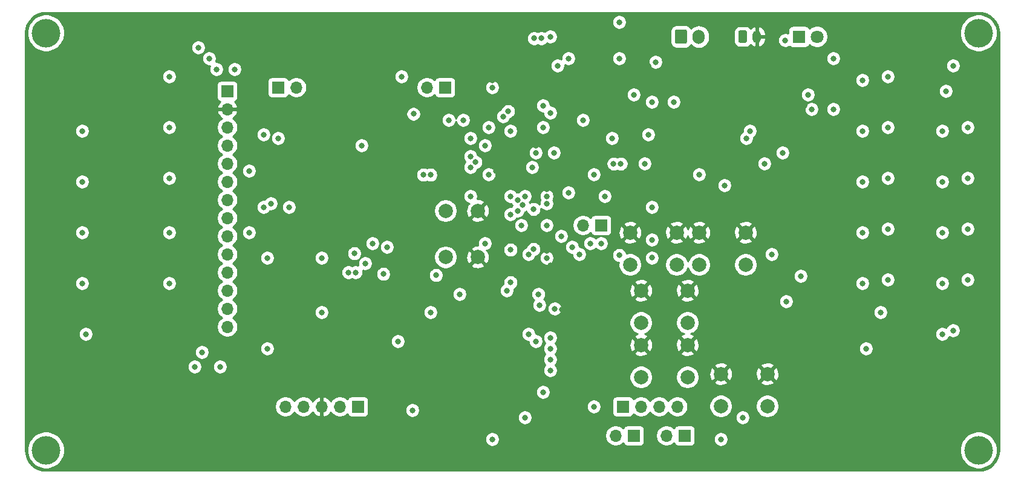
<source format=gbr>
%TF.GenerationSoftware,KiCad,Pcbnew,(5.1.8)-1*%
%TF.CreationDate,2021-03-23T10:09:44+01:00*%
%TF.ProjectId,schema_v1,73636865-6d61-45f7-9631-2e6b69636164,rev?*%
%TF.SameCoordinates,Original*%
%TF.FileFunction,Copper,L3,Inr*%
%TF.FilePolarity,Positive*%
%FSLAX46Y46*%
G04 Gerber Fmt 4.6, Leading zero omitted, Abs format (unit mm)*
G04 Created by KiCad (PCBNEW (5.1.8)-1) date 2021-03-23 10:09:45*
%MOMM*%
%LPD*%
G01*
G04 APERTURE LIST*
%TA.AperFunction,ComponentPad*%
%ADD10C,1.800000*%
%TD*%
%TA.AperFunction,ComponentPad*%
%ADD11R,1.800000X1.800000*%
%TD*%
%TA.AperFunction,ComponentPad*%
%ADD12C,4.000000*%
%TD*%
%TA.AperFunction,ComponentPad*%
%ADD13O,1.700000X1.700000*%
%TD*%
%TA.AperFunction,ComponentPad*%
%ADD14R,1.700000X1.700000*%
%TD*%
%TA.AperFunction,ComponentPad*%
%ADD15O,1.700000X2.000000*%
%TD*%
%TA.AperFunction,ComponentPad*%
%ADD16C,2.000000*%
%TD*%
%TA.AperFunction,ComponentPad*%
%ADD17O,1.200000X1.750000*%
%TD*%
%TA.AperFunction,ViaPad*%
%ADD18C,0.800000*%
%TD*%
%TA.AperFunction,Conductor*%
%ADD19C,0.254000*%
%TD*%
%TA.AperFunction,Conductor*%
%ADD20C,0.100000*%
%TD*%
G04 APERTURE END LIST*
D10*
%TO.N,Net-(D1-Pad2)*%
%TO.C,D1*%
X190768000Y-56896000D03*
D11*
%TO.N,Net-(D1-Pad1)*%
X188228000Y-56896000D03*
%TD*%
D12*
%TO.N,N/C*%
%TO.C,.*%
X213360000Y-114808000D03*
%TD*%
%TO.N,N/C*%
%TO.C,.*%
X213360000Y-56388000D03*
%TD*%
%TO.N,N/C*%
%TO.C,.*%
X82804000Y-56388000D03*
%TD*%
%TO.N,N/C*%
%TO.C,.*%
X82804000Y-114808000D03*
%TD*%
D13*
%TO.N,LCD_T_Irq*%
%TO.C,U9*%
X108204000Y-97536000D03*
%TO.N,LCD_SDO*%
X108204000Y-94996000D03*
%TO.N,LCD_SDI*%
X108204000Y-92456000D03*
%TO.N,LCD_T_CS*%
X108204000Y-89916000D03*
%TO.N,LCD_SCK*%
X108204000Y-87376000D03*
%TO.N,LCD_SDO*%
X108204000Y-84836000D03*
%TO.N,LCD_LED*%
X108204000Y-82296000D03*
%TO.N,LCD_SCK*%
X108204000Y-79756000D03*
%TO.N,LCD_SDI*%
X108204000Y-77216000D03*
%TO.N,LCD_DC*%
X108204000Y-74676000D03*
%TO.N,LCD_rst*%
X108204000Y-72136000D03*
%TO.N,LCD_CS*%
X108204000Y-69596000D03*
%TO.N,GND*%
X108204000Y-67056000D03*
D14*
%TO.N,+3V3*%
X108204000Y-64516000D03*
%TD*%
D15*
%TO.N,Net-(BT3-Pad1)*%
%TO.C,SW9*%
X174204000Y-56896000D03*
%TO.N,Vbat*%
%TA.AperFunction,ComponentPad*%
G36*
G01*
X170854000Y-57646000D02*
X170854000Y-56146000D01*
G75*
G02*
X171104000Y-55896000I250000J0D01*
G01*
X172304000Y-55896000D01*
G75*
G02*
X172554000Y-56146000I0J-250000D01*
G01*
X172554000Y-57646000D01*
G75*
G02*
X172304000Y-57896000I-250000J0D01*
G01*
X171104000Y-57896000D01*
G75*
G02*
X170854000Y-57646000I0J250000D01*
G01*
G37*
%TD.AperFunction*%
%TD*%
D16*
%TO.N,GND*%
%TO.C,SW6*%
X180744000Y-84328000D03*
%TO.N,pp*%
X180744000Y-88828000D03*
%TO.N,GND*%
X174244000Y-84328000D03*
%TO.N,pp*%
X174244000Y-88828000D03*
%TD*%
%TO.N,GND*%
%TO.C,SW5*%
X172616000Y-92456000D03*
%TO.N,prev*%
X172616000Y-96956000D03*
%TO.N,GND*%
X166116000Y-92456000D03*
%TO.N,prev*%
X166116000Y-96956000D03*
%TD*%
%TO.N,GND*%
%TO.C,SW4*%
X172616000Y-100076000D03*
%TO.N,next*%
X172616000Y-104576000D03*
%TO.N,GND*%
X166116000Y-100076000D03*
%TO.N,next*%
X166116000Y-104576000D03*
%TD*%
%TO.N,GND*%
%TO.C,SW3*%
X171092000Y-84328000D03*
%TO.N,vol-*%
X171092000Y-88828000D03*
%TO.N,GND*%
X164592000Y-84328000D03*
%TO.N,vol-*%
X164592000Y-88828000D03*
%TD*%
%TO.N,GND*%
%TO.C,SW2*%
X183792000Y-104140000D03*
%TO.N,vol+*%
X183792000Y-108640000D03*
%TO.N,GND*%
X177292000Y-104140000D03*
%TO.N,vol+*%
X177292000Y-108640000D03*
%TD*%
%TO.N,GND*%
%TO.C,SW1*%
X143256000Y-87780000D03*
%TO.N,Reset*%
X138756000Y-87780000D03*
%TO.N,GND*%
X143256000Y-81280000D03*
%TO.N,Reset*%
X138756000Y-81280000D03*
%TD*%
D13*
%TO.N,Net-(C47-Pad1)*%
%TO.C,LS2*%
X136144000Y-64008000D03*
D14*
%TO.N,Net-(C46-Pad2)*%
X138684000Y-64008000D03*
%TD*%
D13*
%TO.N,Net-(C45-Pad1)*%
%TO.C,LS1*%
X117856000Y-64008000D03*
D14*
%TO.N,Net-(C44-Pad2)*%
X115316000Y-64008000D03*
%TD*%
D13*
%TO.N,Net-(JP8-Pad2)*%
%TO.C,JP8*%
X157988000Y-83312000D03*
D14*
%TO.N,+3V3*%
X160528000Y-83312000D03*
%TD*%
D13*
%TO.N,/BT_Audio/FACT_RESET*%
%TO.C,JP6*%
X162560000Y-112776000D03*
D14*
%TO.N,+3V3*%
X165100000Y-112776000D03*
%TD*%
D13*
%TO.N,EVENT*%
%TO.C,JP5*%
X169672000Y-112776000D03*
D14*
%TO.N,+3V3*%
X172212000Y-112776000D03*
%TD*%
D13*
%TO.N,Reset*%
%TO.C,J3*%
X116332000Y-108712000D03*
%TO.N,/STM32G0/SWDIO*%
X118872000Y-108712000D03*
%TO.N,GND*%
X121412000Y-108712000D03*
%TO.N,/STM32G0/SWDCLK*%
X123952000Y-108712000D03*
D14*
%TO.N,+3V3*%
X126492000Y-108712000D03*
%TD*%
D13*
%TO.N,Net-(J1-Pad4)*%
%TO.C,J1*%
X171196000Y-108712000D03*
%TO.N,Net-(J1-Pad3)*%
X168656000Y-108712000D03*
%TO.N,Net-(J1-Pad2)*%
X166116000Y-108712000D03*
D14*
%TO.N,Net-(J1-Pad1)*%
X163576000Y-108712000D03*
%TD*%
D17*
%TO.N,GND*%
%TO.C,BT3*%
X182340000Y-56896000D03*
%TO.N,Net-(BT3-Pad1)*%
%TA.AperFunction,ComponentPad*%
G36*
G01*
X179740000Y-57521001D02*
X179740000Y-56270999D01*
G75*
G02*
X179989999Y-56021000I249999J0D01*
G01*
X180690001Y-56021000D01*
G75*
G02*
X180940000Y-56270999I0J-249999D01*
G01*
X180940000Y-57521001D01*
G75*
G02*
X180690001Y-57771000I-249999J0D01*
G01*
X179989999Y-57771000D01*
G75*
G02*
X179740000Y-57521001I0J249999D01*
G01*
G37*
%TD.AperFunction*%
%TD*%
D18*
%TO.N,GND*%
X194056000Y-65532000D03*
X193040000Y-72136000D03*
X193040000Y-79248000D03*
X193040000Y-86360000D03*
X193040000Y-94996000D03*
X193040000Y-100584000D03*
X198628000Y-99568000D03*
X198628000Y-92456000D03*
X198628000Y-85344000D03*
X198628000Y-78232000D03*
X198628000Y-71120000D03*
X198628000Y-64008000D03*
X204724000Y-65024000D03*
X204724000Y-72136000D03*
X205232000Y-79756000D03*
X205232000Y-86868000D03*
X205232000Y-93980000D03*
X209804000Y-101600000D03*
X211836000Y-94488000D03*
X211836000Y-87376000D03*
X211836000Y-80264000D03*
X211836000Y-73152000D03*
X212344000Y-66040000D03*
X151384000Y-72136000D03*
X145796000Y-75692000D03*
X140208000Y-57404000D03*
X122428000Y-98044000D03*
X102616000Y-73152000D03*
X102616000Y-80264000D03*
X102616000Y-87376000D03*
X102616000Y-94488000D03*
X100076000Y-99568000D03*
X91440000Y-101600000D03*
X89408000Y-94488000D03*
X89916000Y-87376000D03*
X89408000Y-80264000D03*
X89408000Y-73152000D03*
X89408000Y-66040000D03*
X83820000Y-65024000D03*
X83820000Y-72136000D03*
X83820000Y-79248000D03*
X83820000Y-86360000D03*
X83820000Y-93472000D03*
X83820000Y-100584000D03*
X97536000Y-98044000D03*
X96012000Y-92456000D03*
X94996000Y-86360000D03*
X94488000Y-79248000D03*
X96012000Y-70612000D03*
X96012000Y-63500000D03*
X102616000Y-66040000D03*
X110236000Y-67056000D03*
X120904000Y-66040000D03*
X117348000Y-73152000D03*
X136652000Y-91440000D03*
X136144000Y-85344000D03*
X143256000Y-89916000D03*
X149860000Y-115824000D03*
X141732000Y-97028000D03*
X155067000Y-95123000D03*
X150876000Y-90424000D03*
X153416000Y-88900000D03*
X152903347Y-86863347D03*
X128528653Y-90133000D03*
X123896748Y-86087748D03*
X117348000Y-86868000D03*
X132080000Y-67056000D03*
X126492000Y-61976000D03*
X136144000Y-72644000D03*
X145288000Y-66548000D03*
X145288000Y-62992000D03*
X161036000Y-80772000D03*
X170688000Y-77724000D03*
X173736000Y-80772000D03*
X159512000Y-72644000D03*
X182880000Y-89916000D03*
X185420000Y-59944000D03*
X188976000Y-66548000D03*
X176276000Y-60452000D03*
X167132000Y-60960000D03*
X162052000Y-63500000D03*
X156972000Y-63500000D03*
X176276000Y-70104000D03*
X169164000Y-66548000D03*
X152908000Y-78232000D03*
X176911000Y-67056000D03*
X122301000Y-105918000D03*
%TO.N,Vbat*%
X168148000Y-60452000D03*
X170688000Y-66040000D03*
X185928000Y-73152000D03*
%TO.N,Reset*%
X139192000Y-68580000D03*
X161036000Y-79248000D03*
X183388000Y-74676000D03*
X189992000Y-67056000D03*
X163068000Y-54864000D03*
X163068000Y-59944000D03*
X150876000Y-75184000D03*
X153924000Y-73152000D03*
%TO.N,+5V*%
X193040000Y-59944000D03*
X193040000Y-67056000D03*
X132588000Y-62484000D03*
X134275752Y-67727752D03*
X177800000Y-77724000D03*
X166624000Y-74676000D03*
X135636000Y-76244000D03*
X136652000Y-76244000D03*
X162284500Y-74697500D03*
X163300500Y-74697500D03*
%TO.N,Vusb*%
X153416000Y-56896000D03*
X181356000Y-70104000D03*
X152166000Y-57130000D03*
X151150000Y-57130000D03*
%TO.N,/L-*%
X121412000Y-95504000D03*
X105664000Y-59944000D03*
X109220000Y-61468000D03*
X154432000Y-60960000D03*
%TO.N,/R-*%
X159512000Y-76200000D03*
X167640000Y-85344000D03*
X167640000Y-87878000D03*
X180340000Y-110236000D03*
X177292000Y-113284000D03*
X145288000Y-113284000D03*
%TO.N,/L+*%
X106680000Y-61468000D03*
X155956000Y-59944000D03*
%TO.N,/R+*%
X113792000Y-100584000D03*
X132080000Y-99568000D03*
X146812000Y-68072000D03*
X141224000Y-68580000D03*
X140716000Y-92964000D03*
X136652000Y-95504000D03*
%TO.N,Net-(C33-Pad1)*%
X130048000Y-90133000D03*
X130556000Y-86360000D03*
%TO.N,Net-(C37-Pad2)*%
X128524000Y-85852000D03*
X107188000Y-103124000D03*
X103632000Y-103124000D03*
X104140000Y-58420000D03*
X115316000Y-71120000D03*
X127000000Y-72136000D03*
%TO.N,+3V3*%
X167640000Y-80772000D03*
X113284000Y-80772000D03*
X113284000Y-70612000D03*
X144272000Y-85852000D03*
X154940000Y-84836000D03*
X150368000Y-98552000D03*
X134112000Y-109220000D03*
X145288000Y-64008000D03*
X151384000Y-73152000D03*
X155956000Y-78740000D03*
X162052000Y-71120000D03*
X188468000Y-90424000D03*
X184404000Y-87376000D03*
X189484000Y-65024000D03*
X147519108Y-67347000D03*
%TO.N,BAT_ADC*%
X149551108Y-80463108D03*
X167640000Y-66040000D03*
%TO.N,Net-(D1-Pad1)*%
X180848000Y-71120000D03*
X186309000Y-57404000D03*
%TO.N,Net-(D2-Pad2)*%
X209804000Y-98044000D03*
X197612000Y-100584000D03*
%TO.N,/LEDS/FirstLED*%
X199644000Y-95504000D03*
X186436000Y-93980000D03*
%TO.N,Net-(D3-Pad2)*%
X197104000Y-77216000D03*
X211836000Y-76708000D03*
%TO.N,Net-(D22-Pad2)*%
X208280000Y-84328000D03*
X200660000Y-76708000D03*
%TO.N,Net-(D23-Pad2)*%
X208788000Y-64516000D03*
X104648000Y-101092000D03*
%TO.N,Net-(D24-Pad2)*%
X87884000Y-84328000D03*
X100076000Y-76708000D03*
%TO.N,Net-(D10-Pad4)*%
X208280000Y-98552000D03*
X200660000Y-90932000D03*
%TO.N,Net-(D11-Pad4)*%
X208280000Y-77216000D03*
X200660000Y-69596000D03*
%TO.N,Net-(D12-Pad4)*%
X88392000Y-98552000D03*
X100076000Y-91440000D03*
%TO.N,Net-(D13-Pad4)*%
X87884000Y-77216000D03*
X100076000Y-69596000D03*
%TO.N,Net-(D10-Pad2)*%
X197104000Y-91440000D03*
X211836000Y-90932000D03*
%TO.N,Net-(D11-Pad2)*%
X197104000Y-70104000D03*
X211836000Y-69596000D03*
%TO.N,Net-(D14-Pad2)*%
X208280000Y-91440000D03*
X200660000Y-83820000D03*
%TO.N,Net-(D15-Pad2)*%
X208280000Y-70104000D03*
X200660000Y-62484000D03*
%TO.N,Net-(D16-Pad2)*%
X87884000Y-91440000D03*
X100076000Y-84328000D03*
%TO.N,Net-(D17-Pad2)*%
X87884000Y-70104000D03*
X100076000Y-62484000D03*
%TO.N,Net-(D18-Pad2)*%
X197104000Y-84328000D03*
X211836000Y-83820000D03*
%TO.N,Net-(D19-Pad2)*%
X197104000Y-62992000D03*
X209804000Y-60960000D03*
%TO.N,Net-(D28-Pad2)*%
X174244000Y-76200000D03*
X167132000Y-70612000D03*
%TO.N,Net-(J1-Pad4)*%
X153416000Y-99060000D03*
%TO.N,Net-(J1-Pad3)*%
X153416000Y-100584000D03*
%TO.N,Net-(J1-Pad2)*%
X153416000Y-102108000D03*
%TO.N,Net-(J1-Pad1)*%
X159512000Y-108712000D03*
X153416000Y-103632000D03*
%TO.N,/STM32G0/SWDCLK*%
X152908000Y-83312000D03*
%TO.N,RTS_BT*%
X159004000Y-85852000D03*
X152908000Y-79248000D03*
%TO.N,CTS_BT*%
X152908000Y-80264000D03*
X157480000Y-87376000D03*
%TO.N,TX_BT*%
X156464000Y-86360000D03*
X151086756Y-81059939D03*
%TO.N,RX_BT*%
X152908000Y-87884000D03*
X149352000Y-83312000D03*
%TO.N,EVENT*%
X150368000Y-87376000D03*
X149860000Y-110236000D03*
%TO.N,/L_SE*%
X153416000Y-67564000D03*
X144780000Y-69596000D03*
%TO.N,LCD_rst*%
X142947108Y-74476892D03*
%TO.N,LCD_LED*%
X147828000Y-81788000D03*
X111252000Y-84328000D03*
%TO.N,Net-(R11-Pad2)*%
X152400000Y-66548000D03*
X165100000Y-65024000D03*
%TO.N,/R_SE*%
X157988000Y-68580000D03*
X147828000Y-70104000D03*
%TO.N,Net-(R24-Pad1)*%
X125165000Y-89916000D03*
X125984000Y-87249000D03*
%TO.N,Net-(R25-Pad1)*%
X126165003Y-89916000D03*
X127508000Y-88646000D03*
%TO.N,vol-*%
X152400000Y-106680000D03*
%TO.N,pp*%
X151384000Y-99568000D03*
%TO.N,MODE*%
X151075108Y-86668892D03*
X160528000Y-85852000D03*
%TO.N,WAKE*%
X147320000Y-92456000D03*
X151892000Y-94488000D03*
%TO.N,LCD_DC*%
X113792000Y-87884000D03*
X121412000Y-87884000D03*
X137414000Y-90297000D03*
X147867990Y-86741000D03*
%TO.N,LCD_CS*%
X149860000Y-79248000D03*
%TO.N,LCD_T_Irq*%
X142240000Y-79248000D03*
X116840000Y-80772000D03*
%TO.N,LCD_T_CS*%
X148844000Y-81280000D03*
%TO.N,LCD_SDI*%
X148844000Y-79756000D03*
%TO.N,LCD_SDO*%
X147828000Y-79248000D03*
X114300000Y-80264000D03*
%TO.N,LCD_SCK*%
X111252000Y-75692000D03*
X142240000Y-75184000D03*
%TO.N,RX*%
X142240000Y-73660000D03*
X142240000Y-71120000D03*
X152400000Y-69596000D03*
%TO.N,TX*%
X144784653Y-76195347D03*
X144272000Y-72136000D03*
%TO.N,/WS2812*%
X147867990Y-91315779D03*
X151765000Y-92964000D03*
X154051000Y-94996000D03*
X163068000Y-87503000D03*
%TD*%
D19*
%TO.N,GND*%
X213917009Y-53574900D02*
X214452802Y-53736666D01*
X214946969Y-53999419D01*
X215380690Y-54353153D01*
X215737443Y-54784393D01*
X216003642Y-55276719D01*
X216169143Y-55811365D01*
X216231000Y-56399905D01*
X216231001Y-114774486D01*
X216173100Y-115365009D01*
X216011335Y-115900800D01*
X215748580Y-116394972D01*
X215394847Y-116828690D01*
X214963606Y-117185444D01*
X214471281Y-117451642D01*
X213936638Y-117617142D01*
X213348095Y-117679000D01*
X82837504Y-117679000D01*
X82246991Y-117621100D01*
X81711200Y-117459335D01*
X81217028Y-117196580D01*
X80783310Y-116842847D01*
X80426556Y-116411606D01*
X80160358Y-115919281D01*
X79994858Y-115384638D01*
X79933000Y-114796095D01*
X79933000Y-114548475D01*
X80169000Y-114548475D01*
X80169000Y-115067525D01*
X80270261Y-115576601D01*
X80468893Y-116056141D01*
X80757262Y-116487715D01*
X81124285Y-116854738D01*
X81555859Y-117143107D01*
X82035399Y-117341739D01*
X82544475Y-117443000D01*
X83063525Y-117443000D01*
X83572601Y-117341739D01*
X84052141Y-117143107D01*
X84483715Y-116854738D01*
X84850738Y-116487715D01*
X85139107Y-116056141D01*
X85337739Y-115576601D01*
X85439000Y-115067525D01*
X85439000Y-114548475D01*
X210725000Y-114548475D01*
X210725000Y-115067525D01*
X210826261Y-115576601D01*
X211024893Y-116056141D01*
X211313262Y-116487715D01*
X211680285Y-116854738D01*
X212111859Y-117143107D01*
X212591399Y-117341739D01*
X213100475Y-117443000D01*
X213619525Y-117443000D01*
X214128601Y-117341739D01*
X214608141Y-117143107D01*
X215039715Y-116854738D01*
X215406738Y-116487715D01*
X215695107Y-116056141D01*
X215893739Y-115576601D01*
X215995000Y-115067525D01*
X215995000Y-114548475D01*
X215893739Y-114039399D01*
X215695107Y-113559859D01*
X215406738Y-113128285D01*
X215039715Y-112761262D01*
X214608141Y-112472893D01*
X214128601Y-112274261D01*
X213619525Y-112173000D01*
X213100475Y-112173000D01*
X212591399Y-112274261D01*
X212111859Y-112472893D01*
X211680285Y-112761262D01*
X211313262Y-113128285D01*
X211024893Y-113559859D01*
X210826261Y-114039399D01*
X210725000Y-114548475D01*
X85439000Y-114548475D01*
X85337739Y-114039399D01*
X85139107Y-113559859D01*
X84886671Y-113182061D01*
X144253000Y-113182061D01*
X144253000Y-113385939D01*
X144292774Y-113585898D01*
X144370795Y-113774256D01*
X144484063Y-113943774D01*
X144628226Y-114087937D01*
X144797744Y-114201205D01*
X144986102Y-114279226D01*
X145186061Y-114319000D01*
X145389939Y-114319000D01*
X145589898Y-114279226D01*
X145778256Y-114201205D01*
X145947774Y-114087937D01*
X146091937Y-113943774D01*
X146205205Y-113774256D01*
X146283226Y-113585898D01*
X146323000Y-113385939D01*
X146323000Y-113182061D01*
X146283226Y-112982102D01*
X146205205Y-112793744D01*
X146095622Y-112629740D01*
X161075000Y-112629740D01*
X161075000Y-112922260D01*
X161132068Y-113209158D01*
X161244010Y-113479411D01*
X161406525Y-113722632D01*
X161613368Y-113929475D01*
X161856589Y-114091990D01*
X162126842Y-114203932D01*
X162413740Y-114261000D01*
X162706260Y-114261000D01*
X162993158Y-114203932D01*
X163263411Y-114091990D01*
X163506632Y-113929475D01*
X163638487Y-113797620D01*
X163660498Y-113870180D01*
X163719463Y-113980494D01*
X163798815Y-114077185D01*
X163895506Y-114156537D01*
X164005820Y-114215502D01*
X164125518Y-114251812D01*
X164250000Y-114264072D01*
X165950000Y-114264072D01*
X166074482Y-114251812D01*
X166194180Y-114215502D01*
X166304494Y-114156537D01*
X166401185Y-114077185D01*
X166480537Y-113980494D01*
X166539502Y-113870180D01*
X166575812Y-113750482D01*
X166588072Y-113626000D01*
X166588072Y-112629740D01*
X168187000Y-112629740D01*
X168187000Y-112922260D01*
X168244068Y-113209158D01*
X168356010Y-113479411D01*
X168518525Y-113722632D01*
X168725368Y-113929475D01*
X168968589Y-114091990D01*
X169238842Y-114203932D01*
X169525740Y-114261000D01*
X169818260Y-114261000D01*
X170105158Y-114203932D01*
X170375411Y-114091990D01*
X170618632Y-113929475D01*
X170750487Y-113797620D01*
X170772498Y-113870180D01*
X170831463Y-113980494D01*
X170910815Y-114077185D01*
X171007506Y-114156537D01*
X171117820Y-114215502D01*
X171237518Y-114251812D01*
X171362000Y-114264072D01*
X173062000Y-114264072D01*
X173186482Y-114251812D01*
X173306180Y-114215502D01*
X173416494Y-114156537D01*
X173513185Y-114077185D01*
X173592537Y-113980494D01*
X173651502Y-113870180D01*
X173687812Y-113750482D01*
X173700072Y-113626000D01*
X173700072Y-113182061D01*
X176257000Y-113182061D01*
X176257000Y-113385939D01*
X176296774Y-113585898D01*
X176374795Y-113774256D01*
X176488063Y-113943774D01*
X176632226Y-114087937D01*
X176801744Y-114201205D01*
X176990102Y-114279226D01*
X177190061Y-114319000D01*
X177393939Y-114319000D01*
X177593898Y-114279226D01*
X177782256Y-114201205D01*
X177951774Y-114087937D01*
X178095937Y-113943774D01*
X178209205Y-113774256D01*
X178287226Y-113585898D01*
X178327000Y-113385939D01*
X178327000Y-113182061D01*
X178287226Y-112982102D01*
X178209205Y-112793744D01*
X178095937Y-112624226D01*
X177951774Y-112480063D01*
X177782256Y-112366795D01*
X177593898Y-112288774D01*
X177393939Y-112249000D01*
X177190061Y-112249000D01*
X176990102Y-112288774D01*
X176801744Y-112366795D01*
X176632226Y-112480063D01*
X176488063Y-112624226D01*
X176374795Y-112793744D01*
X176296774Y-112982102D01*
X176257000Y-113182061D01*
X173700072Y-113182061D01*
X173700072Y-111926000D01*
X173687812Y-111801518D01*
X173651502Y-111681820D01*
X173592537Y-111571506D01*
X173513185Y-111474815D01*
X173416494Y-111395463D01*
X173306180Y-111336498D01*
X173186482Y-111300188D01*
X173062000Y-111287928D01*
X171362000Y-111287928D01*
X171237518Y-111300188D01*
X171117820Y-111336498D01*
X171007506Y-111395463D01*
X170910815Y-111474815D01*
X170831463Y-111571506D01*
X170772498Y-111681820D01*
X170750487Y-111754380D01*
X170618632Y-111622525D01*
X170375411Y-111460010D01*
X170105158Y-111348068D01*
X169818260Y-111291000D01*
X169525740Y-111291000D01*
X169238842Y-111348068D01*
X168968589Y-111460010D01*
X168725368Y-111622525D01*
X168518525Y-111829368D01*
X168356010Y-112072589D01*
X168244068Y-112342842D01*
X168187000Y-112629740D01*
X166588072Y-112629740D01*
X166588072Y-111926000D01*
X166575812Y-111801518D01*
X166539502Y-111681820D01*
X166480537Y-111571506D01*
X166401185Y-111474815D01*
X166304494Y-111395463D01*
X166194180Y-111336498D01*
X166074482Y-111300188D01*
X165950000Y-111287928D01*
X164250000Y-111287928D01*
X164125518Y-111300188D01*
X164005820Y-111336498D01*
X163895506Y-111395463D01*
X163798815Y-111474815D01*
X163719463Y-111571506D01*
X163660498Y-111681820D01*
X163638487Y-111754380D01*
X163506632Y-111622525D01*
X163263411Y-111460010D01*
X162993158Y-111348068D01*
X162706260Y-111291000D01*
X162413740Y-111291000D01*
X162126842Y-111348068D01*
X161856589Y-111460010D01*
X161613368Y-111622525D01*
X161406525Y-111829368D01*
X161244010Y-112072589D01*
X161132068Y-112342842D01*
X161075000Y-112629740D01*
X146095622Y-112629740D01*
X146091937Y-112624226D01*
X145947774Y-112480063D01*
X145778256Y-112366795D01*
X145589898Y-112288774D01*
X145389939Y-112249000D01*
X145186061Y-112249000D01*
X144986102Y-112288774D01*
X144797744Y-112366795D01*
X144628226Y-112480063D01*
X144484063Y-112624226D01*
X144370795Y-112793744D01*
X144292774Y-112982102D01*
X144253000Y-113182061D01*
X84886671Y-113182061D01*
X84850738Y-113128285D01*
X84483715Y-112761262D01*
X84052141Y-112472893D01*
X83572601Y-112274261D01*
X83063525Y-112173000D01*
X82544475Y-112173000D01*
X82035399Y-112274261D01*
X81555859Y-112472893D01*
X81124285Y-112761262D01*
X80757262Y-113128285D01*
X80468893Y-113559859D01*
X80270261Y-114039399D01*
X80169000Y-114548475D01*
X79933000Y-114548475D01*
X79933000Y-108565740D01*
X114847000Y-108565740D01*
X114847000Y-108858260D01*
X114904068Y-109145158D01*
X115016010Y-109415411D01*
X115178525Y-109658632D01*
X115385368Y-109865475D01*
X115628589Y-110027990D01*
X115898842Y-110139932D01*
X116185740Y-110197000D01*
X116478260Y-110197000D01*
X116765158Y-110139932D01*
X117035411Y-110027990D01*
X117278632Y-109865475D01*
X117485475Y-109658632D01*
X117602000Y-109484240D01*
X117718525Y-109658632D01*
X117925368Y-109865475D01*
X118168589Y-110027990D01*
X118438842Y-110139932D01*
X118725740Y-110197000D01*
X119018260Y-110197000D01*
X119305158Y-110139932D01*
X119575411Y-110027990D01*
X119818632Y-109865475D01*
X120025475Y-109658632D01*
X120147195Y-109476466D01*
X120216822Y-109593355D01*
X120411731Y-109809588D01*
X120645080Y-109983641D01*
X120907901Y-110108825D01*
X121055110Y-110153476D01*
X121285000Y-110032155D01*
X121285000Y-108839000D01*
X121265000Y-108839000D01*
X121265000Y-108585000D01*
X121285000Y-108585000D01*
X121285000Y-107391845D01*
X121539000Y-107391845D01*
X121539000Y-108585000D01*
X121559000Y-108585000D01*
X121559000Y-108839000D01*
X121539000Y-108839000D01*
X121539000Y-110032155D01*
X121768890Y-110153476D01*
X121916099Y-110108825D01*
X122178920Y-109983641D01*
X122412269Y-109809588D01*
X122607178Y-109593355D01*
X122676805Y-109476466D01*
X122798525Y-109658632D01*
X123005368Y-109865475D01*
X123248589Y-110027990D01*
X123518842Y-110139932D01*
X123805740Y-110197000D01*
X124098260Y-110197000D01*
X124385158Y-110139932D01*
X124655411Y-110027990D01*
X124898632Y-109865475D01*
X125030487Y-109733620D01*
X125052498Y-109806180D01*
X125111463Y-109916494D01*
X125190815Y-110013185D01*
X125287506Y-110092537D01*
X125397820Y-110151502D01*
X125517518Y-110187812D01*
X125642000Y-110200072D01*
X127342000Y-110200072D01*
X127466482Y-110187812D01*
X127586180Y-110151502D01*
X127696494Y-110092537D01*
X127793185Y-110013185D01*
X127872537Y-109916494D01*
X127931502Y-109806180D01*
X127967812Y-109686482D01*
X127980072Y-109562000D01*
X127980072Y-109118061D01*
X133077000Y-109118061D01*
X133077000Y-109321939D01*
X133116774Y-109521898D01*
X133194795Y-109710256D01*
X133308063Y-109879774D01*
X133452226Y-110023937D01*
X133621744Y-110137205D01*
X133810102Y-110215226D01*
X134010061Y-110255000D01*
X134213939Y-110255000D01*
X134413898Y-110215226D01*
X134602256Y-110137205D01*
X134606961Y-110134061D01*
X148825000Y-110134061D01*
X148825000Y-110337939D01*
X148864774Y-110537898D01*
X148942795Y-110726256D01*
X149056063Y-110895774D01*
X149200226Y-111039937D01*
X149369744Y-111153205D01*
X149558102Y-111231226D01*
X149758061Y-111271000D01*
X149961939Y-111271000D01*
X150161898Y-111231226D01*
X150350256Y-111153205D01*
X150519774Y-111039937D01*
X150663937Y-110895774D01*
X150777205Y-110726256D01*
X150855226Y-110537898D01*
X150895000Y-110337939D01*
X150895000Y-110134061D01*
X150855226Y-109934102D01*
X150777205Y-109745744D01*
X150663937Y-109576226D01*
X150519774Y-109432063D01*
X150350256Y-109318795D01*
X150161898Y-109240774D01*
X149961939Y-109201000D01*
X149758061Y-109201000D01*
X149558102Y-109240774D01*
X149369744Y-109318795D01*
X149200226Y-109432063D01*
X149056063Y-109576226D01*
X148942795Y-109745744D01*
X148864774Y-109934102D01*
X148825000Y-110134061D01*
X134606961Y-110134061D01*
X134771774Y-110023937D01*
X134915937Y-109879774D01*
X135029205Y-109710256D01*
X135107226Y-109521898D01*
X135147000Y-109321939D01*
X135147000Y-109118061D01*
X135107226Y-108918102D01*
X135029205Y-108729744D01*
X134949236Y-108610061D01*
X158477000Y-108610061D01*
X158477000Y-108813939D01*
X158516774Y-109013898D01*
X158594795Y-109202256D01*
X158708063Y-109371774D01*
X158852226Y-109515937D01*
X159021744Y-109629205D01*
X159210102Y-109707226D01*
X159410061Y-109747000D01*
X159613939Y-109747000D01*
X159813898Y-109707226D01*
X160002256Y-109629205D01*
X160171774Y-109515937D01*
X160315937Y-109371774D01*
X160429205Y-109202256D01*
X160507226Y-109013898D01*
X160547000Y-108813939D01*
X160547000Y-108610061D01*
X160507226Y-108410102D01*
X160429205Y-108221744D01*
X160315937Y-108052226D01*
X160171774Y-107908063D01*
X160102836Y-107862000D01*
X162087928Y-107862000D01*
X162087928Y-109562000D01*
X162100188Y-109686482D01*
X162136498Y-109806180D01*
X162195463Y-109916494D01*
X162274815Y-110013185D01*
X162371506Y-110092537D01*
X162481820Y-110151502D01*
X162601518Y-110187812D01*
X162726000Y-110200072D01*
X164426000Y-110200072D01*
X164550482Y-110187812D01*
X164670180Y-110151502D01*
X164780494Y-110092537D01*
X164877185Y-110013185D01*
X164956537Y-109916494D01*
X165015502Y-109806180D01*
X165037513Y-109733620D01*
X165169368Y-109865475D01*
X165412589Y-110027990D01*
X165682842Y-110139932D01*
X165969740Y-110197000D01*
X166262260Y-110197000D01*
X166549158Y-110139932D01*
X166819411Y-110027990D01*
X167062632Y-109865475D01*
X167269475Y-109658632D01*
X167386000Y-109484240D01*
X167502525Y-109658632D01*
X167709368Y-109865475D01*
X167952589Y-110027990D01*
X168222842Y-110139932D01*
X168509740Y-110197000D01*
X168802260Y-110197000D01*
X169089158Y-110139932D01*
X169359411Y-110027990D01*
X169602632Y-109865475D01*
X169809475Y-109658632D01*
X169926000Y-109484240D01*
X170042525Y-109658632D01*
X170249368Y-109865475D01*
X170492589Y-110027990D01*
X170762842Y-110139932D01*
X171049740Y-110197000D01*
X171342260Y-110197000D01*
X171629158Y-110139932D01*
X171899411Y-110027990D01*
X172142632Y-109865475D01*
X172349475Y-109658632D01*
X172511990Y-109415411D01*
X172623932Y-109145158D01*
X172681000Y-108858260D01*
X172681000Y-108565740D01*
X172663740Y-108478967D01*
X175657000Y-108478967D01*
X175657000Y-108801033D01*
X175719832Y-109116912D01*
X175843082Y-109414463D01*
X176022013Y-109682252D01*
X176249748Y-109909987D01*
X176517537Y-110088918D01*
X176815088Y-110212168D01*
X177130967Y-110275000D01*
X177453033Y-110275000D01*
X177768912Y-110212168D01*
X177957478Y-110134061D01*
X179305000Y-110134061D01*
X179305000Y-110337939D01*
X179344774Y-110537898D01*
X179422795Y-110726256D01*
X179536063Y-110895774D01*
X179680226Y-111039937D01*
X179849744Y-111153205D01*
X180038102Y-111231226D01*
X180238061Y-111271000D01*
X180441939Y-111271000D01*
X180641898Y-111231226D01*
X180830256Y-111153205D01*
X180999774Y-111039937D01*
X181143937Y-110895774D01*
X181257205Y-110726256D01*
X181335226Y-110537898D01*
X181375000Y-110337939D01*
X181375000Y-110134061D01*
X181335226Y-109934102D01*
X181257205Y-109745744D01*
X181143937Y-109576226D01*
X180999774Y-109432063D01*
X180830256Y-109318795D01*
X180641898Y-109240774D01*
X180441939Y-109201000D01*
X180238061Y-109201000D01*
X180038102Y-109240774D01*
X179849744Y-109318795D01*
X179680226Y-109432063D01*
X179536063Y-109576226D01*
X179422795Y-109745744D01*
X179344774Y-109934102D01*
X179305000Y-110134061D01*
X177957478Y-110134061D01*
X178066463Y-110088918D01*
X178334252Y-109909987D01*
X178561987Y-109682252D01*
X178740918Y-109414463D01*
X178864168Y-109116912D01*
X178927000Y-108801033D01*
X178927000Y-108478967D01*
X182157000Y-108478967D01*
X182157000Y-108801033D01*
X182219832Y-109116912D01*
X182343082Y-109414463D01*
X182522013Y-109682252D01*
X182749748Y-109909987D01*
X183017537Y-110088918D01*
X183315088Y-110212168D01*
X183630967Y-110275000D01*
X183953033Y-110275000D01*
X184268912Y-110212168D01*
X184566463Y-110088918D01*
X184834252Y-109909987D01*
X185061987Y-109682252D01*
X185240918Y-109414463D01*
X185364168Y-109116912D01*
X185427000Y-108801033D01*
X185427000Y-108478967D01*
X185364168Y-108163088D01*
X185240918Y-107865537D01*
X185061987Y-107597748D01*
X184834252Y-107370013D01*
X184566463Y-107191082D01*
X184268912Y-107067832D01*
X183953033Y-107005000D01*
X183630967Y-107005000D01*
X183315088Y-107067832D01*
X183017537Y-107191082D01*
X182749748Y-107370013D01*
X182522013Y-107597748D01*
X182343082Y-107865537D01*
X182219832Y-108163088D01*
X182157000Y-108478967D01*
X178927000Y-108478967D01*
X178864168Y-108163088D01*
X178740918Y-107865537D01*
X178561987Y-107597748D01*
X178334252Y-107370013D01*
X178066463Y-107191082D01*
X177768912Y-107067832D01*
X177453033Y-107005000D01*
X177130967Y-107005000D01*
X176815088Y-107067832D01*
X176517537Y-107191082D01*
X176249748Y-107370013D01*
X176022013Y-107597748D01*
X175843082Y-107865537D01*
X175719832Y-108163088D01*
X175657000Y-108478967D01*
X172663740Y-108478967D01*
X172623932Y-108278842D01*
X172511990Y-108008589D01*
X172349475Y-107765368D01*
X172142632Y-107558525D01*
X171899411Y-107396010D01*
X171629158Y-107284068D01*
X171342260Y-107227000D01*
X171049740Y-107227000D01*
X170762842Y-107284068D01*
X170492589Y-107396010D01*
X170249368Y-107558525D01*
X170042525Y-107765368D01*
X169926000Y-107939760D01*
X169809475Y-107765368D01*
X169602632Y-107558525D01*
X169359411Y-107396010D01*
X169089158Y-107284068D01*
X168802260Y-107227000D01*
X168509740Y-107227000D01*
X168222842Y-107284068D01*
X167952589Y-107396010D01*
X167709368Y-107558525D01*
X167502525Y-107765368D01*
X167386000Y-107939760D01*
X167269475Y-107765368D01*
X167062632Y-107558525D01*
X166819411Y-107396010D01*
X166549158Y-107284068D01*
X166262260Y-107227000D01*
X165969740Y-107227000D01*
X165682842Y-107284068D01*
X165412589Y-107396010D01*
X165169368Y-107558525D01*
X165037513Y-107690380D01*
X165015502Y-107617820D01*
X164956537Y-107507506D01*
X164877185Y-107410815D01*
X164780494Y-107331463D01*
X164670180Y-107272498D01*
X164550482Y-107236188D01*
X164426000Y-107223928D01*
X162726000Y-107223928D01*
X162601518Y-107236188D01*
X162481820Y-107272498D01*
X162371506Y-107331463D01*
X162274815Y-107410815D01*
X162195463Y-107507506D01*
X162136498Y-107617820D01*
X162100188Y-107737518D01*
X162087928Y-107862000D01*
X160102836Y-107862000D01*
X160002256Y-107794795D01*
X159813898Y-107716774D01*
X159613939Y-107677000D01*
X159410061Y-107677000D01*
X159210102Y-107716774D01*
X159021744Y-107794795D01*
X158852226Y-107908063D01*
X158708063Y-108052226D01*
X158594795Y-108221744D01*
X158516774Y-108410102D01*
X158477000Y-108610061D01*
X134949236Y-108610061D01*
X134915937Y-108560226D01*
X134771774Y-108416063D01*
X134602256Y-108302795D01*
X134413898Y-108224774D01*
X134213939Y-108185000D01*
X134010061Y-108185000D01*
X133810102Y-108224774D01*
X133621744Y-108302795D01*
X133452226Y-108416063D01*
X133308063Y-108560226D01*
X133194795Y-108729744D01*
X133116774Y-108918102D01*
X133077000Y-109118061D01*
X127980072Y-109118061D01*
X127980072Y-107862000D01*
X127967812Y-107737518D01*
X127931502Y-107617820D01*
X127872537Y-107507506D01*
X127793185Y-107410815D01*
X127696494Y-107331463D01*
X127586180Y-107272498D01*
X127466482Y-107236188D01*
X127342000Y-107223928D01*
X125642000Y-107223928D01*
X125517518Y-107236188D01*
X125397820Y-107272498D01*
X125287506Y-107331463D01*
X125190815Y-107410815D01*
X125111463Y-107507506D01*
X125052498Y-107617820D01*
X125030487Y-107690380D01*
X124898632Y-107558525D01*
X124655411Y-107396010D01*
X124385158Y-107284068D01*
X124098260Y-107227000D01*
X123805740Y-107227000D01*
X123518842Y-107284068D01*
X123248589Y-107396010D01*
X123005368Y-107558525D01*
X122798525Y-107765368D01*
X122676805Y-107947534D01*
X122607178Y-107830645D01*
X122412269Y-107614412D01*
X122178920Y-107440359D01*
X121916099Y-107315175D01*
X121768890Y-107270524D01*
X121539000Y-107391845D01*
X121285000Y-107391845D01*
X121055110Y-107270524D01*
X120907901Y-107315175D01*
X120645080Y-107440359D01*
X120411731Y-107614412D01*
X120216822Y-107830645D01*
X120147195Y-107947534D01*
X120025475Y-107765368D01*
X119818632Y-107558525D01*
X119575411Y-107396010D01*
X119305158Y-107284068D01*
X119018260Y-107227000D01*
X118725740Y-107227000D01*
X118438842Y-107284068D01*
X118168589Y-107396010D01*
X117925368Y-107558525D01*
X117718525Y-107765368D01*
X117602000Y-107939760D01*
X117485475Y-107765368D01*
X117278632Y-107558525D01*
X117035411Y-107396010D01*
X116765158Y-107284068D01*
X116478260Y-107227000D01*
X116185740Y-107227000D01*
X115898842Y-107284068D01*
X115628589Y-107396010D01*
X115385368Y-107558525D01*
X115178525Y-107765368D01*
X115016010Y-108008589D01*
X114904068Y-108278842D01*
X114847000Y-108565740D01*
X79933000Y-108565740D01*
X79933000Y-106578061D01*
X151365000Y-106578061D01*
X151365000Y-106781939D01*
X151404774Y-106981898D01*
X151482795Y-107170256D01*
X151596063Y-107339774D01*
X151740226Y-107483937D01*
X151909744Y-107597205D01*
X152098102Y-107675226D01*
X152298061Y-107715000D01*
X152501939Y-107715000D01*
X152701898Y-107675226D01*
X152890256Y-107597205D01*
X153059774Y-107483937D01*
X153203937Y-107339774D01*
X153317205Y-107170256D01*
X153395226Y-106981898D01*
X153435000Y-106781939D01*
X153435000Y-106578061D01*
X153395226Y-106378102D01*
X153317205Y-106189744D01*
X153203937Y-106020226D01*
X153059774Y-105876063D01*
X152890256Y-105762795D01*
X152701898Y-105684774D01*
X152501939Y-105645000D01*
X152298061Y-105645000D01*
X152098102Y-105684774D01*
X151909744Y-105762795D01*
X151740226Y-105876063D01*
X151596063Y-106020226D01*
X151482795Y-106189744D01*
X151404774Y-106378102D01*
X151365000Y-106578061D01*
X79933000Y-106578061D01*
X79933000Y-103022061D01*
X102597000Y-103022061D01*
X102597000Y-103225939D01*
X102636774Y-103425898D01*
X102714795Y-103614256D01*
X102828063Y-103783774D01*
X102972226Y-103927937D01*
X103141744Y-104041205D01*
X103330102Y-104119226D01*
X103530061Y-104159000D01*
X103733939Y-104159000D01*
X103933898Y-104119226D01*
X104122256Y-104041205D01*
X104291774Y-103927937D01*
X104435937Y-103783774D01*
X104549205Y-103614256D01*
X104627226Y-103425898D01*
X104667000Y-103225939D01*
X104667000Y-103022061D01*
X106153000Y-103022061D01*
X106153000Y-103225939D01*
X106192774Y-103425898D01*
X106270795Y-103614256D01*
X106384063Y-103783774D01*
X106528226Y-103927937D01*
X106697744Y-104041205D01*
X106886102Y-104119226D01*
X107086061Y-104159000D01*
X107289939Y-104159000D01*
X107489898Y-104119226D01*
X107678256Y-104041205D01*
X107847774Y-103927937D01*
X107991937Y-103783774D01*
X108105205Y-103614256D01*
X108183226Y-103425898D01*
X108223000Y-103225939D01*
X108223000Y-103022061D01*
X108183226Y-102822102D01*
X108105205Y-102633744D01*
X107991937Y-102464226D01*
X107847774Y-102320063D01*
X107678256Y-102206795D01*
X107489898Y-102128774D01*
X107289939Y-102089000D01*
X107086061Y-102089000D01*
X106886102Y-102128774D01*
X106697744Y-102206795D01*
X106528226Y-102320063D01*
X106384063Y-102464226D01*
X106270795Y-102633744D01*
X106192774Y-102822102D01*
X106153000Y-103022061D01*
X104667000Y-103022061D01*
X104627226Y-102822102D01*
X104549205Y-102633744D01*
X104435937Y-102464226D01*
X104291774Y-102320063D01*
X104122256Y-102206795D01*
X103933898Y-102128774D01*
X103733939Y-102089000D01*
X103530061Y-102089000D01*
X103330102Y-102128774D01*
X103141744Y-102206795D01*
X102972226Y-102320063D01*
X102828063Y-102464226D01*
X102714795Y-102633744D01*
X102636774Y-102822102D01*
X102597000Y-103022061D01*
X79933000Y-103022061D01*
X79933000Y-100990061D01*
X103613000Y-100990061D01*
X103613000Y-101193939D01*
X103652774Y-101393898D01*
X103730795Y-101582256D01*
X103844063Y-101751774D01*
X103988226Y-101895937D01*
X104157744Y-102009205D01*
X104346102Y-102087226D01*
X104546061Y-102127000D01*
X104749939Y-102127000D01*
X104949898Y-102087226D01*
X105138256Y-102009205D01*
X105307774Y-101895937D01*
X105451937Y-101751774D01*
X105565205Y-101582256D01*
X105643226Y-101393898D01*
X105683000Y-101193939D01*
X105683000Y-100990061D01*
X105643226Y-100790102D01*
X105565205Y-100601744D01*
X105485236Y-100482061D01*
X112757000Y-100482061D01*
X112757000Y-100685939D01*
X112796774Y-100885898D01*
X112874795Y-101074256D01*
X112988063Y-101243774D01*
X113132226Y-101387937D01*
X113301744Y-101501205D01*
X113490102Y-101579226D01*
X113690061Y-101619000D01*
X113893939Y-101619000D01*
X114093898Y-101579226D01*
X114282256Y-101501205D01*
X114451774Y-101387937D01*
X114595937Y-101243774D01*
X114709205Y-101074256D01*
X114787226Y-100885898D01*
X114827000Y-100685939D01*
X114827000Y-100482061D01*
X114787226Y-100282102D01*
X114709205Y-100093744D01*
X114595937Y-99924226D01*
X114451774Y-99780063D01*
X114282256Y-99666795D01*
X114093898Y-99588774D01*
X113893939Y-99549000D01*
X113690061Y-99549000D01*
X113490102Y-99588774D01*
X113301744Y-99666795D01*
X113132226Y-99780063D01*
X112988063Y-99924226D01*
X112874795Y-100093744D01*
X112796774Y-100282102D01*
X112757000Y-100482061D01*
X105485236Y-100482061D01*
X105451937Y-100432226D01*
X105307774Y-100288063D01*
X105138256Y-100174795D01*
X104949898Y-100096774D01*
X104749939Y-100057000D01*
X104546061Y-100057000D01*
X104346102Y-100096774D01*
X104157744Y-100174795D01*
X103988226Y-100288063D01*
X103844063Y-100432226D01*
X103730795Y-100601744D01*
X103652774Y-100790102D01*
X103613000Y-100990061D01*
X79933000Y-100990061D01*
X79933000Y-98450061D01*
X87357000Y-98450061D01*
X87357000Y-98653939D01*
X87396774Y-98853898D01*
X87474795Y-99042256D01*
X87588063Y-99211774D01*
X87732226Y-99355937D01*
X87901744Y-99469205D01*
X88090102Y-99547226D01*
X88290061Y-99587000D01*
X88493939Y-99587000D01*
X88693898Y-99547226D01*
X88882256Y-99469205D01*
X88886961Y-99466061D01*
X131045000Y-99466061D01*
X131045000Y-99669939D01*
X131084774Y-99869898D01*
X131162795Y-100058256D01*
X131276063Y-100227774D01*
X131420226Y-100371937D01*
X131589744Y-100485205D01*
X131778102Y-100563226D01*
X131978061Y-100603000D01*
X132181939Y-100603000D01*
X132381898Y-100563226D01*
X132570256Y-100485205D01*
X132739774Y-100371937D01*
X132883937Y-100227774D01*
X132997205Y-100058256D01*
X133075226Y-99869898D01*
X133115000Y-99669939D01*
X133115000Y-99466061D01*
X133075226Y-99266102D01*
X132997205Y-99077744D01*
X132883937Y-98908226D01*
X132739774Y-98764063D01*
X132570256Y-98650795D01*
X132381898Y-98572774D01*
X132181939Y-98533000D01*
X131978061Y-98533000D01*
X131778102Y-98572774D01*
X131589744Y-98650795D01*
X131420226Y-98764063D01*
X131276063Y-98908226D01*
X131162795Y-99077744D01*
X131084774Y-99266102D01*
X131045000Y-99466061D01*
X88886961Y-99466061D01*
X89051774Y-99355937D01*
X89195937Y-99211774D01*
X89309205Y-99042256D01*
X89387226Y-98853898D01*
X89427000Y-98653939D01*
X89427000Y-98450061D01*
X89387226Y-98250102D01*
X89309205Y-98061744D01*
X89195937Y-97892226D01*
X89051774Y-97748063D01*
X88882256Y-97634795D01*
X88693898Y-97556774D01*
X88493939Y-97517000D01*
X88290061Y-97517000D01*
X88090102Y-97556774D01*
X87901744Y-97634795D01*
X87732226Y-97748063D01*
X87588063Y-97892226D01*
X87474795Y-98061744D01*
X87396774Y-98250102D01*
X87357000Y-98450061D01*
X79933000Y-98450061D01*
X79933000Y-91338061D01*
X86849000Y-91338061D01*
X86849000Y-91541939D01*
X86888774Y-91741898D01*
X86966795Y-91930256D01*
X87080063Y-92099774D01*
X87224226Y-92243937D01*
X87393744Y-92357205D01*
X87582102Y-92435226D01*
X87782061Y-92475000D01*
X87985939Y-92475000D01*
X88185898Y-92435226D01*
X88374256Y-92357205D01*
X88543774Y-92243937D01*
X88687937Y-92099774D01*
X88801205Y-91930256D01*
X88879226Y-91741898D01*
X88919000Y-91541939D01*
X88919000Y-91338061D01*
X99041000Y-91338061D01*
X99041000Y-91541939D01*
X99080774Y-91741898D01*
X99158795Y-91930256D01*
X99272063Y-92099774D01*
X99416226Y-92243937D01*
X99585744Y-92357205D01*
X99774102Y-92435226D01*
X99974061Y-92475000D01*
X100177939Y-92475000D01*
X100377898Y-92435226D01*
X100566256Y-92357205D01*
X100735774Y-92243937D01*
X100879937Y-92099774D01*
X100993205Y-91930256D01*
X101071226Y-91741898D01*
X101111000Y-91541939D01*
X101111000Y-91338061D01*
X101071226Y-91138102D01*
X100993205Y-90949744D01*
X100879937Y-90780226D01*
X100735774Y-90636063D01*
X100566256Y-90522795D01*
X100377898Y-90444774D01*
X100177939Y-90405000D01*
X99974061Y-90405000D01*
X99774102Y-90444774D01*
X99585744Y-90522795D01*
X99416226Y-90636063D01*
X99272063Y-90780226D01*
X99158795Y-90949744D01*
X99080774Y-91138102D01*
X99041000Y-91338061D01*
X88919000Y-91338061D01*
X88879226Y-91138102D01*
X88801205Y-90949744D01*
X88687937Y-90780226D01*
X88543774Y-90636063D01*
X88374256Y-90522795D01*
X88185898Y-90444774D01*
X87985939Y-90405000D01*
X87782061Y-90405000D01*
X87582102Y-90444774D01*
X87393744Y-90522795D01*
X87224226Y-90636063D01*
X87080063Y-90780226D01*
X86966795Y-90949744D01*
X86888774Y-91138102D01*
X86849000Y-91338061D01*
X79933000Y-91338061D01*
X79933000Y-84226061D01*
X86849000Y-84226061D01*
X86849000Y-84429939D01*
X86888774Y-84629898D01*
X86966795Y-84818256D01*
X87080063Y-84987774D01*
X87224226Y-85131937D01*
X87393744Y-85245205D01*
X87582102Y-85323226D01*
X87782061Y-85363000D01*
X87985939Y-85363000D01*
X88185898Y-85323226D01*
X88374256Y-85245205D01*
X88543774Y-85131937D01*
X88687937Y-84987774D01*
X88801205Y-84818256D01*
X88879226Y-84629898D01*
X88919000Y-84429939D01*
X88919000Y-84226061D01*
X99041000Y-84226061D01*
X99041000Y-84429939D01*
X99080774Y-84629898D01*
X99158795Y-84818256D01*
X99272063Y-84987774D01*
X99416226Y-85131937D01*
X99585744Y-85245205D01*
X99774102Y-85323226D01*
X99974061Y-85363000D01*
X100177939Y-85363000D01*
X100377898Y-85323226D01*
X100566256Y-85245205D01*
X100735774Y-85131937D01*
X100879937Y-84987774D01*
X100993205Y-84818256D01*
X101071226Y-84629898D01*
X101111000Y-84429939D01*
X101111000Y-84226061D01*
X101071226Y-84026102D01*
X100993205Y-83837744D01*
X100879937Y-83668226D01*
X100735774Y-83524063D01*
X100566256Y-83410795D01*
X100377898Y-83332774D01*
X100177939Y-83293000D01*
X99974061Y-83293000D01*
X99774102Y-83332774D01*
X99585744Y-83410795D01*
X99416226Y-83524063D01*
X99272063Y-83668226D01*
X99158795Y-83837744D01*
X99080774Y-84026102D01*
X99041000Y-84226061D01*
X88919000Y-84226061D01*
X88879226Y-84026102D01*
X88801205Y-83837744D01*
X88687937Y-83668226D01*
X88543774Y-83524063D01*
X88374256Y-83410795D01*
X88185898Y-83332774D01*
X87985939Y-83293000D01*
X87782061Y-83293000D01*
X87582102Y-83332774D01*
X87393744Y-83410795D01*
X87224226Y-83524063D01*
X87080063Y-83668226D01*
X86966795Y-83837744D01*
X86888774Y-84026102D01*
X86849000Y-84226061D01*
X79933000Y-84226061D01*
X79933000Y-77114061D01*
X86849000Y-77114061D01*
X86849000Y-77317939D01*
X86888774Y-77517898D01*
X86966795Y-77706256D01*
X87080063Y-77875774D01*
X87224226Y-78019937D01*
X87393744Y-78133205D01*
X87582102Y-78211226D01*
X87782061Y-78251000D01*
X87985939Y-78251000D01*
X88185898Y-78211226D01*
X88374256Y-78133205D01*
X88543774Y-78019937D01*
X88687937Y-77875774D01*
X88801205Y-77706256D01*
X88879226Y-77517898D01*
X88919000Y-77317939D01*
X88919000Y-77114061D01*
X88879226Y-76914102D01*
X88801205Y-76725744D01*
X88721236Y-76606061D01*
X99041000Y-76606061D01*
X99041000Y-76809939D01*
X99080774Y-77009898D01*
X99158795Y-77198256D01*
X99272063Y-77367774D01*
X99416226Y-77511937D01*
X99585744Y-77625205D01*
X99774102Y-77703226D01*
X99974061Y-77743000D01*
X100177939Y-77743000D01*
X100377898Y-77703226D01*
X100566256Y-77625205D01*
X100735774Y-77511937D01*
X100879937Y-77367774D01*
X100993205Y-77198256D01*
X101071226Y-77009898D01*
X101111000Y-76809939D01*
X101111000Y-76606061D01*
X101071226Y-76406102D01*
X100993205Y-76217744D01*
X100879937Y-76048226D01*
X100735774Y-75904063D01*
X100566256Y-75790795D01*
X100377898Y-75712774D01*
X100177939Y-75673000D01*
X99974061Y-75673000D01*
X99774102Y-75712774D01*
X99585744Y-75790795D01*
X99416226Y-75904063D01*
X99272063Y-76048226D01*
X99158795Y-76217744D01*
X99080774Y-76406102D01*
X99041000Y-76606061D01*
X88721236Y-76606061D01*
X88687937Y-76556226D01*
X88543774Y-76412063D01*
X88374256Y-76298795D01*
X88185898Y-76220774D01*
X87985939Y-76181000D01*
X87782061Y-76181000D01*
X87582102Y-76220774D01*
X87393744Y-76298795D01*
X87224226Y-76412063D01*
X87080063Y-76556226D01*
X86966795Y-76725744D01*
X86888774Y-76914102D01*
X86849000Y-77114061D01*
X79933000Y-77114061D01*
X79933000Y-70002061D01*
X86849000Y-70002061D01*
X86849000Y-70205939D01*
X86888774Y-70405898D01*
X86966795Y-70594256D01*
X87080063Y-70763774D01*
X87224226Y-70907937D01*
X87393744Y-71021205D01*
X87582102Y-71099226D01*
X87782061Y-71139000D01*
X87985939Y-71139000D01*
X88185898Y-71099226D01*
X88374256Y-71021205D01*
X88543774Y-70907937D01*
X88687937Y-70763774D01*
X88801205Y-70594256D01*
X88879226Y-70405898D01*
X88919000Y-70205939D01*
X88919000Y-70002061D01*
X88879226Y-69802102D01*
X88801205Y-69613744D01*
X88721236Y-69494061D01*
X99041000Y-69494061D01*
X99041000Y-69697939D01*
X99080774Y-69897898D01*
X99158795Y-70086256D01*
X99272063Y-70255774D01*
X99416226Y-70399937D01*
X99585744Y-70513205D01*
X99774102Y-70591226D01*
X99974061Y-70631000D01*
X100177939Y-70631000D01*
X100377898Y-70591226D01*
X100566256Y-70513205D01*
X100735774Y-70399937D01*
X100879937Y-70255774D01*
X100993205Y-70086256D01*
X101071226Y-69897898D01*
X101111000Y-69697939D01*
X101111000Y-69494061D01*
X101102185Y-69449740D01*
X106719000Y-69449740D01*
X106719000Y-69742260D01*
X106776068Y-70029158D01*
X106888010Y-70299411D01*
X107050525Y-70542632D01*
X107257368Y-70749475D01*
X107431760Y-70866000D01*
X107257368Y-70982525D01*
X107050525Y-71189368D01*
X106888010Y-71432589D01*
X106776068Y-71702842D01*
X106719000Y-71989740D01*
X106719000Y-72282260D01*
X106776068Y-72569158D01*
X106888010Y-72839411D01*
X107050525Y-73082632D01*
X107257368Y-73289475D01*
X107431760Y-73406000D01*
X107257368Y-73522525D01*
X107050525Y-73729368D01*
X106888010Y-73972589D01*
X106776068Y-74242842D01*
X106719000Y-74529740D01*
X106719000Y-74822260D01*
X106776068Y-75109158D01*
X106888010Y-75379411D01*
X107050525Y-75622632D01*
X107257368Y-75829475D01*
X107431760Y-75946000D01*
X107257368Y-76062525D01*
X107050525Y-76269368D01*
X106888010Y-76512589D01*
X106776068Y-76782842D01*
X106719000Y-77069740D01*
X106719000Y-77362260D01*
X106776068Y-77649158D01*
X106888010Y-77919411D01*
X107050525Y-78162632D01*
X107257368Y-78369475D01*
X107431760Y-78486000D01*
X107257368Y-78602525D01*
X107050525Y-78809368D01*
X106888010Y-79052589D01*
X106776068Y-79322842D01*
X106719000Y-79609740D01*
X106719000Y-79902260D01*
X106776068Y-80189158D01*
X106888010Y-80459411D01*
X107050525Y-80702632D01*
X107257368Y-80909475D01*
X107431760Y-81026000D01*
X107257368Y-81142525D01*
X107050525Y-81349368D01*
X106888010Y-81592589D01*
X106776068Y-81862842D01*
X106719000Y-82149740D01*
X106719000Y-82442260D01*
X106776068Y-82729158D01*
X106888010Y-82999411D01*
X107050525Y-83242632D01*
X107257368Y-83449475D01*
X107431760Y-83566000D01*
X107257368Y-83682525D01*
X107050525Y-83889368D01*
X106888010Y-84132589D01*
X106776068Y-84402842D01*
X106719000Y-84689740D01*
X106719000Y-84982260D01*
X106776068Y-85269158D01*
X106888010Y-85539411D01*
X107050525Y-85782632D01*
X107257368Y-85989475D01*
X107431760Y-86106000D01*
X107257368Y-86222525D01*
X107050525Y-86429368D01*
X106888010Y-86672589D01*
X106776068Y-86942842D01*
X106719000Y-87229740D01*
X106719000Y-87522260D01*
X106776068Y-87809158D01*
X106888010Y-88079411D01*
X107050525Y-88322632D01*
X107257368Y-88529475D01*
X107431760Y-88646000D01*
X107257368Y-88762525D01*
X107050525Y-88969368D01*
X106888010Y-89212589D01*
X106776068Y-89482842D01*
X106719000Y-89769740D01*
X106719000Y-90062260D01*
X106776068Y-90349158D01*
X106888010Y-90619411D01*
X107050525Y-90862632D01*
X107257368Y-91069475D01*
X107431760Y-91186000D01*
X107257368Y-91302525D01*
X107050525Y-91509368D01*
X106888010Y-91752589D01*
X106776068Y-92022842D01*
X106719000Y-92309740D01*
X106719000Y-92602260D01*
X106776068Y-92889158D01*
X106888010Y-93159411D01*
X107050525Y-93402632D01*
X107257368Y-93609475D01*
X107431760Y-93726000D01*
X107257368Y-93842525D01*
X107050525Y-94049368D01*
X106888010Y-94292589D01*
X106776068Y-94562842D01*
X106719000Y-94849740D01*
X106719000Y-95142260D01*
X106776068Y-95429158D01*
X106888010Y-95699411D01*
X107050525Y-95942632D01*
X107257368Y-96149475D01*
X107431760Y-96266000D01*
X107257368Y-96382525D01*
X107050525Y-96589368D01*
X106888010Y-96832589D01*
X106776068Y-97102842D01*
X106719000Y-97389740D01*
X106719000Y-97682260D01*
X106776068Y-97969158D01*
X106888010Y-98239411D01*
X107050525Y-98482632D01*
X107257368Y-98689475D01*
X107500589Y-98851990D01*
X107770842Y-98963932D01*
X108057740Y-99021000D01*
X108350260Y-99021000D01*
X108637158Y-98963932D01*
X108907411Y-98851990D01*
X109150632Y-98689475D01*
X109357475Y-98482632D01*
X109379238Y-98450061D01*
X149333000Y-98450061D01*
X149333000Y-98653939D01*
X149372774Y-98853898D01*
X149450795Y-99042256D01*
X149564063Y-99211774D01*
X149708226Y-99355937D01*
X149877744Y-99469205D01*
X150066102Y-99547226D01*
X150266061Y-99587000D01*
X150349000Y-99587000D01*
X150349000Y-99669939D01*
X150388774Y-99869898D01*
X150466795Y-100058256D01*
X150580063Y-100227774D01*
X150724226Y-100371937D01*
X150893744Y-100485205D01*
X151082102Y-100563226D01*
X151282061Y-100603000D01*
X151485939Y-100603000D01*
X151685898Y-100563226D01*
X151874256Y-100485205D01*
X152043774Y-100371937D01*
X152187937Y-100227774D01*
X152301205Y-100058256D01*
X152379226Y-99869898D01*
X152419000Y-99669939D01*
X152419000Y-99466061D01*
X152379226Y-99266102D01*
X152301205Y-99077744D01*
X152221236Y-98958061D01*
X152381000Y-98958061D01*
X152381000Y-99161939D01*
X152420774Y-99361898D01*
X152498795Y-99550256D01*
X152612063Y-99719774D01*
X152714289Y-99822000D01*
X152612063Y-99924226D01*
X152498795Y-100093744D01*
X152420774Y-100282102D01*
X152381000Y-100482061D01*
X152381000Y-100685939D01*
X152420774Y-100885898D01*
X152498795Y-101074256D01*
X152612063Y-101243774D01*
X152714289Y-101346000D01*
X152612063Y-101448226D01*
X152498795Y-101617744D01*
X152420774Y-101806102D01*
X152381000Y-102006061D01*
X152381000Y-102209939D01*
X152420774Y-102409898D01*
X152498795Y-102598256D01*
X152612063Y-102767774D01*
X152714289Y-102870000D01*
X152612063Y-102972226D01*
X152498795Y-103141744D01*
X152420774Y-103330102D01*
X152381000Y-103530061D01*
X152381000Y-103733939D01*
X152420774Y-103933898D01*
X152498795Y-104122256D01*
X152612063Y-104291774D01*
X152756226Y-104435937D01*
X152925744Y-104549205D01*
X153114102Y-104627226D01*
X153314061Y-104667000D01*
X153517939Y-104667000D01*
X153717898Y-104627226D01*
X153906256Y-104549205D01*
X154075774Y-104435937D01*
X154096744Y-104414967D01*
X164481000Y-104414967D01*
X164481000Y-104737033D01*
X164543832Y-105052912D01*
X164667082Y-105350463D01*
X164846013Y-105618252D01*
X165073748Y-105845987D01*
X165341537Y-106024918D01*
X165639088Y-106148168D01*
X165954967Y-106211000D01*
X166277033Y-106211000D01*
X166592912Y-106148168D01*
X166890463Y-106024918D01*
X167158252Y-105845987D01*
X167385987Y-105618252D01*
X167564918Y-105350463D01*
X167688168Y-105052912D01*
X167751000Y-104737033D01*
X167751000Y-104414967D01*
X170981000Y-104414967D01*
X170981000Y-104737033D01*
X171043832Y-105052912D01*
X171167082Y-105350463D01*
X171346013Y-105618252D01*
X171573748Y-105845987D01*
X171841537Y-106024918D01*
X172139088Y-106148168D01*
X172454967Y-106211000D01*
X172777033Y-106211000D01*
X173092912Y-106148168D01*
X173390463Y-106024918D01*
X173658252Y-105845987D01*
X173885987Y-105618252D01*
X174064918Y-105350463D01*
X174096004Y-105275413D01*
X176336192Y-105275413D01*
X176431956Y-105539814D01*
X176721571Y-105680704D01*
X177033108Y-105762384D01*
X177354595Y-105781718D01*
X177673675Y-105737961D01*
X177978088Y-105632795D01*
X178152044Y-105539814D01*
X178247808Y-105275413D01*
X182836192Y-105275413D01*
X182931956Y-105539814D01*
X183221571Y-105680704D01*
X183533108Y-105762384D01*
X183854595Y-105781718D01*
X184173675Y-105737961D01*
X184478088Y-105632795D01*
X184652044Y-105539814D01*
X184747808Y-105275413D01*
X183792000Y-104319605D01*
X182836192Y-105275413D01*
X178247808Y-105275413D01*
X177292000Y-104319605D01*
X176336192Y-105275413D01*
X174096004Y-105275413D01*
X174188168Y-105052912D01*
X174251000Y-104737033D01*
X174251000Y-104414967D01*
X174208757Y-104202595D01*
X175650282Y-104202595D01*
X175694039Y-104521675D01*
X175799205Y-104826088D01*
X175892186Y-105000044D01*
X176156587Y-105095808D01*
X177112395Y-104140000D01*
X177471605Y-104140000D01*
X178427413Y-105095808D01*
X178691814Y-105000044D01*
X178832704Y-104710429D01*
X178914384Y-104398892D01*
X178926189Y-104202595D01*
X182150282Y-104202595D01*
X182194039Y-104521675D01*
X182299205Y-104826088D01*
X182392186Y-105000044D01*
X182656587Y-105095808D01*
X183612395Y-104140000D01*
X183971605Y-104140000D01*
X184927413Y-105095808D01*
X185191814Y-105000044D01*
X185332704Y-104710429D01*
X185414384Y-104398892D01*
X185433718Y-104077405D01*
X185389961Y-103758325D01*
X185284795Y-103453912D01*
X185191814Y-103279956D01*
X184927413Y-103184192D01*
X183971605Y-104140000D01*
X183612395Y-104140000D01*
X182656587Y-103184192D01*
X182392186Y-103279956D01*
X182251296Y-103569571D01*
X182169616Y-103881108D01*
X182150282Y-104202595D01*
X178926189Y-104202595D01*
X178933718Y-104077405D01*
X178889961Y-103758325D01*
X178784795Y-103453912D01*
X178691814Y-103279956D01*
X178427413Y-103184192D01*
X177471605Y-104140000D01*
X177112395Y-104140000D01*
X176156587Y-103184192D01*
X175892186Y-103279956D01*
X175751296Y-103569571D01*
X175669616Y-103881108D01*
X175650282Y-104202595D01*
X174208757Y-104202595D01*
X174188168Y-104099088D01*
X174064918Y-103801537D01*
X173885987Y-103533748D01*
X173658252Y-103306013D01*
X173390463Y-103127082D01*
X173094735Y-103004587D01*
X176336192Y-103004587D01*
X177292000Y-103960395D01*
X178247808Y-103004587D01*
X182836192Y-103004587D01*
X183792000Y-103960395D01*
X184747808Y-103004587D01*
X184652044Y-102740186D01*
X184362429Y-102599296D01*
X184050892Y-102517616D01*
X183729405Y-102498282D01*
X183410325Y-102542039D01*
X183105912Y-102647205D01*
X182931956Y-102740186D01*
X182836192Y-103004587D01*
X178247808Y-103004587D01*
X178152044Y-102740186D01*
X177862429Y-102599296D01*
X177550892Y-102517616D01*
X177229405Y-102498282D01*
X176910325Y-102542039D01*
X176605912Y-102647205D01*
X176431956Y-102740186D01*
X176336192Y-103004587D01*
X173094735Y-103004587D01*
X173092912Y-103003832D01*
X172777033Y-102941000D01*
X172454967Y-102941000D01*
X172139088Y-103003832D01*
X171841537Y-103127082D01*
X171573748Y-103306013D01*
X171346013Y-103533748D01*
X171167082Y-103801537D01*
X171043832Y-104099088D01*
X170981000Y-104414967D01*
X167751000Y-104414967D01*
X167688168Y-104099088D01*
X167564918Y-103801537D01*
X167385987Y-103533748D01*
X167158252Y-103306013D01*
X166890463Y-103127082D01*
X166592912Y-103003832D01*
X166277033Y-102941000D01*
X165954967Y-102941000D01*
X165639088Y-103003832D01*
X165341537Y-103127082D01*
X165073748Y-103306013D01*
X164846013Y-103533748D01*
X164667082Y-103801537D01*
X164543832Y-104099088D01*
X164481000Y-104414967D01*
X154096744Y-104414967D01*
X154219937Y-104291774D01*
X154333205Y-104122256D01*
X154411226Y-103933898D01*
X154451000Y-103733939D01*
X154451000Y-103530061D01*
X154411226Y-103330102D01*
X154333205Y-103141744D01*
X154219937Y-102972226D01*
X154117711Y-102870000D01*
X154219937Y-102767774D01*
X154333205Y-102598256D01*
X154411226Y-102409898D01*
X154451000Y-102209939D01*
X154451000Y-102006061D01*
X154411226Y-101806102D01*
X154333205Y-101617744D01*
X154219937Y-101448226D01*
X154117711Y-101346000D01*
X154219937Y-101243774D01*
X154241559Y-101211413D01*
X165160192Y-101211413D01*
X165255956Y-101475814D01*
X165545571Y-101616704D01*
X165857108Y-101698384D01*
X166178595Y-101717718D01*
X166497675Y-101673961D01*
X166802088Y-101568795D01*
X166976044Y-101475814D01*
X167071808Y-101211413D01*
X171660192Y-101211413D01*
X171755956Y-101475814D01*
X172045571Y-101616704D01*
X172357108Y-101698384D01*
X172678595Y-101717718D01*
X172997675Y-101673961D01*
X173302088Y-101568795D01*
X173476044Y-101475814D01*
X173571808Y-101211413D01*
X172616000Y-100255605D01*
X171660192Y-101211413D01*
X167071808Y-101211413D01*
X166116000Y-100255605D01*
X165160192Y-101211413D01*
X154241559Y-101211413D01*
X154333205Y-101074256D01*
X154411226Y-100885898D01*
X154451000Y-100685939D01*
X154451000Y-100482061D01*
X154411226Y-100282102D01*
X154351784Y-100138595D01*
X164474282Y-100138595D01*
X164518039Y-100457675D01*
X164623205Y-100762088D01*
X164716186Y-100936044D01*
X164980587Y-101031808D01*
X165936395Y-100076000D01*
X166295605Y-100076000D01*
X167251413Y-101031808D01*
X167515814Y-100936044D01*
X167656704Y-100646429D01*
X167738384Y-100334892D01*
X167750189Y-100138595D01*
X170974282Y-100138595D01*
X171018039Y-100457675D01*
X171123205Y-100762088D01*
X171216186Y-100936044D01*
X171480587Y-101031808D01*
X172436395Y-100076000D01*
X172795605Y-100076000D01*
X173751413Y-101031808D01*
X174015814Y-100936044D01*
X174156704Y-100646429D01*
X174199798Y-100482061D01*
X196577000Y-100482061D01*
X196577000Y-100685939D01*
X196616774Y-100885898D01*
X196694795Y-101074256D01*
X196808063Y-101243774D01*
X196952226Y-101387937D01*
X197121744Y-101501205D01*
X197310102Y-101579226D01*
X197510061Y-101619000D01*
X197713939Y-101619000D01*
X197913898Y-101579226D01*
X198102256Y-101501205D01*
X198271774Y-101387937D01*
X198415937Y-101243774D01*
X198529205Y-101074256D01*
X198607226Y-100885898D01*
X198647000Y-100685939D01*
X198647000Y-100482061D01*
X198607226Y-100282102D01*
X198529205Y-100093744D01*
X198415937Y-99924226D01*
X198271774Y-99780063D01*
X198102256Y-99666795D01*
X197913898Y-99588774D01*
X197713939Y-99549000D01*
X197510061Y-99549000D01*
X197310102Y-99588774D01*
X197121744Y-99666795D01*
X196952226Y-99780063D01*
X196808063Y-99924226D01*
X196694795Y-100093744D01*
X196616774Y-100282102D01*
X196577000Y-100482061D01*
X174199798Y-100482061D01*
X174238384Y-100334892D01*
X174257718Y-100013405D01*
X174213961Y-99694325D01*
X174108795Y-99389912D01*
X174015814Y-99215956D01*
X173751413Y-99120192D01*
X172795605Y-100076000D01*
X172436395Y-100076000D01*
X171480587Y-99120192D01*
X171216186Y-99215956D01*
X171075296Y-99505571D01*
X170993616Y-99817108D01*
X170974282Y-100138595D01*
X167750189Y-100138595D01*
X167757718Y-100013405D01*
X167713961Y-99694325D01*
X167608795Y-99389912D01*
X167515814Y-99215956D01*
X167251413Y-99120192D01*
X166295605Y-100076000D01*
X165936395Y-100076000D01*
X164980587Y-99120192D01*
X164716186Y-99215956D01*
X164575296Y-99505571D01*
X164493616Y-99817108D01*
X164474282Y-100138595D01*
X154351784Y-100138595D01*
X154333205Y-100093744D01*
X154219937Y-99924226D01*
X154117711Y-99822000D01*
X154219937Y-99719774D01*
X154333205Y-99550256D01*
X154411226Y-99361898D01*
X154451000Y-99161939D01*
X154451000Y-98958061D01*
X154411226Y-98758102D01*
X154333205Y-98569744D01*
X154219937Y-98400226D01*
X154075774Y-98256063D01*
X153906256Y-98142795D01*
X153717898Y-98064774D01*
X153517939Y-98025000D01*
X153314061Y-98025000D01*
X153114102Y-98064774D01*
X152925744Y-98142795D01*
X152756226Y-98256063D01*
X152612063Y-98400226D01*
X152498795Y-98569744D01*
X152420774Y-98758102D01*
X152381000Y-98958061D01*
X152221236Y-98958061D01*
X152187937Y-98908226D01*
X152043774Y-98764063D01*
X151874256Y-98650795D01*
X151685898Y-98572774D01*
X151485939Y-98533000D01*
X151403000Y-98533000D01*
X151403000Y-98450061D01*
X151363226Y-98250102D01*
X151285205Y-98061744D01*
X151171937Y-97892226D01*
X151027774Y-97748063D01*
X150858256Y-97634795D01*
X150669898Y-97556774D01*
X150469939Y-97517000D01*
X150266061Y-97517000D01*
X150066102Y-97556774D01*
X149877744Y-97634795D01*
X149708226Y-97748063D01*
X149564063Y-97892226D01*
X149450795Y-98061744D01*
X149372774Y-98250102D01*
X149333000Y-98450061D01*
X109379238Y-98450061D01*
X109519990Y-98239411D01*
X109631932Y-97969158D01*
X109689000Y-97682260D01*
X109689000Y-97389740D01*
X109631932Y-97102842D01*
X109519990Y-96832589D01*
X109494852Y-96794967D01*
X164481000Y-96794967D01*
X164481000Y-97117033D01*
X164543832Y-97432912D01*
X164667082Y-97730463D01*
X164846013Y-97998252D01*
X165073748Y-98225987D01*
X165341537Y-98404918D01*
X165616411Y-98518775D01*
X165429912Y-98583205D01*
X165255956Y-98676186D01*
X165160192Y-98940587D01*
X166116000Y-99896395D01*
X167071808Y-98940587D01*
X166976044Y-98676186D01*
X166686429Y-98535296D01*
X166618623Y-98517518D01*
X166890463Y-98404918D01*
X167158252Y-98225987D01*
X167385987Y-97998252D01*
X167564918Y-97730463D01*
X167688168Y-97432912D01*
X167751000Y-97117033D01*
X167751000Y-96794967D01*
X170981000Y-96794967D01*
X170981000Y-97117033D01*
X171043832Y-97432912D01*
X171167082Y-97730463D01*
X171346013Y-97998252D01*
X171573748Y-98225987D01*
X171841537Y-98404918D01*
X172116411Y-98518775D01*
X171929912Y-98583205D01*
X171755956Y-98676186D01*
X171660192Y-98940587D01*
X172616000Y-99896395D01*
X173571808Y-98940587D01*
X173476044Y-98676186D01*
X173186429Y-98535296D01*
X173118623Y-98517518D01*
X173281478Y-98450061D01*
X207245000Y-98450061D01*
X207245000Y-98653939D01*
X207284774Y-98853898D01*
X207362795Y-99042256D01*
X207476063Y-99211774D01*
X207620226Y-99355937D01*
X207789744Y-99469205D01*
X207978102Y-99547226D01*
X208178061Y-99587000D01*
X208381939Y-99587000D01*
X208581898Y-99547226D01*
X208770256Y-99469205D01*
X208939774Y-99355937D01*
X209083937Y-99211774D01*
X209197205Y-99042256D01*
X209248763Y-98917786D01*
X209313744Y-98961205D01*
X209502102Y-99039226D01*
X209702061Y-99079000D01*
X209905939Y-99079000D01*
X210105898Y-99039226D01*
X210294256Y-98961205D01*
X210463774Y-98847937D01*
X210607937Y-98703774D01*
X210721205Y-98534256D01*
X210799226Y-98345898D01*
X210839000Y-98145939D01*
X210839000Y-97942061D01*
X210799226Y-97742102D01*
X210721205Y-97553744D01*
X210607937Y-97384226D01*
X210463774Y-97240063D01*
X210294256Y-97126795D01*
X210105898Y-97048774D01*
X209905939Y-97009000D01*
X209702061Y-97009000D01*
X209502102Y-97048774D01*
X209313744Y-97126795D01*
X209144226Y-97240063D01*
X209000063Y-97384226D01*
X208886795Y-97553744D01*
X208835237Y-97678214D01*
X208770256Y-97634795D01*
X208581898Y-97556774D01*
X208381939Y-97517000D01*
X208178061Y-97517000D01*
X207978102Y-97556774D01*
X207789744Y-97634795D01*
X207620226Y-97748063D01*
X207476063Y-97892226D01*
X207362795Y-98061744D01*
X207284774Y-98250102D01*
X207245000Y-98450061D01*
X173281478Y-98450061D01*
X173390463Y-98404918D01*
X173658252Y-98225987D01*
X173885987Y-97998252D01*
X174064918Y-97730463D01*
X174188168Y-97432912D01*
X174251000Y-97117033D01*
X174251000Y-96794967D01*
X174188168Y-96479088D01*
X174064918Y-96181537D01*
X173885987Y-95913748D01*
X173658252Y-95686013D01*
X173390463Y-95507082D01*
X173136921Y-95402061D01*
X198609000Y-95402061D01*
X198609000Y-95605939D01*
X198648774Y-95805898D01*
X198726795Y-95994256D01*
X198840063Y-96163774D01*
X198984226Y-96307937D01*
X199153744Y-96421205D01*
X199342102Y-96499226D01*
X199542061Y-96539000D01*
X199745939Y-96539000D01*
X199945898Y-96499226D01*
X200134256Y-96421205D01*
X200303774Y-96307937D01*
X200447937Y-96163774D01*
X200561205Y-95994256D01*
X200639226Y-95805898D01*
X200679000Y-95605939D01*
X200679000Y-95402061D01*
X200639226Y-95202102D01*
X200561205Y-95013744D01*
X200447937Y-94844226D01*
X200303774Y-94700063D01*
X200134256Y-94586795D01*
X199945898Y-94508774D01*
X199745939Y-94469000D01*
X199542061Y-94469000D01*
X199342102Y-94508774D01*
X199153744Y-94586795D01*
X198984226Y-94700063D01*
X198840063Y-94844226D01*
X198726795Y-95013744D01*
X198648774Y-95202102D01*
X198609000Y-95402061D01*
X173136921Y-95402061D01*
X173092912Y-95383832D01*
X172777033Y-95321000D01*
X172454967Y-95321000D01*
X172139088Y-95383832D01*
X171841537Y-95507082D01*
X171573748Y-95686013D01*
X171346013Y-95913748D01*
X171167082Y-96181537D01*
X171043832Y-96479088D01*
X170981000Y-96794967D01*
X167751000Y-96794967D01*
X167688168Y-96479088D01*
X167564918Y-96181537D01*
X167385987Y-95913748D01*
X167158252Y-95686013D01*
X166890463Y-95507082D01*
X166592912Y-95383832D01*
X166277033Y-95321000D01*
X165954967Y-95321000D01*
X165639088Y-95383832D01*
X165341537Y-95507082D01*
X165073748Y-95686013D01*
X164846013Y-95913748D01*
X164667082Y-96181537D01*
X164543832Y-96479088D01*
X164481000Y-96794967D01*
X109494852Y-96794967D01*
X109357475Y-96589368D01*
X109150632Y-96382525D01*
X108976240Y-96266000D01*
X109150632Y-96149475D01*
X109357475Y-95942632D01*
X109519990Y-95699411D01*
X109631932Y-95429158D01*
X109637321Y-95402061D01*
X120377000Y-95402061D01*
X120377000Y-95605939D01*
X120416774Y-95805898D01*
X120494795Y-95994256D01*
X120608063Y-96163774D01*
X120752226Y-96307937D01*
X120921744Y-96421205D01*
X121110102Y-96499226D01*
X121310061Y-96539000D01*
X121513939Y-96539000D01*
X121713898Y-96499226D01*
X121902256Y-96421205D01*
X122071774Y-96307937D01*
X122215937Y-96163774D01*
X122329205Y-95994256D01*
X122407226Y-95805898D01*
X122447000Y-95605939D01*
X122447000Y-95402061D01*
X135617000Y-95402061D01*
X135617000Y-95605939D01*
X135656774Y-95805898D01*
X135734795Y-95994256D01*
X135848063Y-96163774D01*
X135992226Y-96307937D01*
X136161744Y-96421205D01*
X136350102Y-96499226D01*
X136550061Y-96539000D01*
X136753939Y-96539000D01*
X136953898Y-96499226D01*
X137142256Y-96421205D01*
X137311774Y-96307937D01*
X137455937Y-96163774D01*
X137569205Y-95994256D01*
X137647226Y-95805898D01*
X137687000Y-95605939D01*
X137687000Y-95402061D01*
X137647226Y-95202102D01*
X137569205Y-95013744D01*
X137455937Y-94844226D01*
X137311774Y-94700063D01*
X137142256Y-94586795D01*
X136953898Y-94508774D01*
X136753939Y-94469000D01*
X136550061Y-94469000D01*
X136350102Y-94508774D01*
X136161744Y-94586795D01*
X135992226Y-94700063D01*
X135848063Y-94844226D01*
X135734795Y-95013744D01*
X135656774Y-95202102D01*
X135617000Y-95402061D01*
X122447000Y-95402061D01*
X122407226Y-95202102D01*
X122329205Y-95013744D01*
X122215937Y-94844226D01*
X122071774Y-94700063D01*
X121902256Y-94586795D01*
X121713898Y-94508774D01*
X121513939Y-94469000D01*
X121310061Y-94469000D01*
X121110102Y-94508774D01*
X120921744Y-94586795D01*
X120752226Y-94700063D01*
X120608063Y-94844226D01*
X120494795Y-95013744D01*
X120416774Y-95202102D01*
X120377000Y-95402061D01*
X109637321Y-95402061D01*
X109689000Y-95142260D01*
X109689000Y-94849740D01*
X109631932Y-94562842D01*
X109519990Y-94292589D01*
X109357475Y-94049368D01*
X109150632Y-93842525D01*
X108976240Y-93726000D01*
X109150632Y-93609475D01*
X109357475Y-93402632D01*
X109519990Y-93159411D01*
X109631932Y-92889158D01*
X109637321Y-92862061D01*
X139681000Y-92862061D01*
X139681000Y-93065939D01*
X139720774Y-93265898D01*
X139798795Y-93454256D01*
X139912063Y-93623774D01*
X140056226Y-93767937D01*
X140225744Y-93881205D01*
X140414102Y-93959226D01*
X140614061Y-93999000D01*
X140817939Y-93999000D01*
X141017898Y-93959226D01*
X141206256Y-93881205D01*
X141375774Y-93767937D01*
X141519937Y-93623774D01*
X141633205Y-93454256D01*
X141711226Y-93265898D01*
X141751000Y-93065939D01*
X141751000Y-92862061D01*
X141711226Y-92662102D01*
X141633205Y-92473744D01*
X141553236Y-92354061D01*
X146285000Y-92354061D01*
X146285000Y-92557939D01*
X146324774Y-92757898D01*
X146402795Y-92946256D01*
X146516063Y-93115774D01*
X146660226Y-93259937D01*
X146829744Y-93373205D01*
X147018102Y-93451226D01*
X147218061Y-93491000D01*
X147421939Y-93491000D01*
X147621898Y-93451226D01*
X147810256Y-93373205D01*
X147979774Y-93259937D01*
X148123937Y-93115774D01*
X148237205Y-92946256D01*
X148272079Y-92862061D01*
X150730000Y-92862061D01*
X150730000Y-93065939D01*
X150769774Y-93265898D01*
X150847795Y-93454256D01*
X150961063Y-93623774D01*
X151105226Y-93767937D01*
X151131078Y-93785211D01*
X151088063Y-93828226D01*
X150974795Y-93997744D01*
X150896774Y-94186102D01*
X150857000Y-94386061D01*
X150857000Y-94589939D01*
X150896774Y-94789898D01*
X150974795Y-94978256D01*
X151088063Y-95147774D01*
X151232226Y-95291937D01*
X151401744Y-95405205D01*
X151590102Y-95483226D01*
X151790061Y-95523000D01*
X151993939Y-95523000D01*
X152193898Y-95483226D01*
X152382256Y-95405205D01*
X152551774Y-95291937D01*
X152695937Y-95147774D01*
X152809205Y-94978256D01*
X152844079Y-94894061D01*
X153016000Y-94894061D01*
X153016000Y-95097939D01*
X153055774Y-95297898D01*
X153133795Y-95486256D01*
X153247063Y-95655774D01*
X153391226Y-95799937D01*
X153560744Y-95913205D01*
X153749102Y-95991226D01*
X153949061Y-96031000D01*
X154152939Y-96031000D01*
X154352898Y-95991226D01*
X154541256Y-95913205D01*
X154710774Y-95799937D01*
X154854937Y-95655774D01*
X154968205Y-95486256D01*
X155046226Y-95297898D01*
X155086000Y-95097939D01*
X155086000Y-94894061D01*
X155046226Y-94694102D01*
X154968205Y-94505744D01*
X154854937Y-94336226D01*
X154710774Y-94192063D01*
X154541256Y-94078795D01*
X154352898Y-94000774D01*
X154152939Y-93961000D01*
X153949061Y-93961000D01*
X153749102Y-94000774D01*
X153560744Y-94078795D01*
X153391226Y-94192063D01*
X153247063Y-94336226D01*
X153133795Y-94505744D01*
X153055774Y-94694102D01*
X153016000Y-94894061D01*
X152844079Y-94894061D01*
X152887226Y-94789898D01*
X152927000Y-94589939D01*
X152927000Y-94386061D01*
X152887226Y-94186102D01*
X152809205Y-93997744D01*
X152695937Y-93828226D01*
X152551774Y-93684063D01*
X152525922Y-93666789D01*
X152568937Y-93623774D01*
X152590559Y-93591413D01*
X165160192Y-93591413D01*
X165255956Y-93855814D01*
X165545571Y-93996704D01*
X165857108Y-94078384D01*
X166178595Y-94097718D01*
X166497675Y-94053961D01*
X166802088Y-93948795D01*
X166976044Y-93855814D01*
X167071808Y-93591413D01*
X171660192Y-93591413D01*
X171755956Y-93855814D01*
X172045571Y-93996704D01*
X172357108Y-94078384D01*
X172678595Y-94097718D01*
X172997675Y-94053961D01*
X173302088Y-93948795D01*
X173434422Y-93878061D01*
X185401000Y-93878061D01*
X185401000Y-94081939D01*
X185440774Y-94281898D01*
X185518795Y-94470256D01*
X185632063Y-94639774D01*
X185776226Y-94783937D01*
X185945744Y-94897205D01*
X186134102Y-94975226D01*
X186334061Y-95015000D01*
X186537939Y-95015000D01*
X186737898Y-94975226D01*
X186926256Y-94897205D01*
X187095774Y-94783937D01*
X187239937Y-94639774D01*
X187353205Y-94470256D01*
X187431226Y-94281898D01*
X187471000Y-94081939D01*
X187471000Y-93878061D01*
X187431226Y-93678102D01*
X187353205Y-93489744D01*
X187239937Y-93320226D01*
X187095774Y-93176063D01*
X186926256Y-93062795D01*
X186737898Y-92984774D01*
X186537939Y-92945000D01*
X186334061Y-92945000D01*
X186134102Y-92984774D01*
X185945744Y-93062795D01*
X185776226Y-93176063D01*
X185632063Y-93320226D01*
X185518795Y-93489744D01*
X185440774Y-93678102D01*
X185401000Y-93878061D01*
X173434422Y-93878061D01*
X173476044Y-93855814D01*
X173571808Y-93591413D01*
X172616000Y-92635605D01*
X171660192Y-93591413D01*
X167071808Y-93591413D01*
X166116000Y-92635605D01*
X165160192Y-93591413D01*
X152590559Y-93591413D01*
X152682205Y-93454256D01*
X152760226Y-93265898D01*
X152800000Y-93065939D01*
X152800000Y-92862061D01*
X152760226Y-92662102D01*
X152700784Y-92518595D01*
X164474282Y-92518595D01*
X164518039Y-92837675D01*
X164623205Y-93142088D01*
X164716186Y-93316044D01*
X164980587Y-93411808D01*
X165936395Y-92456000D01*
X166295605Y-92456000D01*
X167251413Y-93411808D01*
X167515814Y-93316044D01*
X167656704Y-93026429D01*
X167738384Y-92714892D01*
X167750189Y-92518595D01*
X170974282Y-92518595D01*
X171018039Y-92837675D01*
X171123205Y-93142088D01*
X171216186Y-93316044D01*
X171480587Y-93411808D01*
X172436395Y-92456000D01*
X172795605Y-92456000D01*
X173751413Y-93411808D01*
X174015814Y-93316044D01*
X174156704Y-93026429D01*
X174238384Y-92714892D01*
X174257718Y-92393405D01*
X174213961Y-92074325D01*
X174108795Y-91769912D01*
X174015814Y-91595956D01*
X173751413Y-91500192D01*
X172795605Y-92456000D01*
X172436395Y-92456000D01*
X171480587Y-91500192D01*
X171216186Y-91595956D01*
X171075296Y-91885571D01*
X170993616Y-92197108D01*
X170974282Y-92518595D01*
X167750189Y-92518595D01*
X167757718Y-92393405D01*
X167713961Y-92074325D01*
X167608795Y-91769912D01*
X167515814Y-91595956D01*
X167251413Y-91500192D01*
X166295605Y-92456000D01*
X165936395Y-92456000D01*
X164980587Y-91500192D01*
X164716186Y-91595956D01*
X164575296Y-91885571D01*
X164493616Y-92197108D01*
X164474282Y-92518595D01*
X152700784Y-92518595D01*
X152682205Y-92473744D01*
X152568937Y-92304226D01*
X152424774Y-92160063D01*
X152255256Y-92046795D01*
X152066898Y-91968774D01*
X151866939Y-91929000D01*
X151663061Y-91929000D01*
X151463102Y-91968774D01*
X151274744Y-92046795D01*
X151105226Y-92160063D01*
X150961063Y-92304226D01*
X150847795Y-92473744D01*
X150769774Y-92662102D01*
X150730000Y-92862061D01*
X148272079Y-92862061D01*
X148315226Y-92757898D01*
X148355000Y-92557939D01*
X148355000Y-92354061D01*
X148332997Y-92243443D01*
X148358246Y-92232984D01*
X148527764Y-92119716D01*
X148671927Y-91975553D01*
X148785195Y-91806035D01*
X148863216Y-91617677D01*
X148902990Y-91417718D01*
X148902990Y-91320587D01*
X165160192Y-91320587D01*
X166116000Y-92276395D01*
X167071808Y-91320587D01*
X171660192Y-91320587D01*
X172616000Y-92276395D01*
X173571808Y-91320587D01*
X173476044Y-91056186D01*
X173186429Y-90915296D01*
X172874892Y-90833616D01*
X172553405Y-90814282D01*
X172234325Y-90858039D01*
X171929912Y-90963205D01*
X171755956Y-91056186D01*
X171660192Y-91320587D01*
X167071808Y-91320587D01*
X166976044Y-91056186D01*
X166686429Y-90915296D01*
X166374892Y-90833616D01*
X166053405Y-90814282D01*
X165734325Y-90858039D01*
X165429912Y-90963205D01*
X165255956Y-91056186D01*
X165160192Y-91320587D01*
X148902990Y-91320587D01*
X148902990Y-91213840D01*
X148863216Y-91013881D01*
X148785195Y-90825523D01*
X148671927Y-90656005D01*
X148527764Y-90511842D01*
X148358246Y-90398574D01*
X148169888Y-90320553D01*
X147969929Y-90280779D01*
X147766051Y-90280779D01*
X147566092Y-90320553D01*
X147377734Y-90398574D01*
X147208216Y-90511842D01*
X147064053Y-90656005D01*
X146950785Y-90825523D01*
X146872764Y-91013881D01*
X146832990Y-91213840D01*
X146832990Y-91417718D01*
X146854993Y-91528336D01*
X146829744Y-91538795D01*
X146660226Y-91652063D01*
X146516063Y-91796226D01*
X146402795Y-91965744D01*
X146324774Y-92154102D01*
X146285000Y-92354061D01*
X141553236Y-92354061D01*
X141519937Y-92304226D01*
X141375774Y-92160063D01*
X141206256Y-92046795D01*
X141017898Y-91968774D01*
X140817939Y-91929000D01*
X140614061Y-91929000D01*
X140414102Y-91968774D01*
X140225744Y-92046795D01*
X140056226Y-92160063D01*
X139912063Y-92304226D01*
X139798795Y-92473744D01*
X139720774Y-92662102D01*
X139681000Y-92862061D01*
X109637321Y-92862061D01*
X109689000Y-92602260D01*
X109689000Y-92309740D01*
X109631932Y-92022842D01*
X109519990Y-91752589D01*
X109357475Y-91509368D01*
X109150632Y-91302525D01*
X108976240Y-91186000D01*
X109150632Y-91069475D01*
X109357475Y-90862632D01*
X109519990Y-90619411D01*
X109631932Y-90349158D01*
X109689000Y-90062260D01*
X109689000Y-89814061D01*
X124130000Y-89814061D01*
X124130000Y-90017939D01*
X124169774Y-90217898D01*
X124247795Y-90406256D01*
X124361063Y-90575774D01*
X124505226Y-90719937D01*
X124674744Y-90833205D01*
X124863102Y-90911226D01*
X125063061Y-90951000D01*
X125266939Y-90951000D01*
X125466898Y-90911226D01*
X125655256Y-90833205D01*
X125665002Y-90826693D01*
X125674747Y-90833205D01*
X125863105Y-90911226D01*
X126063064Y-90951000D01*
X126266942Y-90951000D01*
X126466901Y-90911226D01*
X126655259Y-90833205D01*
X126824777Y-90719937D01*
X126968940Y-90575774D01*
X127082208Y-90406256D01*
X127160229Y-90217898D01*
X127197392Y-90031061D01*
X129013000Y-90031061D01*
X129013000Y-90234939D01*
X129052774Y-90434898D01*
X129130795Y-90623256D01*
X129244063Y-90792774D01*
X129388226Y-90936937D01*
X129557744Y-91050205D01*
X129746102Y-91128226D01*
X129946061Y-91168000D01*
X130149939Y-91168000D01*
X130349898Y-91128226D01*
X130538256Y-91050205D01*
X130707774Y-90936937D01*
X130851937Y-90792774D01*
X130965205Y-90623256D01*
X131043226Y-90434898D01*
X131083000Y-90234939D01*
X131083000Y-90195061D01*
X136379000Y-90195061D01*
X136379000Y-90398939D01*
X136418774Y-90598898D01*
X136496795Y-90787256D01*
X136610063Y-90956774D01*
X136754226Y-91100937D01*
X136923744Y-91214205D01*
X137112102Y-91292226D01*
X137312061Y-91332000D01*
X137515939Y-91332000D01*
X137715898Y-91292226D01*
X137904256Y-91214205D01*
X138073774Y-91100937D01*
X138217937Y-90956774D01*
X138331205Y-90787256D01*
X138409226Y-90598898D01*
X138449000Y-90398939D01*
X138449000Y-90195061D01*
X138409226Y-89995102D01*
X138331205Y-89806744D01*
X138217937Y-89637226D01*
X138073774Y-89493063D01*
X137904256Y-89379795D01*
X137715898Y-89301774D01*
X137515939Y-89262000D01*
X137312061Y-89262000D01*
X137112102Y-89301774D01*
X136923744Y-89379795D01*
X136754226Y-89493063D01*
X136610063Y-89637226D01*
X136496795Y-89806744D01*
X136418774Y-89995102D01*
X136379000Y-90195061D01*
X131083000Y-90195061D01*
X131083000Y-90031061D01*
X131043226Y-89831102D01*
X130965205Y-89642744D01*
X130851937Y-89473226D01*
X130707774Y-89329063D01*
X130538256Y-89215795D01*
X130349898Y-89137774D01*
X130149939Y-89098000D01*
X129946061Y-89098000D01*
X129746102Y-89137774D01*
X129557744Y-89215795D01*
X129388226Y-89329063D01*
X129244063Y-89473226D01*
X129130795Y-89642744D01*
X129052774Y-89831102D01*
X129013000Y-90031061D01*
X127197392Y-90031061D01*
X127200003Y-90017939D01*
X127200003Y-89814061D01*
X127161990Y-89622954D01*
X127206102Y-89641226D01*
X127406061Y-89681000D01*
X127609939Y-89681000D01*
X127809898Y-89641226D01*
X127998256Y-89563205D01*
X128167774Y-89449937D01*
X128311937Y-89305774D01*
X128425205Y-89136256D01*
X128503226Y-88947898D01*
X128543000Y-88747939D01*
X128543000Y-88544061D01*
X128503226Y-88344102D01*
X128425205Y-88155744D01*
X128311937Y-87986226D01*
X128167774Y-87842063D01*
X127998256Y-87728795D01*
X127809898Y-87650774D01*
X127649993Y-87618967D01*
X137121000Y-87618967D01*
X137121000Y-87941033D01*
X137183832Y-88256912D01*
X137307082Y-88554463D01*
X137486013Y-88822252D01*
X137713748Y-89049987D01*
X137981537Y-89228918D01*
X138279088Y-89352168D01*
X138594967Y-89415000D01*
X138917033Y-89415000D01*
X139232912Y-89352168D01*
X139530463Y-89228918D01*
X139798252Y-89049987D01*
X139932826Y-88915413D01*
X142300192Y-88915413D01*
X142395956Y-89179814D01*
X142685571Y-89320704D01*
X142997108Y-89402384D01*
X143318595Y-89421718D01*
X143637675Y-89377961D01*
X143942088Y-89272795D01*
X144116044Y-89179814D01*
X144211808Y-88915413D01*
X143256000Y-87959605D01*
X142300192Y-88915413D01*
X139932826Y-88915413D01*
X140025987Y-88822252D01*
X140204918Y-88554463D01*
X140328168Y-88256912D01*
X140391000Y-87941033D01*
X140391000Y-87842595D01*
X141614282Y-87842595D01*
X141658039Y-88161675D01*
X141763205Y-88466088D01*
X141856186Y-88640044D01*
X142120587Y-88735808D01*
X143076395Y-87780000D01*
X142120587Y-86824192D01*
X141856186Y-86919956D01*
X141715296Y-87209571D01*
X141633616Y-87521108D01*
X141614282Y-87842595D01*
X140391000Y-87842595D01*
X140391000Y-87618967D01*
X140328168Y-87303088D01*
X140204918Y-87005537D01*
X140025987Y-86737748D01*
X139932826Y-86644587D01*
X142300192Y-86644587D01*
X143256000Y-87600395D01*
X143270143Y-87586253D01*
X143449748Y-87765858D01*
X143435605Y-87780000D01*
X144391413Y-88735808D01*
X144655814Y-88640044D01*
X144796704Y-88350429D01*
X144878384Y-88038892D01*
X144897718Y-87717405D01*
X144853961Y-87398325D01*
X144748795Y-87093912D01*
X144655814Y-86919956D01*
X144497155Y-86862491D01*
X144573898Y-86847226D01*
X144762256Y-86769205D01*
X144931774Y-86655937D01*
X144948650Y-86639061D01*
X146832990Y-86639061D01*
X146832990Y-86842939D01*
X146872764Y-87042898D01*
X146950785Y-87231256D01*
X147064053Y-87400774D01*
X147208216Y-87544937D01*
X147377734Y-87658205D01*
X147566092Y-87736226D01*
X147766051Y-87776000D01*
X147969929Y-87776000D01*
X148169888Y-87736226D01*
X148358246Y-87658205D01*
X148527764Y-87544937D01*
X148671927Y-87400774D01*
X148756593Y-87274061D01*
X149333000Y-87274061D01*
X149333000Y-87477939D01*
X149372774Y-87677898D01*
X149450795Y-87866256D01*
X149564063Y-88035774D01*
X149708226Y-88179937D01*
X149877744Y-88293205D01*
X150066102Y-88371226D01*
X150266061Y-88411000D01*
X150469939Y-88411000D01*
X150669898Y-88371226D01*
X150858256Y-88293205D01*
X151027774Y-88179937D01*
X151171937Y-88035774D01*
X151285205Y-87866256D01*
X151320079Y-87782061D01*
X151873000Y-87782061D01*
X151873000Y-87985939D01*
X151912774Y-88185898D01*
X151990795Y-88374256D01*
X152104063Y-88543774D01*
X152248226Y-88687937D01*
X152417744Y-88801205D01*
X152606102Y-88879226D01*
X152806061Y-88919000D01*
X153009939Y-88919000D01*
X153209898Y-88879226D01*
X153398256Y-88801205D01*
X153567774Y-88687937D01*
X153711937Y-88543774D01*
X153825205Y-88374256D01*
X153903226Y-88185898D01*
X153943000Y-87985939D01*
X153943000Y-87782061D01*
X153903226Y-87582102D01*
X153825205Y-87393744D01*
X153711937Y-87224226D01*
X153567774Y-87080063D01*
X153398256Y-86966795D01*
X153209898Y-86888774D01*
X153009939Y-86849000D01*
X152806061Y-86849000D01*
X152606102Y-86888774D01*
X152417744Y-86966795D01*
X152248226Y-87080063D01*
X152104063Y-87224226D01*
X151990795Y-87393744D01*
X151912774Y-87582102D01*
X151873000Y-87782061D01*
X151320079Y-87782061D01*
X151363226Y-87677898D01*
X151365512Y-87666404D01*
X151377006Y-87664118D01*
X151565364Y-87586097D01*
X151734882Y-87472829D01*
X151879045Y-87328666D01*
X151992313Y-87159148D01*
X152070334Y-86970790D01*
X152110108Y-86770831D01*
X152110108Y-86566953D01*
X152070334Y-86366994D01*
X152025213Y-86258061D01*
X155429000Y-86258061D01*
X155429000Y-86461939D01*
X155468774Y-86661898D01*
X155546795Y-86850256D01*
X155660063Y-87019774D01*
X155804226Y-87163937D01*
X155973744Y-87277205D01*
X156162102Y-87355226D01*
X156362061Y-87395000D01*
X156445000Y-87395000D01*
X156445000Y-87477939D01*
X156484774Y-87677898D01*
X156562795Y-87866256D01*
X156676063Y-88035774D01*
X156820226Y-88179937D01*
X156989744Y-88293205D01*
X157178102Y-88371226D01*
X157378061Y-88411000D01*
X157581939Y-88411000D01*
X157781898Y-88371226D01*
X157970256Y-88293205D01*
X158139774Y-88179937D01*
X158283937Y-88035774D01*
X158397205Y-87866256D01*
X158475226Y-87677898D01*
X158515000Y-87477939D01*
X158515000Y-87401061D01*
X162033000Y-87401061D01*
X162033000Y-87604939D01*
X162072774Y-87804898D01*
X162150795Y-87993256D01*
X162264063Y-88162774D01*
X162408226Y-88306937D01*
X162577744Y-88420205D01*
X162766102Y-88498226D01*
X162966061Y-88538000D01*
X162982653Y-88538000D01*
X162957000Y-88666967D01*
X162957000Y-88989033D01*
X163019832Y-89304912D01*
X163143082Y-89602463D01*
X163322013Y-89870252D01*
X163549748Y-90097987D01*
X163817537Y-90276918D01*
X164115088Y-90400168D01*
X164430967Y-90463000D01*
X164753033Y-90463000D01*
X165068912Y-90400168D01*
X165366463Y-90276918D01*
X165634252Y-90097987D01*
X165861987Y-89870252D01*
X166040918Y-89602463D01*
X166164168Y-89304912D01*
X166227000Y-88989033D01*
X166227000Y-88666967D01*
X166164168Y-88351088D01*
X166040918Y-88053537D01*
X165861987Y-87785748D01*
X165852300Y-87776061D01*
X166605000Y-87776061D01*
X166605000Y-87979939D01*
X166644774Y-88179898D01*
X166722795Y-88368256D01*
X166836063Y-88537774D01*
X166980226Y-88681937D01*
X167149744Y-88795205D01*
X167338102Y-88873226D01*
X167538061Y-88913000D01*
X167741939Y-88913000D01*
X167941898Y-88873226D01*
X168130256Y-88795205D01*
X168299774Y-88681937D01*
X168314744Y-88666967D01*
X169457000Y-88666967D01*
X169457000Y-88989033D01*
X169519832Y-89304912D01*
X169643082Y-89602463D01*
X169822013Y-89870252D01*
X170049748Y-90097987D01*
X170317537Y-90276918D01*
X170615088Y-90400168D01*
X170930967Y-90463000D01*
X171253033Y-90463000D01*
X171568912Y-90400168D01*
X171866463Y-90276918D01*
X172134252Y-90097987D01*
X172361987Y-89870252D01*
X172540918Y-89602463D01*
X172664168Y-89304912D01*
X172668000Y-89285647D01*
X172671832Y-89304912D01*
X172795082Y-89602463D01*
X172974013Y-89870252D01*
X173201748Y-90097987D01*
X173469537Y-90276918D01*
X173767088Y-90400168D01*
X174082967Y-90463000D01*
X174405033Y-90463000D01*
X174720912Y-90400168D01*
X175018463Y-90276918D01*
X175286252Y-90097987D01*
X175513987Y-89870252D01*
X175692918Y-89602463D01*
X175816168Y-89304912D01*
X175879000Y-88989033D01*
X175879000Y-88666967D01*
X179109000Y-88666967D01*
X179109000Y-88989033D01*
X179171832Y-89304912D01*
X179295082Y-89602463D01*
X179474013Y-89870252D01*
X179701748Y-90097987D01*
X179969537Y-90276918D01*
X180267088Y-90400168D01*
X180582967Y-90463000D01*
X180905033Y-90463000D01*
X181220912Y-90400168D01*
X181409478Y-90322061D01*
X187433000Y-90322061D01*
X187433000Y-90525939D01*
X187472774Y-90725898D01*
X187550795Y-90914256D01*
X187664063Y-91083774D01*
X187808226Y-91227937D01*
X187977744Y-91341205D01*
X188166102Y-91419226D01*
X188366061Y-91459000D01*
X188569939Y-91459000D01*
X188769898Y-91419226D01*
X188958256Y-91341205D01*
X188962961Y-91338061D01*
X196069000Y-91338061D01*
X196069000Y-91541939D01*
X196108774Y-91741898D01*
X196186795Y-91930256D01*
X196300063Y-92099774D01*
X196444226Y-92243937D01*
X196613744Y-92357205D01*
X196802102Y-92435226D01*
X197002061Y-92475000D01*
X197205939Y-92475000D01*
X197405898Y-92435226D01*
X197594256Y-92357205D01*
X197763774Y-92243937D01*
X197907937Y-92099774D01*
X198021205Y-91930256D01*
X198099226Y-91741898D01*
X198139000Y-91541939D01*
X198139000Y-91338061D01*
X198099226Y-91138102D01*
X198021205Y-90949744D01*
X197941236Y-90830061D01*
X199625000Y-90830061D01*
X199625000Y-91033939D01*
X199664774Y-91233898D01*
X199742795Y-91422256D01*
X199856063Y-91591774D01*
X200000226Y-91735937D01*
X200169744Y-91849205D01*
X200358102Y-91927226D01*
X200558061Y-91967000D01*
X200761939Y-91967000D01*
X200961898Y-91927226D01*
X201150256Y-91849205D01*
X201319774Y-91735937D01*
X201463937Y-91591774D01*
X201577205Y-91422256D01*
X201612079Y-91338061D01*
X207245000Y-91338061D01*
X207245000Y-91541939D01*
X207284774Y-91741898D01*
X207362795Y-91930256D01*
X207476063Y-92099774D01*
X207620226Y-92243937D01*
X207789744Y-92357205D01*
X207978102Y-92435226D01*
X208178061Y-92475000D01*
X208381939Y-92475000D01*
X208581898Y-92435226D01*
X208770256Y-92357205D01*
X208939774Y-92243937D01*
X209083937Y-92099774D01*
X209197205Y-91930256D01*
X209275226Y-91741898D01*
X209315000Y-91541939D01*
X209315000Y-91338061D01*
X209275226Y-91138102D01*
X209197205Y-90949744D01*
X209117236Y-90830061D01*
X210801000Y-90830061D01*
X210801000Y-91033939D01*
X210840774Y-91233898D01*
X210918795Y-91422256D01*
X211032063Y-91591774D01*
X211176226Y-91735937D01*
X211345744Y-91849205D01*
X211534102Y-91927226D01*
X211734061Y-91967000D01*
X211937939Y-91967000D01*
X212137898Y-91927226D01*
X212326256Y-91849205D01*
X212495774Y-91735937D01*
X212639937Y-91591774D01*
X212753205Y-91422256D01*
X212831226Y-91233898D01*
X212871000Y-91033939D01*
X212871000Y-90830061D01*
X212831226Y-90630102D01*
X212753205Y-90441744D01*
X212639937Y-90272226D01*
X212495774Y-90128063D01*
X212326256Y-90014795D01*
X212137898Y-89936774D01*
X211937939Y-89897000D01*
X211734061Y-89897000D01*
X211534102Y-89936774D01*
X211345744Y-90014795D01*
X211176226Y-90128063D01*
X211032063Y-90272226D01*
X210918795Y-90441744D01*
X210840774Y-90630102D01*
X210801000Y-90830061D01*
X209117236Y-90830061D01*
X209083937Y-90780226D01*
X208939774Y-90636063D01*
X208770256Y-90522795D01*
X208581898Y-90444774D01*
X208381939Y-90405000D01*
X208178061Y-90405000D01*
X207978102Y-90444774D01*
X207789744Y-90522795D01*
X207620226Y-90636063D01*
X207476063Y-90780226D01*
X207362795Y-90949744D01*
X207284774Y-91138102D01*
X207245000Y-91338061D01*
X201612079Y-91338061D01*
X201655226Y-91233898D01*
X201695000Y-91033939D01*
X201695000Y-90830061D01*
X201655226Y-90630102D01*
X201577205Y-90441744D01*
X201463937Y-90272226D01*
X201319774Y-90128063D01*
X201150256Y-90014795D01*
X200961898Y-89936774D01*
X200761939Y-89897000D01*
X200558061Y-89897000D01*
X200358102Y-89936774D01*
X200169744Y-90014795D01*
X200000226Y-90128063D01*
X199856063Y-90272226D01*
X199742795Y-90441744D01*
X199664774Y-90630102D01*
X199625000Y-90830061D01*
X197941236Y-90830061D01*
X197907937Y-90780226D01*
X197763774Y-90636063D01*
X197594256Y-90522795D01*
X197405898Y-90444774D01*
X197205939Y-90405000D01*
X197002061Y-90405000D01*
X196802102Y-90444774D01*
X196613744Y-90522795D01*
X196444226Y-90636063D01*
X196300063Y-90780226D01*
X196186795Y-90949744D01*
X196108774Y-91138102D01*
X196069000Y-91338061D01*
X188962961Y-91338061D01*
X189127774Y-91227937D01*
X189271937Y-91083774D01*
X189385205Y-90914256D01*
X189463226Y-90725898D01*
X189503000Y-90525939D01*
X189503000Y-90322061D01*
X189463226Y-90122102D01*
X189385205Y-89933744D01*
X189271937Y-89764226D01*
X189127774Y-89620063D01*
X188958256Y-89506795D01*
X188769898Y-89428774D01*
X188569939Y-89389000D01*
X188366061Y-89389000D01*
X188166102Y-89428774D01*
X187977744Y-89506795D01*
X187808226Y-89620063D01*
X187664063Y-89764226D01*
X187550795Y-89933744D01*
X187472774Y-90122102D01*
X187433000Y-90322061D01*
X181409478Y-90322061D01*
X181518463Y-90276918D01*
X181786252Y-90097987D01*
X182013987Y-89870252D01*
X182192918Y-89602463D01*
X182316168Y-89304912D01*
X182379000Y-88989033D01*
X182379000Y-88666967D01*
X182316168Y-88351088D01*
X182192918Y-88053537D01*
X182013987Y-87785748D01*
X181786252Y-87558013D01*
X181518463Y-87379082D01*
X181264921Y-87274061D01*
X183369000Y-87274061D01*
X183369000Y-87477939D01*
X183408774Y-87677898D01*
X183486795Y-87866256D01*
X183600063Y-88035774D01*
X183744226Y-88179937D01*
X183913744Y-88293205D01*
X184102102Y-88371226D01*
X184302061Y-88411000D01*
X184505939Y-88411000D01*
X184705898Y-88371226D01*
X184894256Y-88293205D01*
X185063774Y-88179937D01*
X185207937Y-88035774D01*
X185321205Y-87866256D01*
X185399226Y-87677898D01*
X185439000Y-87477939D01*
X185439000Y-87274061D01*
X185399226Y-87074102D01*
X185321205Y-86885744D01*
X185207937Y-86716226D01*
X185063774Y-86572063D01*
X184894256Y-86458795D01*
X184705898Y-86380774D01*
X184505939Y-86341000D01*
X184302061Y-86341000D01*
X184102102Y-86380774D01*
X183913744Y-86458795D01*
X183744226Y-86572063D01*
X183600063Y-86716226D01*
X183486795Y-86885744D01*
X183408774Y-87074102D01*
X183369000Y-87274061D01*
X181264921Y-87274061D01*
X181220912Y-87255832D01*
X180905033Y-87193000D01*
X180582967Y-87193000D01*
X180267088Y-87255832D01*
X179969537Y-87379082D01*
X179701748Y-87558013D01*
X179474013Y-87785748D01*
X179295082Y-88053537D01*
X179171832Y-88351088D01*
X179109000Y-88666967D01*
X175879000Y-88666967D01*
X175816168Y-88351088D01*
X175692918Y-88053537D01*
X175513987Y-87785748D01*
X175286252Y-87558013D01*
X175018463Y-87379082D01*
X174720912Y-87255832D01*
X174405033Y-87193000D01*
X174082967Y-87193000D01*
X173767088Y-87255832D01*
X173469537Y-87379082D01*
X173201748Y-87558013D01*
X172974013Y-87785748D01*
X172795082Y-88053537D01*
X172671832Y-88351088D01*
X172668000Y-88370353D01*
X172664168Y-88351088D01*
X172540918Y-88053537D01*
X172361987Y-87785748D01*
X172134252Y-87558013D01*
X171866463Y-87379082D01*
X171568912Y-87255832D01*
X171253033Y-87193000D01*
X170930967Y-87193000D01*
X170615088Y-87255832D01*
X170317537Y-87379082D01*
X170049748Y-87558013D01*
X169822013Y-87785748D01*
X169643082Y-88053537D01*
X169519832Y-88351088D01*
X169457000Y-88666967D01*
X168314744Y-88666967D01*
X168443937Y-88537774D01*
X168557205Y-88368256D01*
X168635226Y-88179898D01*
X168675000Y-87979939D01*
X168675000Y-87776061D01*
X168635226Y-87576102D01*
X168557205Y-87387744D01*
X168443937Y-87218226D01*
X168299774Y-87074063D01*
X168130256Y-86960795D01*
X167941898Y-86882774D01*
X167741939Y-86843000D01*
X167538061Y-86843000D01*
X167338102Y-86882774D01*
X167149744Y-86960795D01*
X166980226Y-87074063D01*
X166836063Y-87218226D01*
X166722795Y-87387744D01*
X166644774Y-87576102D01*
X166605000Y-87776061D01*
X165852300Y-87776061D01*
X165634252Y-87558013D01*
X165366463Y-87379082D01*
X165068912Y-87255832D01*
X164753033Y-87193000D01*
X164430967Y-87193000D01*
X164115088Y-87255832D01*
X164077231Y-87271513D01*
X164063226Y-87201102D01*
X163985205Y-87012744D01*
X163871937Y-86843226D01*
X163727774Y-86699063D01*
X163558256Y-86585795D01*
X163369898Y-86507774D01*
X163169939Y-86468000D01*
X162966061Y-86468000D01*
X162766102Y-86507774D01*
X162577744Y-86585795D01*
X162408226Y-86699063D01*
X162264063Y-86843226D01*
X162150795Y-87012744D01*
X162072774Y-87201102D01*
X162033000Y-87401061D01*
X158515000Y-87401061D01*
X158515000Y-87274061D01*
X158475226Y-87074102D01*
X158397205Y-86885744D01*
X158283937Y-86716226D01*
X158139774Y-86572063D01*
X157970256Y-86458795D01*
X157781898Y-86380774D01*
X157581939Y-86341000D01*
X157499000Y-86341000D01*
X157499000Y-86258061D01*
X157459226Y-86058102D01*
X157381205Y-85869744D01*
X157301236Y-85750061D01*
X157969000Y-85750061D01*
X157969000Y-85953939D01*
X158008774Y-86153898D01*
X158086795Y-86342256D01*
X158200063Y-86511774D01*
X158344226Y-86655937D01*
X158513744Y-86769205D01*
X158702102Y-86847226D01*
X158902061Y-86887000D01*
X159105939Y-86887000D01*
X159305898Y-86847226D01*
X159494256Y-86769205D01*
X159663774Y-86655937D01*
X159766000Y-86553711D01*
X159868226Y-86655937D01*
X160037744Y-86769205D01*
X160226102Y-86847226D01*
X160426061Y-86887000D01*
X160629939Y-86887000D01*
X160829898Y-86847226D01*
X161018256Y-86769205D01*
X161187774Y-86655937D01*
X161331937Y-86511774D01*
X161445205Y-86342256D01*
X161523226Y-86153898D01*
X161563000Y-85953939D01*
X161563000Y-85750061D01*
X161523226Y-85550102D01*
X161487318Y-85463413D01*
X163636192Y-85463413D01*
X163731956Y-85727814D01*
X164021571Y-85868704D01*
X164333108Y-85950384D01*
X164654595Y-85969718D01*
X164973675Y-85925961D01*
X165278088Y-85820795D01*
X165452044Y-85727814D01*
X165547808Y-85463413D01*
X164592000Y-84507605D01*
X163636192Y-85463413D01*
X161487318Y-85463413D01*
X161445205Y-85361744D01*
X161331937Y-85192226D01*
X161187774Y-85048063D01*
X161018256Y-84934795D01*
X160829898Y-84856774D01*
X160629939Y-84817000D01*
X160426061Y-84817000D01*
X160226102Y-84856774D01*
X160037744Y-84934795D01*
X159868226Y-85048063D01*
X159766000Y-85150289D01*
X159663774Y-85048063D01*
X159494256Y-84934795D01*
X159305898Y-84856774D01*
X159105939Y-84817000D01*
X158902061Y-84817000D01*
X158702102Y-84856774D01*
X158513744Y-84934795D01*
X158344226Y-85048063D01*
X158200063Y-85192226D01*
X158086795Y-85361744D01*
X158008774Y-85550102D01*
X157969000Y-85750061D01*
X157301236Y-85750061D01*
X157267937Y-85700226D01*
X157123774Y-85556063D01*
X156954256Y-85442795D01*
X156765898Y-85364774D01*
X156565939Y-85325000D01*
X156362061Y-85325000D01*
X156162102Y-85364774D01*
X155973744Y-85442795D01*
X155804226Y-85556063D01*
X155660063Y-85700226D01*
X155546795Y-85869744D01*
X155468774Y-86058102D01*
X155429000Y-86258061D01*
X152025213Y-86258061D01*
X151992313Y-86178636D01*
X151879045Y-86009118D01*
X151734882Y-85864955D01*
X151565364Y-85751687D01*
X151377006Y-85673666D01*
X151177047Y-85633892D01*
X150973169Y-85633892D01*
X150773210Y-85673666D01*
X150584852Y-85751687D01*
X150415334Y-85864955D01*
X150271171Y-86009118D01*
X150157903Y-86178636D01*
X150079882Y-86366994D01*
X150077596Y-86378488D01*
X150066102Y-86380774D01*
X149877744Y-86458795D01*
X149708226Y-86572063D01*
X149564063Y-86716226D01*
X149450795Y-86885744D01*
X149372774Y-87074102D01*
X149333000Y-87274061D01*
X148756593Y-87274061D01*
X148785195Y-87231256D01*
X148863216Y-87042898D01*
X148902990Y-86842939D01*
X148902990Y-86639061D01*
X148863216Y-86439102D01*
X148785195Y-86250744D01*
X148671927Y-86081226D01*
X148527764Y-85937063D01*
X148358246Y-85823795D01*
X148169888Y-85745774D01*
X147969929Y-85706000D01*
X147766051Y-85706000D01*
X147566092Y-85745774D01*
X147377734Y-85823795D01*
X147208216Y-85937063D01*
X147064053Y-86081226D01*
X146950785Y-86250744D01*
X146872764Y-86439102D01*
X146832990Y-86639061D01*
X144948650Y-86639061D01*
X145075937Y-86511774D01*
X145189205Y-86342256D01*
X145267226Y-86153898D01*
X145307000Y-85953939D01*
X145307000Y-85750061D01*
X145267226Y-85550102D01*
X145189205Y-85361744D01*
X145075937Y-85192226D01*
X144931774Y-85048063D01*
X144762256Y-84934795D01*
X144573898Y-84856774D01*
X144373939Y-84817000D01*
X144170061Y-84817000D01*
X143970102Y-84856774D01*
X143781744Y-84934795D01*
X143612226Y-85048063D01*
X143468063Y-85192226D01*
X143354795Y-85361744D01*
X143276774Y-85550102D01*
X143237000Y-85750061D01*
X143237000Y-85953939D01*
X143274640Y-86143167D01*
X143193405Y-86138282D01*
X142874325Y-86182039D01*
X142569912Y-86287205D01*
X142395956Y-86380186D01*
X142300192Y-86644587D01*
X139932826Y-86644587D01*
X139798252Y-86510013D01*
X139530463Y-86331082D01*
X139232912Y-86207832D01*
X138917033Y-86145000D01*
X138594967Y-86145000D01*
X138279088Y-86207832D01*
X137981537Y-86331082D01*
X137713748Y-86510013D01*
X137486013Y-86737748D01*
X137307082Y-87005537D01*
X137183832Y-87303088D01*
X137121000Y-87618967D01*
X127649993Y-87618967D01*
X127609939Y-87611000D01*
X127406061Y-87611000D01*
X127206102Y-87650774D01*
X127017744Y-87728795D01*
X126848226Y-87842063D01*
X126800869Y-87889420D01*
X126901205Y-87739256D01*
X126979226Y-87550898D01*
X127019000Y-87350939D01*
X127019000Y-87147061D01*
X126979226Y-86947102D01*
X126901205Y-86758744D01*
X126787937Y-86589226D01*
X126643774Y-86445063D01*
X126474256Y-86331795D01*
X126285898Y-86253774D01*
X126085939Y-86214000D01*
X125882061Y-86214000D01*
X125682102Y-86253774D01*
X125493744Y-86331795D01*
X125324226Y-86445063D01*
X125180063Y-86589226D01*
X125066795Y-86758744D01*
X124988774Y-86947102D01*
X124949000Y-87147061D01*
X124949000Y-87350939D01*
X124988774Y-87550898D01*
X125066795Y-87739256D01*
X125180063Y-87908774D01*
X125324226Y-88052937D01*
X125493744Y-88166205D01*
X125682102Y-88244226D01*
X125882061Y-88284000D01*
X126085939Y-88284000D01*
X126285898Y-88244226D01*
X126474256Y-88166205D01*
X126643774Y-88052937D01*
X126691131Y-88005580D01*
X126590795Y-88155744D01*
X126512774Y-88344102D01*
X126473000Y-88544061D01*
X126473000Y-88747939D01*
X126511013Y-88939046D01*
X126466901Y-88920774D01*
X126266942Y-88881000D01*
X126063064Y-88881000D01*
X125863105Y-88920774D01*
X125674747Y-88998795D01*
X125665002Y-89005307D01*
X125655256Y-88998795D01*
X125466898Y-88920774D01*
X125266939Y-88881000D01*
X125063061Y-88881000D01*
X124863102Y-88920774D01*
X124674744Y-88998795D01*
X124505226Y-89112063D01*
X124361063Y-89256226D01*
X124247795Y-89425744D01*
X124169774Y-89614102D01*
X124130000Y-89814061D01*
X109689000Y-89814061D01*
X109689000Y-89769740D01*
X109631932Y-89482842D01*
X109519990Y-89212589D01*
X109357475Y-88969368D01*
X109150632Y-88762525D01*
X108976240Y-88646000D01*
X109150632Y-88529475D01*
X109357475Y-88322632D01*
X109519990Y-88079411D01*
X109631932Y-87809158D01*
X109637321Y-87782061D01*
X112757000Y-87782061D01*
X112757000Y-87985939D01*
X112796774Y-88185898D01*
X112874795Y-88374256D01*
X112988063Y-88543774D01*
X113132226Y-88687937D01*
X113301744Y-88801205D01*
X113490102Y-88879226D01*
X113690061Y-88919000D01*
X113893939Y-88919000D01*
X114093898Y-88879226D01*
X114282256Y-88801205D01*
X114451774Y-88687937D01*
X114595937Y-88543774D01*
X114709205Y-88374256D01*
X114787226Y-88185898D01*
X114827000Y-87985939D01*
X114827000Y-87782061D01*
X120377000Y-87782061D01*
X120377000Y-87985939D01*
X120416774Y-88185898D01*
X120494795Y-88374256D01*
X120608063Y-88543774D01*
X120752226Y-88687937D01*
X120921744Y-88801205D01*
X121110102Y-88879226D01*
X121310061Y-88919000D01*
X121513939Y-88919000D01*
X121713898Y-88879226D01*
X121902256Y-88801205D01*
X122071774Y-88687937D01*
X122215937Y-88543774D01*
X122329205Y-88374256D01*
X122407226Y-88185898D01*
X122447000Y-87985939D01*
X122447000Y-87782061D01*
X122407226Y-87582102D01*
X122329205Y-87393744D01*
X122215937Y-87224226D01*
X122071774Y-87080063D01*
X121902256Y-86966795D01*
X121713898Y-86888774D01*
X121513939Y-86849000D01*
X121310061Y-86849000D01*
X121110102Y-86888774D01*
X120921744Y-86966795D01*
X120752226Y-87080063D01*
X120608063Y-87224226D01*
X120494795Y-87393744D01*
X120416774Y-87582102D01*
X120377000Y-87782061D01*
X114827000Y-87782061D01*
X114787226Y-87582102D01*
X114709205Y-87393744D01*
X114595937Y-87224226D01*
X114451774Y-87080063D01*
X114282256Y-86966795D01*
X114093898Y-86888774D01*
X113893939Y-86849000D01*
X113690061Y-86849000D01*
X113490102Y-86888774D01*
X113301744Y-86966795D01*
X113132226Y-87080063D01*
X112988063Y-87224226D01*
X112874795Y-87393744D01*
X112796774Y-87582102D01*
X112757000Y-87782061D01*
X109637321Y-87782061D01*
X109689000Y-87522260D01*
X109689000Y-87229740D01*
X109631932Y-86942842D01*
X109519990Y-86672589D01*
X109357475Y-86429368D01*
X109150632Y-86222525D01*
X108976240Y-86106000D01*
X109150632Y-85989475D01*
X109357475Y-85782632D01*
X109379238Y-85750061D01*
X127489000Y-85750061D01*
X127489000Y-85953939D01*
X127528774Y-86153898D01*
X127606795Y-86342256D01*
X127720063Y-86511774D01*
X127864226Y-86655937D01*
X128033744Y-86769205D01*
X128222102Y-86847226D01*
X128422061Y-86887000D01*
X128625939Y-86887000D01*
X128825898Y-86847226D01*
X129014256Y-86769205D01*
X129183774Y-86655937D01*
X129327937Y-86511774D01*
X129441205Y-86342256D01*
X129476079Y-86258061D01*
X129521000Y-86258061D01*
X129521000Y-86461939D01*
X129560774Y-86661898D01*
X129638795Y-86850256D01*
X129752063Y-87019774D01*
X129896226Y-87163937D01*
X130065744Y-87277205D01*
X130254102Y-87355226D01*
X130454061Y-87395000D01*
X130657939Y-87395000D01*
X130857898Y-87355226D01*
X131046256Y-87277205D01*
X131215774Y-87163937D01*
X131359937Y-87019774D01*
X131473205Y-86850256D01*
X131551226Y-86661898D01*
X131591000Y-86461939D01*
X131591000Y-86258061D01*
X131551226Y-86058102D01*
X131473205Y-85869744D01*
X131359937Y-85700226D01*
X131215774Y-85556063D01*
X131046256Y-85442795D01*
X130857898Y-85364774D01*
X130657939Y-85325000D01*
X130454061Y-85325000D01*
X130254102Y-85364774D01*
X130065744Y-85442795D01*
X129896226Y-85556063D01*
X129752063Y-85700226D01*
X129638795Y-85869744D01*
X129560774Y-86058102D01*
X129521000Y-86258061D01*
X129476079Y-86258061D01*
X129519226Y-86153898D01*
X129559000Y-85953939D01*
X129559000Y-85750061D01*
X129519226Y-85550102D01*
X129441205Y-85361744D01*
X129327937Y-85192226D01*
X129183774Y-85048063D01*
X129014256Y-84934795D01*
X128825898Y-84856774D01*
X128625939Y-84817000D01*
X128422061Y-84817000D01*
X128222102Y-84856774D01*
X128033744Y-84934795D01*
X127864226Y-85048063D01*
X127720063Y-85192226D01*
X127606795Y-85361744D01*
X127528774Y-85550102D01*
X127489000Y-85750061D01*
X109379238Y-85750061D01*
X109519990Y-85539411D01*
X109631932Y-85269158D01*
X109689000Y-84982260D01*
X109689000Y-84689740D01*
X109631932Y-84402842D01*
X109558708Y-84226061D01*
X110217000Y-84226061D01*
X110217000Y-84429939D01*
X110256774Y-84629898D01*
X110334795Y-84818256D01*
X110448063Y-84987774D01*
X110592226Y-85131937D01*
X110761744Y-85245205D01*
X110950102Y-85323226D01*
X111150061Y-85363000D01*
X111353939Y-85363000D01*
X111553898Y-85323226D01*
X111742256Y-85245205D01*
X111911774Y-85131937D01*
X112055937Y-84987774D01*
X112169205Y-84818256D01*
X112204079Y-84734061D01*
X153905000Y-84734061D01*
X153905000Y-84937939D01*
X153944774Y-85137898D01*
X154022795Y-85326256D01*
X154136063Y-85495774D01*
X154280226Y-85639937D01*
X154449744Y-85753205D01*
X154638102Y-85831226D01*
X154838061Y-85871000D01*
X155041939Y-85871000D01*
X155241898Y-85831226D01*
X155430256Y-85753205D01*
X155599774Y-85639937D01*
X155743937Y-85495774D01*
X155857205Y-85326256D01*
X155935226Y-85137898D01*
X155975000Y-84937939D01*
X155975000Y-84734061D01*
X155935226Y-84534102D01*
X155857205Y-84345744D01*
X155743937Y-84176226D01*
X155599774Y-84032063D01*
X155430256Y-83918795D01*
X155241898Y-83840774D01*
X155041939Y-83801000D01*
X154838061Y-83801000D01*
X154638102Y-83840774D01*
X154449744Y-83918795D01*
X154280226Y-84032063D01*
X154136063Y-84176226D01*
X154022795Y-84345744D01*
X153944774Y-84534102D01*
X153905000Y-84734061D01*
X112204079Y-84734061D01*
X112247226Y-84629898D01*
X112287000Y-84429939D01*
X112287000Y-84226061D01*
X112247226Y-84026102D01*
X112169205Y-83837744D01*
X112055937Y-83668226D01*
X111911774Y-83524063D01*
X111742256Y-83410795D01*
X111553898Y-83332774D01*
X111353939Y-83293000D01*
X111150061Y-83293000D01*
X110950102Y-83332774D01*
X110761744Y-83410795D01*
X110592226Y-83524063D01*
X110448063Y-83668226D01*
X110334795Y-83837744D01*
X110256774Y-84026102D01*
X110217000Y-84226061D01*
X109558708Y-84226061D01*
X109519990Y-84132589D01*
X109357475Y-83889368D01*
X109150632Y-83682525D01*
X108976240Y-83566000D01*
X109150632Y-83449475D01*
X109357475Y-83242632D01*
X109379238Y-83210061D01*
X148317000Y-83210061D01*
X148317000Y-83413939D01*
X148356774Y-83613898D01*
X148434795Y-83802256D01*
X148548063Y-83971774D01*
X148692226Y-84115937D01*
X148861744Y-84229205D01*
X149050102Y-84307226D01*
X149250061Y-84347000D01*
X149453939Y-84347000D01*
X149653898Y-84307226D01*
X149842256Y-84229205D01*
X150011774Y-84115937D01*
X150155937Y-83971774D01*
X150269205Y-83802256D01*
X150347226Y-83613898D01*
X150387000Y-83413939D01*
X150387000Y-83210061D01*
X151873000Y-83210061D01*
X151873000Y-83413939D01*
X151912774Y-83613898D01*
X151990795Y-83802256D01*
X152104063Y-83971774D01*
X152248226Y-84115937D01*
X152417744Y-84229205D01*
X152606102Y-84307226D01*
X152806061Y-84347000D01*
X153009939Y-84347000D01*
X153209898Y-84307226D01*
X153398256Y-84229205D01*
X153567774Y-84115937D01*
X153711937Y-83971774D01*
X153825205Y-83802256D01*
X153903226Y-83613898D01*
X153943000Y-83413939D01*
X153943000Y-83210061D01*
X153934185Y-83165740D01*
X156503000Y-83165740D01*
X156503000Y-83458260D01*
X156560068Y-83745158D01*
X156672010Y-84015411D01*
X156834525Y-84258632D01*
X157041368Y-84465475D01*
X157284589Y-84627990D01*
X157554842Y-84739932D01*
X157841740Y-84797000D01*
X158134260Y-84797000D01*
X158421158Y-84739932D01*
X158691411Y-84627990D01*
X158934632Y-84465475D01*
X159066487Y-84333620D01*
X159088498Y-84406180D01*
X159147463Y-84516494D01*
X159226815Y-84613185D01*
X159323506Y-84692537D01*
X159433820Y-84751502D01*
X159553518Y-84787812D01*
X159678000Y-84800072D01*
X161378000Y-84800072D01*
X161502482Y-84787812D01*
X161622180Y-84751502D01*
X161732494Y-84692537D01*
X161829185Y-84613185D01*
X161908537Y-84516494D01*
X161967502Y-84406180D01*
X161972229Y-84390595D01*
X162950282Y-84390595D01*
X162994039Y-84709675D01*
X163099205Y-85014088D01*
X163192186Y-85188044D01*
X163456587Y-85283808D01*
X164412395Y-84328000D01*
X164771605Y-84328000D01*
X165727413Y-85283808D01*
X165842674Y-85242061D01*
X166605000Y-85242061D01*
X166605000Y-85445939D01*
X166644774Y-85645898D01*
X166722795Y-85834256D01*
X166836063Y-86003774D01*
X166980226Y-86147937D01*
X167149744Y-86261205D01*
X167338102Y-86339226D01*
X167538061Y-86379000D01*
X167741939Y-86379000D01*
X167941898Y-86339226D01*
X168130256Y-86261205D01*
X168299774Y-86147937D01*
X168443937Y-86003774D01*
X168557205Y-85834256D01*
X168635226Y-85645898D01*
X168671524Y-85463413D01*
X170136192Y-85463413D01*
X170231956Y-85727814D01*
X170521571Y-85868704D01*
X170833108Y-85950384D01*
X171154595Y-85969718D01*
X171473675Y-85925961D01*
X171778088Y-85820795D01*
X171952044Y-85727814D01*
X172047808Y-85463413D01*
X173288192Y-85463413D01*
X173383956Y-85727814D01*
X173673571Y-85868704D01*
X173985108Y-85950384D01*
X174306595Y-85969718D01*
X174625675Y-85925961D01*
X174930088Y-85820795D01*
X175104044Y-85727814D01*
X175199808Y-85463413D01*
X179788192Y-85463413D01*
X179883956Y-85727814D01*
X180173571Y-85868704D01*
X180485108Y-85950384D01*
X180806595Y-85969718D01*
X181125675Y-85925961D01*
X181430088Y-85820795D01*
X181604044Y-85727814D01*
X181699808Y-85463413D01*
X180744000Y-84507605D01*
X179788192Y-85463413D01*
X175199808Y-85463413D01*
X174244000Y-84507605D01*
X173288192Y-85463413D01*
X172047808Y-85463413D01*
X171092000Y-84507605D01*
X170136192Y-85463413D01*
X168671524Y-85463413D01*
X168675000Y-85445939D01*
X168675000Y-85242061D01*
X168635226Y-85042102D01*
X168557205Y-84853744D01*
X168443937Y-84684226D01*
X168299774Y-84540063D01*
X168130256Y-84426795D01*
X168042863Y-84390595D01*
X169450282Y-84390595D01*
X169494039Y-84709675D01*
X169599205Y-85014088D01*
X169692186Y-85188044D01*
X169956587Y-85283808D01*
X170912395Y-84328000D01*
X171271605Y-84328000D01*
X172227413Y-85283808D01*
X172491814Y-85188044D01*
X172632704Y-84898429D01*
X172666593Y-84769171D01*
X172751205Y-85014088D01*
X172844186Y-85188044D01*
X173108587Y-85283808D01*
X174064395Y-84328000D01*
X174423605Y-84328000D01*
X175379413Y-85283808D01*
X175643814Y-85188044D01*
X175784704Y-84898429D01*
X175866384Y-84586892D01*
X175878189Y-84390595D01*
X179102282Y-84390595D01*
X179146039Y-84709675D01*
X179251205Y-85014088D01*
X179344186Y-85188044D01*
X179608587Y-85283808D01*
X180564395Y-84328000D01*
X180923605Y-84328000D01*
X181879413Y-85283808D01*
X182143814Y-85188044D01*
X182284704Y-84898429D01*
X182366384Y-84586892D01*
X182385718Y-84265405D01*
X182380323Y-84226061D01*
X196069000Y-84226061D01*
X196069000Y-84429939D01*
X196108774Y-84629898D01*
X196186795Y-84818256D01*
X196300063Y-84987774D01*
X196444226Y-85131937D01*
X196613744Y-85245205D01*
X196802102Y-85323226D01*
X197002061Y-85363000D01*
X197205939Y-85363000D01*
X197405898Y-85323226D01*
X197594256Y-85245205D01*
X197763774Y-85131937D01*
X197907937Y-84987774D01*
X198021205Y-84818256D01*
X198099226Y-84629898D01*
X198139000Y-84429939D01*
X198139000Y-84226061D01*
X198099226Y-84026102D01*
X198021205Y-83837744D01*
X197941236Y-83718061D01*
X199625000Y-83718061D01*
X199625000Y-83921939D01*
X199664774Y-84121898D01*
X199742795Y-84310256D01*
X199856063Y-84479774D01*
X200000226Y-84623937D01*
X200169744Y-84737205D01*
X200358102Y-84815226D01*
X200558061Y-84855000D01*
X200761939Y-84855000D01*
X200961898Y-84815226D01*
X201150256Y-84737205D01*
X201319774Y-84623937D01*
X201463937Y-84479774D01*
X201577205Y-84310256D01*
X201612079Y-84226061D01*
X207245000Y-84226061D01*
X207245000Y-84429939D01*
X207284774Y-84629898D01*
X207362795Y-84818256D01*
X207476063Y-84987774D01*
X207620226Y-85131937D01*
X207789744Y-85245205D01*
X207978102Y-85323226D01*
X208178061Y-85363000D01*
X208381939Y-85363000D01*
X208581898Y-85323226D01*
X208770256Y-85245205D01*
X208939774Y-85131937D01*
X209083937Y-84987774D01*
X209197205Y-84818256D01*
X209275226Y-84629898D01*
X209315000Y-84429939D01*
X209315000Y-84226061D01*
X209275226Y-84026102D01*
X209197205Y-83837744D01*
X209117236Y-83718061D01*
X210801000Y-83718061D01*
X210801000Y-83921939D01*
X210840774Y-84121898D01*
X210918795Y-84310256D01*
X211032063Y-84479774D01*
X211176226Y-84623937D01*
X211345744Y-84737205D01*
X211534102Y-84815226D01*
X211734061Y-84855000D01*
X211937939Y-84855000D01*
X212137898Y-84815226D01*
X212326256Y-84737205D01*
X212495774Y-84623937D01*
X212639937Y-84479774D01*
X212753205Y-84310256D01*
X212831226Y-84121898D01*
X212871000Y-83921939D01*
X212871000Y-83718061D01*
X212831226Y-83518102D01*
X212753205Y-83329744D01*
X212639937Y-83160226D01*
X212495774Y-83016063D01*
X212326256Y-82902795D01*
X212137898Y-82824774D01*
X211937939Y-82785000D01*
X211734061Y-82785000D01*
X211534102Y-82824774D01*
X211345744Y-82902795D01*
X211176226Y-83016063D01*
X211032063Y-83160226D01*
X210918795Y-83329744D01*
X210840774Y-83518102D01*
X210801000Y-83718061D01*
X209117236Y-83718061D01*
X209083937Y-83668226D01*
X208939774Y-83524063D01*
X208770256Y-83410795D01*
X208581898Y-83332774D01*
X208381939Y-83293000D01*
X208178061Y-83293000D01*
X207978102Y-83332774D01*
X207789744Y-83410795D01*
X207620226Y-83524063D01*
X207476063Y-83668226D01*
X207362795Y-83837744D01*
X207284774Y-84026102D01*
X207245000Y-84226061D01*
X201612079Y-84226061D01*
X201655226Y-84121898D01*
X201695000Y-83921939D01*
X201695000Y-83718061D01*
X201655226Y-83518102D01*
X201577205Y-83329744D01*
X201463937Y-83160226D01*
X201319774Y-83016063D01*
X201150256Y-82902795D01*
X200961898Y-82824774D01*
X200761939Y-82785000D01*
X200558061Y-82785000D01*
X200358102Y-82824774D01*
X200169744Y-82902795D01*
X200000226Y-83016063D01*
X199856063Y-83160226D01*
X199742795Y-83329744D01*
X199664774Y-83518102D01*
X199625000Y-83718061D01*
X197941236Y-83718061D01*
X197907937Y-83668226D01*
X197763774Y-83524063D01*
X197594256Y-83410795D01*
X197405898Y-83332774D01*
X197205939Y-83293000D01*
X197002061Y-83293000D01*
X196802102Y-83332774D01*
X196613744Y-83410795D01*
X196444226Y-83524063D01*
X196300063Y-83668226D01*
X196186795Y-83837744D01*
X196108774Y-84026102D01*
X196069000Y-84226061D01*
X182380323Y-84226061D01*
X182341961Y-83946325D01*
X182236795Y-83641912D01*
X182143814Y-83467956D01*
X181879413Y-83372192D01*
X180923605Y-84328000D01*
X180564395Y-84328000D01*
X179608587Y-83372192D01*
X179344186Y-83467956D01*
X179203296Y-83757571D01*
X179121616Y-84069108D01*
X179102282Y-84390595D01*
X175878189Y-84390595D01*
X175885718Y-84265405D01*
X175841961Y-83946325D01*
X175736795Y-83641912D01*
X175643814Y-83467956D01*
X175379413Y-83372192D01*
X174423605Y-84328000D01*
X174064395Y-84328000D01*
X173108587Y-83372192D01*
X172844186Y-83467956D01*
X172703296Y-83757571D01*
X172669407Y-83886829D01*
X172584795Y-83641912D01*
X172491814Y-83467956D01*
X172227413Y-83372192D01*
X171271605Y-84328000D01*
X170912395Y-84328000D01*
X169956587Y-83372192D01*
X169692186Y-83467956D01*
X169551296Y-83757571D01*
X169469616Y-84069108D01*
X169450282Y-84390595D01*
X168042863Y-84390595D01*
X167941898Y-84348774D01*
X167741939Y-84309000D01*
X167538061Y-84309000D01*
X167338102Y-84348774D01*
X167149744Y-84426795D01*
X166980226Y-84540063D01*
X166836063Y-84684226D01*
X166722795Y-84853744D01*
X166644774Y-85042102D01*
X166605000Y-85242061D01*
X165842674Y-85242061D01*
X165991814Y-85188044D01*
X166132704Y-84898429D01*
X166214384Y-84586892D01*
X166233718Y-84265405D01*
X166189961Y-83946325D01*
X166084795Y-83641912D01*
X165991814Y-83467956D01*
X165727413Y-83372192D01*
X164771605Y-84328000D01*
X164412395Y-84328000D01*
X163456587Y-83372192D01*
X163192186Y-83467956D01*
X163051296Y-83757571D01*
X162969616Y-84069108D01*
X162950282Y-84390595D01*
X161972229Y-84390595D01*
X162003812Y-84286482D01*
X162016072Y-84162000D01*
X162016072Y-83192587D01*
X163636192Y-83192587D01*
X164592000Y-84148395D01*
X165547808Y-83192587D01*
X170136192Y-83192587D01*
X171092000Y-84148395D01*
X172047808Y-83192587D01*
X173288192Y-83192587D01*
X174244000Y-84148395D01*
X175199808Y-83192587D01*
X179788192Y-83192587D01*
X180744000Y-84148395D01*
X181699808Y-83192587D01*
X181604044Y-82928186D01*
X181314429Y-82787296D01*
X181002892Y-82705616D01*
X180681405Y-82686282D01*
X180362325Y-82730039D01*
X180057912Y-82835205D01*
X179883956Y-82928186D01*
X179788192Y-83192587D01*
X175199808Y-83192587D01*
X175104044Y-82928186D01*
X174814429Y-82787296D01*
X174502892Y-82705616D01*
X174181405Y-82686282D01*
X173862325Y-82730039D01*
X173557912Y-82835205D01*
X173383956Y-82928186D01*
X173288192Y-83192587D01*
X172047808Y-83192587D01*
X171952044Y-82928186D01*
X171662429Y-82787296D01*
X171350892Y-82705616D01*
X171029405Y-82686282D01*
X170710325Y-82730039D01*
X170405912Y-82835205D01*
X170231956Y-82928186D01*
X170136192Y-83192587D01*
X165547808Y-83192587D01*
X165452044Y-82928186D01*
X165162429Y-82787296D01*
X164850892Y-82705616D01*
X164529405Y-82686282D01*
X164210325Y-82730039D01*
X163905912Y-82835205D01*
X163731956Y-82928186D01*
X163636192Y-83192587D01*
X162016072Y-83192587D01*
X162016072Y-82462000D01*
X162003812Y-82337518D01*
X161967502Y-82217820D01*
X161908537Y-82107506D01*
X161829185Y-82010815D01*
X161732494Y-81931463D01*
X161622180Y-81872498D01*
X161502482Y-81836188D01*
X161378000Y-81823928D01*
X159678000Y-81823928D01*
X159553518Y-81836188D01*
X159433820Y-81872498D01*
X159323506Y-81931463D01*
X159226815Y-82010815D01*
X159147463Y-82107506D01*
X159088498Y-82217820D01*
X159066487Y-82290380D01*
X158934632Y-82158525D01*
X158691411Y-81996010D01*
X158421158Y-81884068D01*
X158134260Y-81827000D01*
X157841740Y-81827000D01*
X157554842Y-81884068D01*
X157284589Y-81996010D01*
X157041368Y-82158525D01*
X156834525Y-82365368D01*
X156672010Y-82608589D01*
X156560068Y-82878842D01*
X156503000Y-83165740D01*
X153934185Y-83165740D01*
X153903226Y-83010102D01*
X153825205Y-82821744D01*
X153711937Y-82652226D01*
X153567774Y-82508063D01*
X153398256Y-82394795D01*
X153209898Y-82316774D01*
X153009939Y-82277000D01*
X152806061Y-82277000D01*
X152606102Y-82316774D01*
X152417744Y-82394795D01*
X152248226Y-82508063D01*
X152104063Y-82652226D01*
X151990795Y-82821744D01*
X151912774Y-83010102D01*
X151873000Y-83210061D01*
X150387000Y-83210061D01*
X150347226Y-83010102D01*
X150269205Y-82821744D01*
X150155937Y-82652226D01*
X150011774Y-82508063D01*
X149842256Y-82394795D01*
X149653898Y-82316774D01*
X149453939Y-82277000D01*
X149250061Y-82277000D01*
X149050102Y-82316774D01*
X148861744Y-82394795D01*
X148692226Y-82508063D01*
X148548063Y-82652226D01*
X148434795Y-82821744D01*
X148356774Y-83010102D01*
X148317000Y-83210061D01*
X109379238Y-83210061D01*
X109519990Y-82999411D01*
X109631932Y-82729158D01*
X109689000Y-82442260D01*
X109689000Y-82149740D01*
X109631932Y-81862842D01*
X109519990Y-81592589D01*
X109357475Y-81349368D01*
X109150632Y-81142525D01*
X108976240Y-81026000D01*
X109150632Y-80909475D01*
X109357475Y-80702632D01*
X109379238Y-80670061D01*
X112249000Y-80670061D01*
X112249000Y-80873939D01*
X112288774Y-81073898D01*
X112366795Y-81262256D01*
X112480063Y-81431774D01*
X112624226Y-81575937D01*
X112793744Y-81689205D01*
X112982102Y-81767226D01*
X113182061Y-81807000D01*
X113385939Y-81807000D01*
X113585898Y-81767226D01*
X113774256Y-81689205D01*
X113943774Y-81575937D01*
X114087937Y-81431774D01*
X114179165Y-81295241D01*
X114198061Y-81299000D01*
X114401939Y-81299000D01*
X114601898Y-81259226D01*
X114790256Y-81181205D01*
X114959774Y-81067937D01*
X115103937Y-80923774D01*
X115217205Y-80754256D01*
X115252079Y-80670061D01*
X115805000Y-80670061D01*
X115805000Y-80873939D01*
X115844774Y-81073898D01*
X115922795Y-81262256D01*
X116036063Y-81431774D01*
X116180226Y-81575937D01*
X116349744Y-81689205D01*
X116538102Y-81767226D01*
X116738061Y-81807000D01*
X116941939Y-81807000D01*
X117141898Y-81767226D01*
X117330256Y-81689205D01*
X117499774Y-81575937D01*
X117643937Y-81431774D01*
X117757205Y-81262256D01*
X117816557Y-81118967D01*
X137121000Y-81118967D01*
X137121000Y-81441033D01*
X137183832Y-81756912D01*
X137307082Y-82054463D01*
X137486013Y-82322252D01*
X137713748Y-82549987D01*
X137981537Y-82728918D01*
X138279088Y-82852168D01*
X138594967Y-82915000D01*
X138917033Y-82915000D01*
X139232912Y-82852168D01*
X139530463Y-82728918D01*
X139798252Y-82549987D01*
X139932826Y-82415413D01*
X142300192Y-82415413D01*
X142395956Y-82679814D01*
X142685571Y-82820704D01*
X142997108Y-82902384D01*
X143318595Y-82921718D01*
X143637675Y-82877961D01*
X143942088Y-82772795D01*
X144116044Y-82679814D01*
X144211808Y-82415413D01*
X143256000Y-81459605D01*
X142300192Y-82415413D01*
X139932826Y-82415413D01*
X140025987Y-82322252D01*
X140204918Y-82054463D01*
X140328168Y-81756912D01*
X140391000Y-81441033D01*
X140391000Y-81118967D01*
X140328168Y-80803088D01*
X140204918Y-80505537D01*
X140025987Y-80237748D01*
X139798252Y-80010013D01*
X139530463Y-79831082D01*
X139232912Y-79707832D01*
X138917033Y-79645000D01*
X138594967Y-79645000D01*
X138279088Y-79707832D01*
X137981537Y-79831082D01*
X137713748Y-80010013D01*
X137486013Y-80237748D01*
X137307082Y-80505537D01*
X137183832Y-80803088D01*
X137121000Y-81118967D01*
X117816557Y-81118967D01*
X117835226Y-81073898D01*
X117875000Y-80873939D01*
X117875000Y-80670061D01*
X117835226Y-80470102D01*
X117757205Y-80281744D01*
X117643937Y-80112226D01*
X117499774Y-79968063D01*
X117330256Y-79854795D01*
X117141898Y-79776774D01*
X116941939Y-79737000D01*
X116738061Y-79737000D01*
X116538102Y-79776774D01*
X116349744Y-79854795D01*
X116180226Y-79968063D01*
X116036063Y-80112226D01*
X115922795Y-80281744D01*
X115844774Y-80470102D01*
X115805000Y-80670061D01*
X115252079Y-80670061D01*
X115295226Y-80565898D01*
X115335000Y-80365939D01*
X115335000Y-80162061D01*
X115295226Y-79962102D01*
X115217205Y-79773744D01*
X115103937Y-79604226D01*
X114959774Y-79460063D01*
X114790256Y-79346795D01*
X114601898Y-79268774D01*
X114401939Y-79229000D01*
X114198061Y-79229000D01*
X113998102Y-79268774D01*
X113809744Y-79346795D01*
X113640226Y-79460063D01*
X113496063Y-79604226D01*
X113404835Y-79740759D01*
X113385939Y-79737000D01*
X113182061Y-79737000D01*
X112982102Y-79776774D01*
X112793744Y-79854795D01*
X112624226Y-79968063D01*
X112480063Y-80112226D01*
X112366795Y-80281744D01*
X112288774Y-80470102D01*
X112249000Y-80670061D01*
X109379238Y-80670061D01*
X109519990Y-80459411D01*
X109631932Y-80189158D01*
X109689000Y-79902260D01*
X109689000Y-79609740D01*
X109631932Y-79322842D01*
X109558708Y-79146061D01*
X141205000Y-79146061D01*
X141205000Y-79349939D01*
X141244774Y-79549898D01*
X141322795Y-79738256D01*
X141436063Y-79907774D01*
X141580226Y-80051937D01*
X141749744Y-80165205D01*
X141938102Y-80243226D01*
X142064824Y-80268432D01*
X142120585Y-80324193D01*
X141856186Y-80419956D01*
X141715296Y-80709571D01*
X141633616Y-81021108D01*
X141614282Y-81342595D01*
X141658039Y-81661675D01*
X141763205Y-81966088D01*
X141856186Y-82140044D01*
X142120587Y-82235808D01*
X143076395Y-81280000D01*
X143435605Y-81280000D01*
X144391413Y-82235808D01*
X144655814Y-82140044D01*
X144796704Y-81850429D01*
X144878384Y-81538892D01*
X144897718Y-81217405D01*
X144853961Y-80898325D01*
X144748795Y-80593912D01*
X144655814Y-80419956D01*
X144391413Y-80324192D01*
X143435605Y-81280000D01*
X143076395Y-81280000D01*
X143062253Y-81265858D01*
X143241858Y-81086253D01*
X143256000Y-81100395D01*
X144211808Y-80144587D01*
X144116044Y-79880186D01*
X143826429Y-79739296D01*
X143514892Y-79657616D01*
X143198489Y-79638588D01*
X143235226Y-79549898D01*
X143275000Y-79349939D01*
X143275000Y-79146061D01*
X146793000Y-79146061D01*
X146793000Y-79349939D01*
X146832774Y-79549898D01*
X146910795Y-79738256D01*
X147024063Y-79907774D01*
X147168226Y-80051937D01*
X147337744Y-80165205D01*
X147526102Y-80243226D01*
X147726061Y-80283000D01*
X147929939Y-80283000D01*
X147948835Y-80279241D01*
X148040063Y-80415774D01*
X148142289Y-80518000D01*
X148040063Y-80620226D01*
X147948835Y-80756759D01*
X147929939Y-80753000D01*
X147726061Y-80753000D01*
X147526102Y-80792774D01*
X147337744Y-80870795D01*
X147168226Y-80984063D01*
X147024063Y-81128226D01*
X146910795Y-81297744D01*
X146832774Y-81486102D01*
X146793000Y-81686061D01*
X146793000Y-81889939D01*
X146832774Y-82089898D01*
X146910795Y-82278256D01*
X147024063Y-82447774D01*
X147168226Y-82591937D01*
X147337744Y-82705205D01*
X147526102Y-82783226D01*
X147726061Y-82823000D01*
X147929939Y-82823000D01*
X148129898Y-82783226D01*
X148318256Y-82705205D01*
X148487774Y-82591937D01*
X148631937Y-82447774D01*
X148723165Y-82311241D01*
X148742061Y-82315000D01*
X148945939Y-82315000D01*
X149145898Y-82275226D01*
X149334256Y-82197205D01*
X149503774Y-82083937D01*
X149647937Y-81939774D01*
X149761205Y-81770256D01*
X149839226Y-81581898D01*
X149864774Y-81453460D01*
X150041364Y-81380313D01*
X150088889Y-81348558D01*
X150091530Y-81361837D01*
X150169551Y-81550195D01*
X150282819Y-81719713D01*
X150426982Y-81863876D01*
X150596500Y-81977144D01*
X150784858Y-82055165D01*
X150984817Y-82094939D01*
X151188695Y-82094939D01*
X151388654Y-82055165D01*
X151577012Y-81977144D01*
X151746530Y-81863876D01*
X151890693Y-81719713D01*
X152003961Y-81550195D01*
X152081982Y-81361837D01*
X152121756Y-81161878D01*
X152121756Y-80958000D01*
X152117651Y-80937362D01*
X152248226Y-81067937D01*
X152417744Y-81181205D01*
X152606102Y-81259226D01*
X152806061Y-81299000D01*
X153009939Y-81299000D01*
X153209898Y-81259226D01*
X153398256Y-81181205D01*
X153567774Y-81067937D01*
X153711937Y-80923774D01*
X153825205Y-80754256D01*
X153860079Y-80670061D01*
X166605000Y-80670061D01*
X166605000Y-80873939D01*
X166644774Y-81073898D01*
X166722795Y-81262256D01*
X166836063Y-81431774D01*
X166980226Y-81575937D01*
X167149744Y-81689205D01*
X167338102Y-81767226D01*
X167538061Y-81807000D01*
X167741939Y-81807000D01*
X167941898Y-81767226D01*
X168130256Y-81689205D01*
X168299774Y-81575937D01*
X168443937Y-81431774D01*
X168557205Y-81262256D01*
X168635226Y-81073898D01*
X168675000Y-80873939D01*
X168675000Y-80670061D01*
X168635226Y-80470102D01*
X168557205Y-80281744D01*
X168443937Y-80112226D01*
X168299774Y-79968063D01*
X168130256Y-79854795D01*
X167941898Y-79776774D01*
X167741939Y-79737000D01*
X167538061Y-79737000D01*
X167338102Y-79776774D01*
X167149744Y-79854795D01*
X166980226Y-79968063D01*
X166836063Y-80112226D01*
X166722795Y-80281744D01*
X166644774Y-80470102D01*
X166605000Y-80670061D01*
X153860079Y-80670061D01*
X153903226Y-80565898D01*
X153943000Y-80365939D01*
X153943000Y-80162061D01*
X153903226Y-79962102D01*
X153825205Y-79773744D01*
X153813349Y-79756000D01*
X153825205Y-79738256D01*
X153903226Y-79549898D01*
X153943000Y-79349939D01*
X153943000Y-79146061D01*
X153903226Y-78946102D01*
X153825205Y-78757744D01*
X153745236Y-78638061D01*
X154921000Y-78638061D01*
X154921000Y-78841939D01*
X154960774Y-79041898D01*
X155038795Y-79230256D01*
X155152063Y-79399774D01*
X155296226Y-79543937D01*
X155465744Y-79657205D01*
X155654102Y-79735226D01*
X155854061Y-79775000D01*
X156057939Y-79775000D01*
X156257898Y-79735226D01*
X156446256Y-79657205D01*
X156615774Y-79543937D01*
X156759937Y-79399774D01*
X156873205Y-79230256D01*
X156908079Y-79146061D01*
X160001000Y-79146061D01*
X160001000Y-79349939D01*
X160040774Y-79549898D01*
X160118795Y-79738256D01*
X160232063Y-79907774D01*
X160376226Y-80051937D01*
X160545744Y-80165205D01*
X160734102Y-80243226D01*
X160934061Y-80283000D01*
X161137939Y-80283000D01*
X161337898Y-80243226D01*
X161526256Y-80165205D01*
X161695774Y-80051937D01*
X161839937Y-79907774D01*
X161953205Y-79738256D01*
X162031226Y-79549898D01*
X162071000Y-79349939D01*
X162071000Y-79146061D01*
X162031226Y-78946102D01*
X161953205Y-78757744D01*
X161839937Y-78588226D01*
X161695774Y-78444063D01*
X161526256Y-78330795D01*
X161337898Y-78252774D01*
X161137939Y-78213000D01*
X160934061Y-78213000D01*
X160734102Y-78252774D01*
X160545744Y-78330795D01*
X160376226Y-78444063D01*
X160232063Y-78588226D01*
X160118795Y-78757744D01*
X160040774Y-78946102D01*
X160001000Y-79146061D01*
X156908079Y-79146061D01*
X156951226Y-79041898D01*
X156991000Y-78841939D01*
X156991000Y-78638061D01*
X156951226Y-78438102D01*
X156873205Y-78249744D01*
X156759937Y-78080226D01*
X156615774Y-77936063D01*
X156446256Y-77822795D01*
X156257898Y-77744774D01*
X156057939Y-77705000D01*
X155854061Y-77705000D01*
X155654102Y-77744774D01*
X155465744Y-77822795D01*
X155296226Y-77936063D01*
X155152063Y-78080226D01*
X155038795Y-78249744D01*
X154960774Y-78438102D01*
X154921000Y-78638061D01*
X153745236Y-78638061D01*
X153711937Y-78588226D01*
X153567774Y-78444063D01*
X153398256Y-78330795D01*
X153209898Y-78252774D01*
X153009939Y-78213000D01*
X152806061Y-78213000D01*
X152606102Y-78252774D01*
X152417744Y-78330795D01*
X152248226Y-78444063D01*
X152104063Y-78588226D01*
X151990795Y-78757744D01*
X151912774Y-78946102D01*
X151873000Y-79146061D01*
X151873000Y-79349939D01*
X151912774Y-79549898D01*
X151990795Y-79738256D01*
X152002651Y-79756000D01*
X151990795Y-79773744D01*
X151912774Y-79962102D01*
X151873000Y-80162061D01*
X151873000Y-80365939D01*
X151877105Y-80386577D01*
X151746530Y-80256002D01*
X151577012Y-80142734D01*
X151388654Y-80064713D01*
X151188695Y-80024939D01*
X150984817Y-80024939D01*
X150784858Y-80064713D01*
X150596500Y-80142734D01*
X150548975Y-80174489D01*
X150546334Y-80161210D01*
X150505126Y-80061725D01*
X150519774Y-80051937D01*
X150663937Y-79907774D01*
X150777205Y-79738256D01*
X150855226Y-79549898D01*
X150895000Y-79349939D01*
X150895000Y-79146061D01*
X150855226Y-78946102D01*
X150777205Y-78757744D01*
X150663937Y-78588226D01*
X150519774Y-78444063D01*
X150350256Y-78330795D01*
X150161898Y-78252774D01*
X149961939Y-78213000D01*
X149758061Y-78213000D01*
X149558102Y-78252774D01*
X149369744Y-78330795D01*
X149200226Y-78444063D01*
X149056063Y-78588226D01*
X148964835Y-78724759D01*
X148945939Y-78721000D01*
X148742061Y-78721000D01*
X148723165Y-78724759D01*
X148631937Y-78588226D01*
X148487774Y-78444063D01*
X148318256Y-78330795D01*
X148129898Y-78252774D01*
X147929939Y-78213000D01*
X147726061Y-78213000D01*
X147526102Y-78252774D01*
X147337744Y-78330795D01*
X147168226Y-78444063D01*
X147024063Y-78588226D01*
X146910795Y-78757744D01*
X146832774Y-78946102D01*
X146793000Y-79146061D01*
X143275000Y-79146061D01*
X143235226Y-78946102D01*
X143157205Y-78757744D01*
X143043937Y-78588226D01*
X142899774Y-78444063D01*
X142730256Y-78330795D01*
X142541898Y-78252774D01*
X142341939Y-78213000D01*
X142138061Y-78213000D01*
X141938102Y-78252774D01*
X141749744Y-78330795D01*
X141580226Y-78444063D01*
X141436063Y-78588226D01*
X141322795Y-78757744D01*
X141244774Y-78946102D01*
X141205000Y-79146061D01*
X109558708Y-79146061D01*
X109519990Y-79052589D01*
X109357475Y-78809368D01*
X109150632Y-78602525D01*
X108976240Y-78486000D01*
X109150632Y-78369475D01*
X109357475Y-78162632D01*
X109519990Y-77919411D01*
X109631932Y-77649158D01*
X109637321Y-77622061D01*
X176765000Y-77622061D01*
X176765000Y-77825939D01*
X176804774Y-78025898D01*
X176882795Y-78214256D01*
X176996063Y-78383774D01*
X177140226Y-78527937D01*
X177309744Y-78641205D01*
X177498102Y-78719226D01*
X177698061Y-78759000D01*
X177901939Y-78759000D01*
X178101898Y-78719226D01*
X178290256Y-78641205D01*
X178459774Y-78527937D01*
X178603937Y-78383774D01*
X178717205Y-78214256D01*
X178795226Y-78025898D01*
X178835000Y-77825939D01*
X178835000Y-77622061D01*
X178795226Y-77422102D01*
X178717205Y-77233744D01*
X178637236Y-77114061D01*
X196069000Y-77114061D01*
X196069000Y-77317939D01*
X196108774Y-77517898D01*
X196186795Y-77706256D01*
X196300063Y-77875774D01*
X196444226Y-78019937D01*
X196613744Y-78133205D01*
X196802102Y-78211226D01*
X197002061Y-78251000D01*
X197205939Y-78251000D01*
X197405898Y-78211226D01*
X197594256Y-78133205D01*
X197763774Y-78019937D01*
X197907937Y-77875774D01*
X198021205Y-77706256D01*
X198099226Y-77517898D01*
X198139000Y-77317939D01*
X198139000Y-77114061D01*
X198099226Y-76914102D01*
X198021205Y-76725744D01*
X197941236Y-76606061D01*
X199625000Y-76606061D01*
X199625000Y-76809939D01*
X199664774Y-77009898D01*
X199742795Y-77198256D01*
X199856063Y-77367774D01*
X200000226Y-77511937D01*
X200169744Y-77625205D01*
X200358102Y-77703226D01*
X200558061Y-77743000D01*
X200761939Y-77743000D01*
X200961898Y-77703226D01*
X201150256Y-77625205D01*
X201319774Y-77511937D01*
X201463937Y-77367774D01*
X201577205Y-77198256D01*
X201612079Y-77114061D01*
X207245000Y-77114061D01*
X207245000Y-77317939D01*
X207284774Y-77517898D01*
X207362795Y-77706256D01*
X207476063Y-77875774D01*
X207620226Y-78019937D01*
X207789744Y-78133205D01*
X207978102Y-78211226D01*
X208178061Y-78251000D01*
X208381939Y-78251000D01*
X208581898Y-78211226D01*
X208770256Y-78133205D01*
X208939774Y-78019937D01*
X209083937Y-77875774D01*
X209197205Y-77706256D01*
X209275226Y-77517898D01*
X209315000Y-77317939D01*
X209315000Y-77114061D01*
X209275226Y-76914102D01*
X209197205Y-76725744D01*
X209117236Y-76606061D01*
X210801000Y-76606061D01*
X210801000Y-76809939D01*
X210840774Y-77009898D01*
X210918795Y-77198256D01*
X211032063Y-77367774D01*
X211176226Y-77511937D01*
X211345744Y-77625205D01*
X211534102Y-77703226D01*
X211734061Y-77743000D01*
X211937939Y-77743000D01*
X212137898Y-77703226D01*
X212326256Y-77625205D01*
X212495774Y-77511937D01*
X212639937Y-77367774D01*
X212753205Y-77198256D01*
X212831226Y-77009898D01*
X212871000Y-76809939D01*
X212871000Y-76606061D01*
X212831226Y-76406102D01*
X212753205Y-76217744D01*
X212639937Y-76048226D01*
X212495774Y-75904063D01*
X212326256Y-75790795D01*
X212137898Y-75712774D01*
X211937939Y-75673000D01*
X211734061Y-75673000D01*
X211534102Y-75712774D01*
X211345744Y-75790795D01*
X211176226Y-75904063D01*
X211032063Y-76048226D01*
X210918795Y-76217744D01*
X210840774Y-76406102D01*
X210801000Y-76606061D01*
X209117236Y-76606061D01*
X209083937Y-76556226D01*
X208939774Y-76412063D01*
X208770256Y-76298795D01*
X208581898Y-76220774D01*
X208381939Y-76181000D01*
X208178061Y-76181000D01*
X207978102Y-76220774D01*
X207789744Y-76298795D01*
X207620226Y-76412063D01*
X207476063Y-76556226D01*
X207362795Y-76725744D01*
X207284774Y-76914102D01*
X207245000Y-77114061D01*
X201612079Y-77114061D01*
X201655226Y-77009898D01*
X201695000Y-76809939D01*
X201695000Y-76606061D01*
X201655226Y-76406102D01*
X201577205Y-76217744D01*
X201463937Y-76048226D01*
X201319774Y-75904063D01*
X201150256Y-75790795D01*
X200961898Y-75712774D01*
X200761939Y-75673000D01*
X200558061Y-75673000D01*
X200358102Y-75712774D01*
X200169744Y-75790795D01*
X200000226Y-75904063D01*
X199856063Y-76048226D01*
X199742795Y-76217744D01*
X199664774Y-76406102D01*
X199625000Y-76606061D01*
X197941236Y-76606061D01*
X197907937Y-76556226D01*
X197763774Y-76412063D01*
X197594256Y-76298795D01*
X197405898Y-76220774D01*
X197205939Y-76181000D01*
X197002061Y-76181000D01*
X196802102Y-76220774D01*
X196613744Y-76298795D01*
X196444226Y-76412063D01*
X196300063Y-76556226D01*
X196186795Y-76725744D01*
X196108774Y-76914102D01*
X196069000Y-77114061D01*
X178637236Y-77114061D01*
X178603937Y-77064226D01*
X178459774Y-76920063D01*
X178290256Y-76806795D01*
X178101898Y-76728774D01*
X177901939Y-76689000D01*
X177698061Y-76689000D01*
X177498102Y-76728774D01*
X177309744Y-76806795D01*
X177140226Y-76920063D01*
X176996063Y-77064226D01*
X176882795Y-77233744D01*
X176804774Y-77422102D01*
X176765000Y-77622061D01*
X109637321Y-77622061D01*
X109689000Y-77362260D01*
X109689000Y-77069740D01*
X109631932Y-76782842D01*
X109519990Y-76512589D01*
X109357475Y-76269368D01*
X109150632Y-76062525D01*
X108976240Y-75946000D01*
X109150632Y-75829475D01*
X109357475Y-75622632D01*
X109379238Y-75590061D01*
X110217000Y-75590061D01*
X110217000Y-75793939D01*
X110256774Y-75993898D01*
X110334795Y-76182256D01*
X110448063Y-76351774D01*
X110592226Y-76495937D01*
X110761744Y-76609205D01*
X110950102Y-76687226D01*
X111150061Y-76727000D01*
X111353939Y-76727000D01*
X111553898Y-76687226D01*
X111742256Y-76609205D01*
X111911774Y-76495937D01*
X112055937Y-76351774D01*
X112169205Y-76182256D01*
X112185854Y-76142061D01*
X134601000Y-76142061D01*
X134601000Y-76345939D01*
X134640774Y-76545898D01*
X134718795Y-76734256D01*
X134832063Y-76903774D01*
X134976226Y-77047937D01*
X135145744Y-77161205D01*
X135334102Y-77239226D01*
X135534061Y-77279000D01*
X135737939Y-77279000D01*
X135937898Y-77239226D01*
X136126256Y-77161205D01*
X136144000Y-77149349D01*
X136161744Y-77161205D01*
X136350102Y-77239226D01*
X136550061Y-77279000D01*
X136753939Y-77279000D01*
X136953898Y-77239226D01*
X137142256Y-77161205D01*
X137311774Y-77047937D01*
X137455937Y-76903774D01*
X137569205Y-76734256D01*
X137647226Y-76545898D01*
X137687000Y-76345939D01*
X137687000Y-76142061D01*
X137647226Y-75942102D01*
X137569205Y-75753744D01*
X137455937Y-75584226D01*
X137311774Y-75440063D01*
X137142256Y-75326795D01*
X136953898Y-75248774D01*
X136753939Y-75209000D01*
X136550061Y-75209000D01*
X136350102Y-75248774D01*
X136161744Y-75326795D01*
X136144000Y-75338651D01*
X136126256Y-75326795D01*
X135937898Y-75248774D01*
X135737939Y-75209000D01*
X135534061Y-75209000D01*
X135334102Y-75248774D01*
X135145744Y-75326795D01*
X134976226Y-75440063D01*
X134832063Y-75584226D01*
X134718795Y-75753744D01*
X134640774Y-75942102D01*
X134601000Y-76142061D01*
X112185854Y-76142061D01*
X112247226Y-75993898D01*
X112287000Y-75793939D01*
X112287000Y-75590061D01*
X112247226Y-75390102D01*
X112169205Y-75201744D01*
X112055937Y-75032226D01*
X111911774Y-74888063D01*
X111742256Y-74774795D01*
X111553898Y-74696774D01*
X111353939Y-74657000D01*
X111150061Y-74657000D01*
X110950102Y-74696774D01*
X110761744Y-74774795D01*
X110592226Y-74888063D01*
X110448063Y-75032226D01*
X110334795Y-75201744D01*
X110256774Y-75390102D01*
X110217000Y-75590061D01*
X109379238Y-75590061D01*
X109519990Y-75379411D01*
X109631932Y-75109158D01*
X109689000Y-74822260D01*
X109689000Y-74529740D01*
X109631932Y-74242842D01*
X109519990Y-73972589D01*
X109357475Y-73729368D01*
X109186168Y-73558061D01*
X141205000Y-73558061D01*
X141205000Y-73761939D01*
X141244774Y-73961898D01*
X141322795Y-74150256D01*
X141436063Y-74319774D01*
X141538289Y-74422000D01*
X141436063Y-74524226D01*
X141322795Y-74693744D01*
X141244774Y-74882102D01*
X141205000Y-75082061D01*
X141205000Y-75285939D01*
X141244774Y-75485898D01*
X141322795Y-75674256D01*
X141436063Y-75843774D01*
X141580226Y-75987937D01*
X141749744Y-76101205D01*
X141938102Y-76179226D01*
X142138061Y-76219000D01*
X142341939Y-76219000D01*
X142541898Y-76179226D01*
X142730256Y-76101205D01*
X142741925Y-76093408D01*
X143749653Y-76093408D01*
X143749653Y-76297286D01*
X143789427Y-76497245D01*
X143867448Y-76685603D01*
X143980716Y-76855121D01*
X144124879Y-76999284D01*
X144294397Y-77112552D01*
X144482755Y-77190573D01*
X144682714Y-77230347D01*
X144886592Y-77230347D01*
X145086551Y-77190573D01*
X145274909Y-77112552D01*
X145444427Y-76999284D01*
X145588590Y-76855121D01*
X145701858Y-76685603D01*
X145779879Y-76497245D01*
X145819653Y-76297286D01*
X145819653Y-76093408D01*
X145779879Y-75893449D01*
X145701858Y-75705091D01*
X145588590Y-75535573D01*
X145444427Y-75391410D01*
X145274909Y-75278142D01*
X145086551Y-75200121D01*
X144886592Y-75160347D01*
X144682714Y-75160347D01*
X144482755Y-75200121D01*
X144294397Y-75278142D01*
X144124879Y-75391410D01*
X143980716Y-75535573D01*
X143867448Y-75705091D01*
X143789427Y-75893449D01*
X143749653Y-76093408D01*
X142741925Y-76093408D01*
X142899774Y-75987937D01*
X143043937Y-75843774D01*
X143157205Y-75674256D01*
X143235226Y-75485898D01*
X143237512Y-75474404D01*
X143249006Y-75472118D01*
X143437364Y-75394097D01*
X143606882Y-75280829D01*
X143751045Y-75136666D01*
X143787530Y-75082061D01*
X149841000Y-75082061D01*
X149841000Y-75285939D01*
X149880774Y-75485898D01*
X149958795Y-75674256D01*
X150072063Y-75843774D01*
X150216226Y-75987937D01*
X150385744Y-76101205D01*
X150574102Y-76179226D01*
X150774061Y-76219000D01*
X150977939Y-76219000D01*
X151177898Y-76179226D01*
X151366256Y-76101205D01*
X151370961Y-76098061D01*
X158477000Y-76098061D01*
X158477000Y-76301939D01*
X158516774Y-76501898D01*
X158594795Y-76690256D01*
X158708063Y-76859774D01*
X158852226Y-77003937D01*
X159021744Y-77117205D01*
X159210102Y-77195226D01*
X159410061Y-77235000D01*
X159613939Y-77235000D01*
X159813898Y-77195226D01*
X160002256Y-77117205D01*
X160171774Y-77003937D01*
X160315937Y-76859774D01*
X160429205Y-76690256D01*
X160507226Y-76501898D01*
X160547000Y-76301939D01*
X160547000Y-76098061D01*
X173209000Y-76098061D01*
X173209000Y-76301939D01*
X173248774Y-76501898D01*
X173326795Y-76690256D01*
X173440063Y-76859774D01*
X173584226Y-77003937D01*
X173753744Y-77117205D01*
X173942102Y-77195226D01*
X174142061Y-77235000D01*
X174345939Y-77235000D01*
X174545898Y-77195226D01*
X174734256Y-77117205D01*
X174903774Y-77003937D01*
X175047937Y-76859774D01*
X175161205Y-76690256D01*
X175239226Y-76501898D01*
X175279000Y-76301939D01*
X175279000Y-76098061D01*
X175239226Y-75898102D01*
X175161205Y-75709744D01*
X175047937Y-75540226D01*
X174903774Y-75396063D01*
X174734256Y-75282795D01*
X174545898Y-75204774D01*
X174345939Y-75165000D01*
X174142061Y-75165000D01*
X173942102Y-75204774D01*
X173753744Y-75282795D01*
X173584226Y-75396063D01*
X173440063Y-75540226D01*
X173326795Y-75709744D01*
X173248774Y-75898102D01*
X173209000Y-76098061D01*
X160547000Y-76098061D01*
X160507226Y-75898102D01*
X160429205Y-75709744D01*
X160315937Y-75540226D01*
X160171774Y-75396063D01*
X160002256Y-75282795D01*
X159813898Y-75204774D01*
X159613939Y-75165000D01*
X159410061Y-75165000D01*
X159210102Y-75204774D01*
X159021744Y-75282795D01*
X158852226Y-75396063D01*
X158708063Y-75540226D01*
X158594795Y-75709744D01*
X158516774Y-75898102D01*
X158477000Y-76098061D01*
X151370961Y-76098061D01*
X151535774Y-75987937D01*
X151679937Y-75843774D01*
X151793205Y-75674256D01*
X151871226Y-75485898D01*
X151911000Y-75285939D01*
X151911000Y-75082061D01*
X151871226Y-74882102D01*
X151793205Y-74693744D01*
X151727602Y-74595561D01*
X161249500Y-74595561D01*
X161249500Y-74799439D01*
X161289274Y-74999398D01*
X161367295Y-75187756D01*
X161480563Y-75357274D01*
X161624726Y-75501437D01*
X161794244Y-75614705D01*
X161982602Y-75692726D01*
X162182561Y-75732500D01*
X162386439Y-75732500D01*
X162586398Y-75692726D01*
X162774756Y-75614705D01*
X162792500Y-75602849D01*
X162810244Y-75614705D01*
X162998602Y-75692726D01*
X163198561Y-75732500D01*
X163402439Y-75732500D01*
X163602398Y-75692726D01*
X163790756Y-75614705D01*
X163960274Y-75501437D01*
X164104437Y-75357274D01*
X164217705Y-75187756D01*
X164295726Y-74999398D01*
X164335500Y-74799439D01*
X164335500Y-74595561D01*
X164331224Y-74574061D01*
X165589000Y-74574061D01*
X165589000Y-74777939D01*
X165628774Y-74977898D01*
X165706795Y-75166256D01*
X165820063Y-75335774D01*
X165964226Y-75479937D01*
X166133744Y-75593205D01*
X166322102Y-75671226D01*
X166522061Y-75711000D01*
X166725939Y-75711000D01*
X166925898Y-75671226D01*
X167114256Y-75593205D01*
X167283774Y-75479937D01*
X167427937Y-75335774D01*
X167541205Y-75166256D01*
X167619226Y-74977898D01*
X167659000Y-74777939D01*
X167659000Y-74574061D01*
X182353000Y-74574061D01*
X182353000Y-74777939D01*
X182392774Y-74977898D01*
X182470795Y-75166256D01*
X182584063Y-75335774D01*
X182728226Y-75479937D01*
X182897744Y-75593205D01*
X183086102Y-75671226D01*
X183286061Y-75711000D01*
X183489939Y-75711000D01*
X183689898Y-75671226D01*
X183878256Y-75593205D01*
X184047774Y-75479937D01*
X184191937Y-75335774D01*
X184305205Y-75166256D01*
X184383226Y-74977898D01*
X184423000Y-74777939D01*
X184423000Y-74574061D01*
X184383226Y-74374102D01*
X184305205Y-74185744D01*
X184191937Y-74016226D01*
X184047774Y-73872063D01*
X183878256Y-73758795D01*
X183689898Y-73680774D01*
X183489939Y-73641000D01*
X183286061Y-73641000D01*
X183086102Y-73680774D01*
X182897744Y-73758795D01*
X182728226Y-73872063D01*
X182584063Y-74016226D01*
X182470795Y-74185744D01*
X182392774Y-74374102D01*
X182353000Y-74574061D01*
X167659000Y-74574061D01*
X167619226Y-74374102D01*
X167541205Y-74185744D01*
X167427937Y-74016226D01*
X167283774Y-73872063D01*
X167114256Y-73758795D01*
X166925898Y-73680774D01*
X166725939Y-73641000D01*
X166522061Y-73641000D01*
X166322102Y-73680774D01*
X166133744Y-73758795D01*
X165964226Y-73872063D01*
X165820063Y-74016226D01*
X165706795Y-74185744D01*
X165628774Y-74374102D01*
X165589000Y-74574061D01*
X164331224Y-74574061D01*
X164295726Y-74395602D01*
X164217705Y-74207244D01*
X164104437Y-74037726D01*
X163960274Y-73893563D01*
X163790756Y-73780295D01*
X163602398Y-73702274D01*
X163402439Y-73662500D01*
X163198561Y-73662500D01*
X162998602Y-73702274D01*
X162810244Y-73780295D01*
X162792500Y-73792151D01*
X162774756Y-73780295D01*
X162586398Y-73702274D01*
X162386439Y-73662500D01*
X162182561Y-73662500D01*
X161982602Y-73702274D01*
X161794244Y-73780295D01*
X161624726Y-73893563D01*
X161480563Y-74037726D01*
X161367295Y-74207244D01*
X161289274Y-74395602D01*
X161249500Y-74595561D01*
X151727602Y-74595561D01*
X151679937Y-74524226D01*
X151535774Y-74380063D01*
X151366256Y-74266795D01*
X151177898Y-74188774D01*
X150977939Y-74149000D01*
X150774061Y-74149000D01*
X150574102Y-74188774D01*
X150385744Y-74266795D01*
X150216226Y-74380063D01*
X150072063Y-74524226D01*
X149958795Y-74693744D01*
X149880774Y-74882102D01*
X149841000Y-75082061D01*
X143787530Y-75082061D01*
X143864313Y-74967148D01*
X143942334Y-74778790D01*
X143982108Y-74578831D01*
X143982108Y-74374953D01*
X143942334Y-74174994D01*
X143864313Y-73986636D01*
X143751045Y-73817118D01*
X143606882Y-73672955D01*
X143437364Y-73559687D01*
X143260774Y-73486540D01*
X143235226Y-73358102D01*
X143157205Y-73169744D01*
X143043937Y-73000226D01*
X142899774Y-72856063D01*
X142730256Y-72742795D01*
X142541898Y-72664774D01*
X142341939Y-72625000D01*
X142138061Y-72625000D01*
X141938102Y-72664774D01*
X141749744Y-72742795D01*
X141580226Y-72856063D01*
X141436063Y-73000226D01*
X141322795Y-73169744D01*
X141244774Y-73358102D01*
X141205000Y-73558061D01*
X109186168Y-73558061D01*
X109150632Y-73522525D01*
X108976240Y-73406000D01*
X109150632Y-73289475D01*
X109357475Y-73082632D01*
X109519990Y-72839411D01*
X109631932Y-72569158D01*
X109689000Y-72282260D01*
X109689000Y-71989740D01*
X109631932Y-71702842D01*
X109519990Y-71432589D01*
X109357475Y-71189368D01*
X109150632Y-70982525D01*
X108976240Y-70866000D01*
X109150632Y-70749475D01*
X109357475Y-70542632D01*
X109379238Y-70510061D01*
X112249000Y-70510061D01*
X112249000Y-70713939D01*
X112288774Y-70913898D01*
X112366795Y-71102256D01*
X112480063Y-71271774D01*
X112624226Y-71415937D01*
X112793744Y-71529205D01*
X112982102Y-71607226D01*
X113182061Y-71647000D01*
X113385939Y-71647000D01*
X113585898Y-71607226D01*
X113774256Y-71529205D01*
X113943774Y-71415937D01*
X114087937Y-71271774D01*
X114201205Y-71102256D01*
X114236079Y-71018061D01*
X114281000Y-71018061D01*
X114281000Y-71221939D01*
X114320774Y-71421898D01*
X114398795Y-71610256D01*
X114512063Y-71779774D01*
X114656226Y-71923937D01*
X114825744Y-72037205D01*
X115014102Y-72115226D01*
X115214061Y-72155000D01*
X115417939Y-72155000D01*
X115617898Y-72115226D01*
X115806256Y-72037205D01*
X115810961Y-72034061D01*
X125965000Y-72034061D01*
X125965000Y-72237939D01*
X126004774Y-72437898D01*
X126082795Y-72626256D01*
X126196063Y-72795774D01*
X126340226Y-72939937D01*
X126509744Y-73053205D01*
X126698102Y-73131226D01*
X126898061Y-73171000D01*
X127101939Y-73171000D01*
X127301898Y-73131226D01*
X127490256Y-73053205D01*
X127659774Y-72939937D01*
X127803937Y-72795774D01*
X127917205Y-72626256D01*
X127995226Y-72437898D01*
X128035000Y-72237939D01*
X128035000Y-72034061D01*
X127995226Y-71834102D01*
X127917205Y-71645744D01*
X127803937Y-71476226D01*
X127659774Y-71332063D01*
X127490256Y-71218795D01*
X127301898Y-71140774D01*
X127101939Y-71101000D01*
X126898061Y-71101000D01*
X126698102Y-71140774D01*
X126509744Y-71218795D01*
X126340226Y-71332063D01*
X126196063Y-71476226D01*
X126082795Y-71645744D01*
X126004774Y-71834102D01*
X125965000Y-72034061D01*
X115810961Y-72034061D01*
X115975774Y-71923937D01*
X116119937Y-71779774D01*
X116233205Y-71610256D01*
X116311226Y-71421898D01*
X116351000Y-71221939D01*
X116351000Y-71018061D01*
X141205000Y-71018061D01*
X141205000Y-71221939D01*
X141244774Y-71421898D01*
X141322795Y-71610256D01*
X141436063Y-71779774D01*
X141580226Y-71923937D01*
X141749744Y-72037205D01*
X141938102Y-72115226D01*
X142138061Y-72155000D01*
X142341939Y-72155000D01*
X142541898Y-72115226D01*
X142730256Y-72037205D01*
X142734961Y-72034061D01*
X143237000Y-72034061D01*
X143237000Y-72237939D01*
X143276774Y-72437898D01*
X143354795Y-72626256D01*
X143468063Y-72795774D01*
X143612226Y-72939937D01*
X143781744Y-73053205D01*
X143970102Y-73131226D01*
X144170061Y-73171000D01*
X144373939Y-73171000D01*
X144573898Y-73131226D01*
X144762256Y-73053205D01*
X144766961Y-73050061D01*
X150349000Y-73050061D01*
X150349000Y-73253939D01*
X150388774Y-73453898D01*
X150466795Y-73642256D01*
X150580063Y-73811774D01*
X150724226Y-73955937D01*
X150893744Y-74069205D01*
X151082102Y-74147226D01*
X151282061Y-74187000D01*
X151485939Y-74187000D01*
X151685898Y-74147226D01*
X151874256Y-74069205D01*
X152043774Y-73955937D01*
X152187937Y-73811774D01*
X152301205Y-73642256D01*
X152379226Y-73453898D01*
X152419000Y-73253939D01*
X152419000Y-73050061D01*
X152889000Y-73050061D01*
X152889000Y-73253939D01*
X152928774Y-73453898D01*
X153006795Y-73642256D01*
X153120063Y-73811774D01*
X153264226Y-73955937D01*
X153433744Y-74069205D01*
X153622102Y-74147226D01*
X153822061Y-74187000D01*
X154025939Y-74187000D01*
X154225898Y-74147226D01*
X154414256Y-74069205D01*
X154583774Y-73955937D01*
X154727937Y-73811774D01*
X154841205Y-73642256D01*
X154919226Y-73453898D01*
X154959000Y-73253939D01*
X154959000Y-73050061D01*
X184893000Y-73050061D01*
X184893000Y-73253939D01*
X184932774Y-73453898D01*
X185010795Y-73642256D01*
X185124063Y-73811774D01*
X185268226Y-73955937D01*
X185437744Y-74069205D01*
X185626102Y-74147226D01*
X185826061Y-74187000D01*
X186029939Y-74187000D01*
X186229898Y-74147226D01*
X186418256Y-74069205D01*
X186587774Y-73955937D01*
X186731937Y-73811774D01*
X186845205Y-73642256D01*
X186923226Y-73453898D01*
X186963000Y-73253939D01*
X186963000Y-73050061D01*
X186923226Y-72850102D01*
X186845205Y-72661744D01*
X186731937Y-72492226D01*
X186587774Y-72348063D01*
X186418256Y-72234795D01*
X186229898Y-72156774D01*
X186029939Y-72117000D01*
X185826061Y-72117000D01*
X185626102Y-72156774D01*
X185437744Y-72234795D01*
X185268226Y-72348063D01*
X185124063Y-72492226D01*
X185010795Y-72661744D01*
X184932774Y-72850102D01*
X184893000Y-73050061D01*
X154959000Y-73050061D01*
X154919226Y-72850102D01*
X154841205Y-72661744D01*
X154727937Y-72492226D01*
X154583774Y-72348063D01*
X154414256Y-72234795D01*
X154225898Y-72156774D01*
X154025939Y-72117000D01*
X153822061Y-72117000D01*
X153622102Y-72156774D01*
X153433744Y-72234795D01*
X153264226Y-72348063D01*
X153120063Y-72492226D01*
X153006795Y-72661744D01*
X152928774Y-72850102D01*
X152889000Y-73050061D01*
X152419000Y-73050061D01*
X152379226Y-72850102D01*
X152301205Y-72661744D01*
X152187937Y-72492226D01*
X152043774Y-72348063D01*
X151874256Y-72234795D01*
X151685898Y-72156774D01*
X151485939Y-72117000D01*
X151282061Y-72117000D01*
X151082102Y-72156774D01*
X150893744Y-72234795D01*
X150724226Y-72348063D01*
X150580063Y-72492226D01*
X150466795Y-72661744D01*
X150388774Y-72850102D01*
X150349000Y-73050061D01*
X144766961Y-73050061D01*
X144931774Y-72939937D01*
X145075937Y-72795774D01*
X145189205Y-72626256D01*
X145267226Y-72437898D01*
X145307000Y-72237939D01*
X145307000Y-72034061D01*
X145267226Y-71834102D01*
X145189205Y-71645744D01*
X145075937Y-71476226D01*
X144931774Y-71332063D01*
X144762256Y-71218795D01*
X144573898Y-71140774D01*
X144373939Y-71101000D01*
X144170061Y-71101000D01*
X143970102Y-71140774D01*
X143781744Y-71218795D01*
X143612226Y-71332063D01*
X143468063Y-71476226D01*
X143354795Y-71645744D01*
X143276774Y-71834102D01*
X143237000Y-72034061D01*
X142734961Y-72034061D01*
X142899774Y-71923937D01*
X143043937Y-71779774D01*
X143157205Y-71610256D01*
X143235226Y-71421898D01*
X143275000Y-71221939D01*
X143275000Y-71018061D01*
X143235226Y-70818102D01*
X143157205Y-70629744D01*
X143043937Y-70460226D01*
X142899774Y-70316063D01*
X142730256Y-70202795D01*
X142541898Y-70124774D01*
X142341939Y-70085000D01*
X142138061Y-70085000D01*
X141938102Y-70124774D01*
X141749744Y-70202795D01*
X141580226Y-70316063D01*
X141436063Y-70460226D01*
X141322795Y-70629744D01*
X141244774Y-70818102D01*
X141205000Y-71018061D01*
X116351000Y-71018061D01*
X116311226Y-70818102D01*
X116233205Y-70629744D01*
X116119937Y-70460226D01*
X115975774Y-70316063D01*
X115806256Y-70202795D01*
X115617898Y-70124774D01*
X115417939Y-70085000D01*
X115214061Y-70085000D01*
X115014102Y-70124774D01*
X114825744Y-70202795D01*
X114656226Y-70316063D01*
X114512063Y-70460226D01*
X114398795Y-70629744D01*
X114320774Y-70818102D01*
X114281000Y-71018061D01*
X114236079Y-71018061D01*
X114279226Y-70913898D01*
X114319000Y-70713939D01*
X114319000Y-70510061D01*
X114279226Y-70310102D01*
X114201205Y-70121744D01*
X114087937Y-69952226D01*
X113943774Y-69808063D01*
X113774256Y-69694795D01*
X113585898Y-69616774D01*
X113385939Y-69577000D01*
X113182061Y-69577000D01*
X112982102Y-69616774D01*
X112793744Y-69694795D01*
X112624226Y-69808063D01*
X112480063Y-69952226D01*
X112366795Y-70121744D01*
X112288774Y-70310102D01*
X112249000Y-70510061D01*
X109379238Y-70510061D01*
X109519990Y-70299411D01*
X109631932Y-70029158D01*
X109689000Y-69742260D01*
X109689000Y-69449740D01*
X109631932Y-69162842D01*
X109519990Y-68892589D01*
X109357475Y-68649368D01*
X109150632Y-68442525D01*
X108968466Y-68320805D01*
X109085355Y-68251178D01*
X109301588Y-68056269D01*
X109475641Y-67822920D01*
X109569524Y-67625813D01*
X133240752Y-67625813D01*
X133240752Y-67829691D01*
X133280526Y-68029650D01*
X133358547Y-68218008D01*
X133471815Y-68387526D01*
X133615978Y-68531689D01*
X133785496Y-68644957D01*
X133973854Y-68722978D01*
X134173813Y-68762752D01*
X134377691Y-68762752D01*
X134577650Y-68722978D01*
X134766008Y-68644957D01*
X134935526Y-68531689D01*
X134989154Y-68478061D01*
X138157000Y-68478061D01*
X138157000Y-68681939D01*
X138196774Y-68881898D01*
X138274795Y-69070256D01*
X138388063Y-69239774D01*
X138532226Y-69383937D01*
X138701744Y-69497205D01*
X138890102Y-69575226D01*
X139090061Y-69615000D01*
X139293939Y-69615000D01*
X139493898Y-69575226D01*
X139682256Y-69497205D01*
X139851774Y-69383937D01*
X139995937Y-69239774D01*
X140109205Y-69070256D01*
X140187226Y-68881898D01*
X140208000Y-68777459D01*
X140228774Y-68881898D01*
X140306795Y-69070256D01*
X140420063Y-69239774D01*
X140564226Y-69383937D01*
X140733744Y-69497205D01*
X140922102Y-69575226D01*
X141122061Y-69615000D01*
X141325939Y-69615000D01*
X141525898Y-69575226D01*
X141714256Y-69497205D01*
X141718961Y-69494061D01*
X143745000Y-69494061D01*
X143745000Y-69697939D01*
X143784774Y-69897898D01*
X143862795Y-70086256D01*
X143976063Y-70255774D01*
X144120226Y-70399937D01*
X144289744Y-70513205D01*
X144478102Y-70591226D01*
X144678061Y-70631000D01*
X144881939Y-70631000D01*
X145081898Y-70591226D01*
X145270256Y-70513205D01*
X145439774Y-70399937D01*
X145583937Y-70255774D01*
X145697205Y-70086256D01*
X145732079Y-70002061D01*
X146793000Y-70002061D01*
X146793000Y-70205939D01*
X146832774Y-70405898D01*
X146910795Y-70594256D01*
X147024063Y-70763774D01*
X147168226Y-70907937D01*
X147337744Y-71021205D01*
X147526102Y-71099226D01*
X147726061Y-71139000D01*
X147929939Y-71139000D01*
X148129898Y-71099226D01*
X148318256Y-71021205D01*
X148322961Y-71018061D01*
X161017000Y-71018061D01*
X161017000Y-71221939D01*
X161056774Y-71421898D01*
X161134795Y-71610256D01*
X161248063Y-71779774D01*
X161392226Y-71923937D01*
X161561744Y-72037205D01*
X161750102Y-72115226D01*
X161950061Y-72155000D01*
X162153939Y-72155000D01*
X162353898Y-72115226D01*
X162542256Y-72037205D01*
X162711774Y-71923937D01*
X162855937Y-71779774D01*
X162969205Y-71610256D01*
X163047226Y-71421898D01*
X163087000Y-71221939D01*
X163087000Y-71018061D01*
X163047226Y-70818102D01*
X162969205Y-70629744D01*
X162889236Y-70510061D01*
X166097000Y-70510061D01*
X166097000Y-70713939D01*
X166136774Y-70913898D01*
X166214795Y-71102256D01*
X166328063Y-71271774D01*
X166472226Y-71415937D01*
X166641744Y-71529205D01*
X166830102Y-71607226D01*
X167030061Y-71647000D01*
X167233939Y-71647000D01*
X167433898Y-71607226D01*
X167622256Y-71529205D01*
X167791774Y-71415937D01*
X167935937Y-71271774D01*
X168049205Y-71102256D01*
X168084079Y-71018061D01*
X179813000Y-71018061D01*
X179813000Y-71221939D01*
X179852774Y-71421898D01*
X179930795Y-71610256D01*
X180044063Y-71779774D01*
X180188226Y-71923937D01*
X180357744Y-72037205D01*
X180546102Y-72115226D01*
X180746061Y-72155000D01*
X180949939Y-72155000D01*
X181149898Y-72115226D01*
X181338256Y-72037205D01*
X181507774Y-71923937D01*
X181651937Y-71779774D01*
X181765205Y-71610256D01*
X181843226Y-71421898D01*
X181883000Y-71221939D01*
X181883000Y-71018061D01*
X181879241Y-70999165D01*
X182015774Y-70907937D01*
X182159937Y-70763774D01*
X182273205Y-70594256D01*
X182351226Y-70405898D01*
X182391000Y-70205939D01*
X182391000Y-70002061D01*
X196069000Y-70002061D01*
X196069000Y-70205939D01*
X196108774Y-70405898D01*
X196186795Y-70594256D01*
X196300063Y-70763774D01*
X196444226Y-70907937D01*
X196613744Y-71021205D01*
X196802102Y-71099226D01*
X197002061Y-71139000D01*
X197205939Y-71139000D01*
X197405898Y-71099226D01*
X197594256Y-71021205D01*
X197763774Y-70907937D01*
X197907937Y-70763774D01*
X198021205Y-70594256D01*
X198099226Y-70405898D01*
X198139000Y-70205939D01*
X198139000Y-70002061D01*
X198099226Y-69802102D01*
X198021205Y-69613744D01*
X197941236Y-69494061D01*
X199625000Y-69494061D01*
X199625000Y-69697939D01*
X199664774Y-69897898D01*
X199742795Y-70086256D01*
X199856063Y-70255774D01*
X200000226Y-70399937D01*
X200169744Y-70513205D01*
X200358102Y-70591226D01*
X200558061Y-70631000D01*
X200761939Y-70631000D01*
X200961898Y-70591226D01*
X201150256Y-70513205D01*
X201319774Y-70399937D01*
X201463937Y-70255774D01*
X201577205Y-70086256D01*
X201612079Y-70002061D01*
X207245000Y-70002061D01*
X207245000Y-70205939D01*
X207284774Y-70405898D01*
X207362795Y-70594256D01*
X207476063Y-70763774D01*
X207620226Y-70907937D01*
X207789744Y-71021205D01*
X207978102Y-71099226D01*
X208178061Y-71139000D01*
X208381939Y-71139000D01*
X208581898Y-71099226D01*
X208770256Y-71021205D01*
X208939774Y-70907937D01*
X209083937Y-70763774D01*
X209197205Y-70594256D01*
X209275226Y-70405898D01*
X209315000Y-70205939D01*
X209315000Y-70002061D01*
X209275226Y-69802102D01*
X209197205Y-69613744D01*
X209117236Y-69494061D01*
X210801000Y-69494061D01*
X210801000Y-69697939D01*
X210840774Y-69897898D01*
X210918795Y-70086256D01*
X211032063Y-70255774D01*
X211176226Y-70399937D01*
X211345744Y-70513205D01*
X211534102Y-70591226D01*
X211734061Y-70631000D01*
X211937939Y-70631000D01*
X212137898Y-70591226D01*
X212326256Y-70513205D01*
X212495774Y-70399937D01*
X212639937Y-70255774D01*
X212753205Y-70086256D01*
X212831226Y-69897898D01*
X212871000Y-69697939D01*
X212871000Y-69494061D01*
X212831226Y-69294102D01*
X212753205Y-69105744D01*
X212639937Y-68936226D01*
X212495774Y-68792063D01*
X212326256Y-68678795D01*
X212137898Y-68600774D01*
X211937939Y-68561000D01*
X211734061Y-68561000D01*
X211534102Y-68600774D01*
X211345744Y-68678795D01*
X211176226Y-68792063D01*
X211032063Y-68936226D01*
X210918795Y-69105744D01*
X210840774Y-69294102D01*
X210801000Y-69494061D01*
X209117236Y-69494061D01*
X209083937Y-69444226D01*
X208939774Y-69300063D01*
X208770256Y-69186795D01*
X208581898Y-69108774D01*
X208381939Y-69069000D01*
X208178061Y-69069000D01*
X207978102Y-69108774D01*
X207789744Y-69186795D01*
X207620226Y-69300063D01*
X207476063Y-69444226D01*
X207362795Y-69613744D01*
X207284774Y-69802102D01*
X207245000Y-70002061D01*
X201612079Y-70002061D01*
X201655226Y-69897898D01*
X201695000Y-69697939D01*
X201695000Y-69494061D01*
X201655226Y-69294102D01*
X201577205Y-69105744D01*
X201463937Y-68936226D01*
X201319774Y-68792063D01*
X201150256Y-68678795D01*
X200961898Y-68600774D01*
X200761939Y-68561000D01*
X200558061Y-68561000D01*
X200358102Y-68600774D01*
X200169744Y-68678795D01*
X200000226Y-68792063D01*
X199856063Y-68936226D01*
X199742795Y-69105744D01*
X199664774Y-69294102D01*
X199625000Y-69494061D01*
X197941236Y-69494061D01*
X197907937Y-69444226D01*
X197763774Y-69300063D01*
X197594256Y-69186795D01*
X197405898Y-69108774D01*
X197205939Y-69069000D01*
X197002061Y-69069000D01*
X196802102Y-69108774D01*
X196613744Y-69186795D01*
X196444226Y-69300063D01*
X196300063Y-69444226D01*
X196186795Y-69613744D01*
X196108774Y-69802102D01*
X196069000Y-70002061D01*
X182391000Y-70002061D01*
X182351226Y-69802102D01*
X182273205Y-69613744D01*
X182159937Y-69444226D01*
X182015774Y-69300063D01*
X181846256Y-69186795D01*
X181657898Y-69108774D01*
X181457939Y-69069000D01*
X181254061Y-69069000D01*
X181054102Y-69108774D01*
X180865744Y-69186795D01*
X180696226Y-69300063D01*
X180552063Y-69444226D01*
X180438795Y-69613744D01*
X180360774Y-69802102D01*
X180321000Y-70002061D01*
X180321000Y-70205939D01*
X180324759Y-70224835D01*
X180188226Y-70316063D01*
X180044063Y-70460226D01*
X179930795Y-70629744D01*
X179852774Y-70818102D01*
X179813000Y-71018061D01*
X168084079Y-71018061D01*
X168127226Y-70913898D01*
X168167000Y-70713939D01*
X168167000Y-70510061D01*
X168127226Y-70310102D01*
X168049205Y-70121744D01*
X167935937Y-69952226D01*
X167791774Y-69808063D01*
X167622256Y-69694795D01*
X167433898Y-69616774D01*
X167233939Y-69577000D01*
X167030061Y-69577000D01*
X166830102Y-69616774D01*
X166641744Y-69694795D01*
X166472226Y-69808063D01*
X166328063Y-69952226D01*
X166214795Y-70121744D01*
X166136774Y-70310102D01*
X166097000Y-70510061D01*
X162889236Y-70510061D01*
X162855937Y-70460226D01*
X162711774Y-70316063D01*
X162542256Y-70202795D01*
X162353898Y-70124774D01*
X162153939Y-70085000D01*
X161950061Y-70085000D01*
X161750102Y-70124774D01*
X161561744Y-70202795D01*
X161392226Y-70316063D01*
X161248063Y-70460226D01*
X161134795Y-70629744D01*
X161056774Y-70818102D01*
X161017000Y-71018061D01*
X148322961Y-71018061D01*
X148487774Y-70907937D01*
X148631937Y-70763774D01*
X148745205Y-70594256D01*
X148823226Y-70405898D01*
X148863000Y-70205939D01*
X148863000Y-70002061D01*
X148823226Y-69802102D01*
X148745205Y-69613744D01*
X148665236Y-69494061D01*
X151365000Y-69494061D01*
X151365000Y-69697939D01*
X151404774Y-69897898D01*
X151482795Y-70086256D01*
X151596063Y-70255774D01*
X151740226Y-70399937D01*
X151909744Y-70513205D01*
X152098102Y-70591226D01*
X152298061Y-70631000D01*
X152501939Y-70631000D01*
X152701898Y-70591226D01*
X152890256Y-70513205D01*
X153059774Y-70399937D01*
X153203937Y-70255774D01*
X153317205Y-70086256D01*
X153395226Y-69897898D01*
X153435000Y-69697939D01*
X153435000Y-69494061D01*
X153395226Y-69294102D01*
X153317205Y-69105744D01*
X153203937Y-68936226D01*
X153059774Y-68792063D01*
X152890256Y-68678795D01*
X152701898Y-68600774D01*
X152501939Y-68561000D01*
X152298061Y-68561000D01*
X152098102Y-68600774D01*
X151909744Y-68678795D01*
X151740226Y-68792063D01*
X151596063Y-68936226D01*
X151482795Y-69105744D01*
X151404774Y-69294102D01*
X151365000Y-69494061D01*
X148665236Y-69494061D01*
X148631937Y-69444226D01*
X148487774Y-69300063D01*
X148318256Y-69186795D01*
X148129898Y-69108774D01*
X147929939Y-69069000D01*
X147726061Y-69069000D01*
X147526102Y-69108774D01*
X147337744Y-69186795D01*
X147168226Y-69300063D01*
X147024063Y-69444226D01*
X146910795Y-69613744D01*
X146832774Y-69802102D01*
X146793000Y-70002061D01*
X145732079Y-70002061D01*
X145775226Y-69897898D01*
X145815000Y-69697939D01*
X145815000Y-69494061D01*
X145775226Y-69294102D01*
X145697205Y-69105744D01*
X145583937Y-68936226D01*
X145439774Y-68792063D01*
X145270256Y-68678795D01*
X145081898Y-68600774D01*
X144881939Y-68561000D01*
X144678061Y-68561000D01*
X144478102Y-68600774D01*
X144289744Y-68678795D01*
X144120226Y-68792063D01*
X143976063Y-68936226D01*
X143862795Y-69105744D01*
X143784774Y-69294102D01*
X143745000Y-69494061D01*
X141718961Y-69494061D01*
X141883774Y-69383937D01*
X142027937Y-69239774D01*
X142141205Y-69070256D01*
X142219226Y-68881898D01*
X142259000Y-68681939D01*
X142259000Y-68478061D01*
X142219226Y-68278102D01*
X142141205Y-68089744D01*
X142061236Y-67970061D01*
X145777000Y-67970061D01*
X145777000Y-68173939D01*
X145816774Y-68373898D01*
X145894795Y-68562256D01*
X146008063Y-68731774D01*
X146152226Y-68875937D01*
X146321744Y-68989205D01*
X146510102Y-69067226D01*
X146710061Y-69107000D01*
X146913939Y-69107000D01*
X147113898Y-69067226D01*
X147302256Y-68989205D01*
X147471774Y-68875937D01*
X147615937Y-68731774D01*
X147729205Y-68562256D01*
X147807226Y-68373898D01*
X147813218Y-68343775D01*
X147821006Y-68342226D01*
X148009364Y-68264205D01*
X148178882Y-68150937D01*
X148323045Y-68006774D01*
X148436313Y-67837256D01*
X148514334Y-67648898D01*
X148554108Y-67448939D01*
X148554108Y-67245061D01*
X148514334Y-67045102D01*
X148436313Y-66856744D01*
X148323045Y-66687226D01*
X148178882Y-66543063D01*
X148033708Y-66446061D01*
X151365000Y-66446061D01*
X151365000Y-66649939D01*
X151404774Y-66849898D01*
X151482795Y-67038256D01*
X151596063Y-67207774D01*
X151740226Y-67351937D01*
X151909744Y-67465205D01*
X152098102Y-67543226D01*
X152298061Y-67583000D01*
X152381000Y-67583000D01*
X152381000Y-67665939D01*
X152420774Y-67865898D01*
X152498795Y-68054256D01*
X152612063Y-68223774D01*
X152756226Y-68367937D01*
X152925744Y-68481205D01*
X153114102Y-68559226D01*
X153314061Y-68599000D01*
X153517939Y-68599000D01*
X153717898Y-68559226D01*
X153906256Y-68481205D01*
X153910961Y-68478061D01*
X156953000Y-68478061D01*
X156953000Y-68681939D01*
X156992774Y-68881898D01*
X157070795Y-69070256D01*
X157184063Y-69239774D01*
X157328226Y-69383937D01*
X157497744Y-69497205D01*
X157686102Y-69575226D01*
X157886061Y-69615000D01*
X158089939Y-69615000D01*
X158289898Y-69575226D01*
X158478256Y-69497205D01*
X158647774Y-69383937D01*
X158791937Y-69239774D01*
X158905205Y-69070256D01*
X158983226Y-68881898D01*
X159023000Y-68681939D01*
X159023000Y-68478061D01*
X158983226Y-68278102D01*
X158905205Y-68089744D01*
X158791937Y-67920226D01*
X158647774Y-67776063D01*
X158478256Y-67662795D01*
X158289898Y-67584774D01*
X158089939Y-67545000D01*
X157886061Y-67545000D01*
X157686102Y-67584774D01*
X157497744Y-67662795D01*
X157328226Y-67776063D01*
X157184063Y-67920226D01*
X157070795Y-68089744D01*
X156992774Y-68278102D01*
X156953000Y-68478061D01*
X153910961Y-68478061D01*
X154075774Y-68367937D01*
X154219937Y-68223774D01*
X154333205Y-68054256D01*
X154411226Y-67865898D01*
X154451000Y-67665939D01*
X154451000Y-67462061D01*
X154411226Y-67262102D01*
X154333205Y-67073744D01*
X154219937Y-66904226D01*
X154075774Y-66760063D01*
X153906256Y-66646795D01*
X153717898Y-66568774D01*
X153517939Y-66529000D01*
X153435000Y-66529000D01*
X153435000Y-66446061D01*
X153395226Y-66246102D01*
X153317205Y-66057744D01*
X153203937Y-65888226D01*
X153059774Y-65744063D01*
X152890256Y-65630795D01*
X152701898Y-65552774D01*
X152501939Y-65513000D01*
X152298061Y-65513000D01*
X152098102Y-65552774D01*
X151909744Y-65630795D01*
X151740226Y-65744063D01*
X151596063Y-65888226D01*
X151482795Y-66057744D01*
X151404774Y-66246102D01*
X151365000Y-66446061D01*
X148033708Y-66446061D01*
X148009364Y-66429795D01*
X147821006Y-66351774D01*
X147621047Y-66312000D01*
X147417169Y-66312000D01*
X147217210Y-66351774D01*
X147028852Y-66429795D01*
X146859334Y-66543063D01*
X146715171Y-66687226D01*
X146601903Y-66856744D01*
X146523882Y-67045102D01*
X146517890Y-67075225D01*
X146510102Y-67076774D01*
X146321744Y-67154795D01*
X146152226Y-67268063D01*
X146008063Y-67412226D01*
X145894795Y-67581744D01*
X145816774Y-67770102D01*
X145777000Y-67970061D01*
X142061236Y-67970061D01*
X142027937Y-67920226D01*
X141883774Y-67776063D01*
X141714256Y-67662795D01*
X141525898Y-67584774D01*
X141325939Y-67545000D01*
X141122061Y-67545000D01*
X140922102Y-67584774D01*
X140733744Y-67662795D01*
X140564226Y-67776063D01*
X140420063Y-67920226D01*
X140306795Y-68089744D01*
X140228774Y-68278102D01*
X140208000Y-68382541D01*
X140187226Y-68278102D01*
X140109205Y-68089744D01*
X139995937Y-67920226D01*
X139851774Y-67776063D01*
X139682256Y-67662795D01*
X139493898Y-67584774D01*
X139293939Y-67545000D01*
X139090061Y-67545000D01*
X138890102Y-67584774D01*
X138701744Y-67662795D01*
X138532226Y-67776063D01*
X138388063Y-67920226D01*
X138274795Y-68089744D01*
X138196774Y-68278102D01*
X138157000Y-68478061D01*
X134989154Y-68478061D01*
X135079689Y-68387526D01*
X135192957Y-68218008D01*
X135270978Y-68029650D01*
X135310752Y-67829691D01*
X135310752Y-67625813D01*
X135270978Y-67425854D01*
X135192957Y-67237496D01*
X135079689Y-67067978D01*
X134935526Y-66923815D01*
X134766008Y-66810547D01*
X134577650Y-66732526D01*
X134377691Y-66692752D01*
X134173813Y-66692752D01*
X133973854Y-66732526D01*
X133785496Y-66810547D01*
X133615978Y-66923815D01*
X133471815Y-67067978D01*
X133358547Y-67237496D01*
X133280526Y-67425854D01*
X133240752Y-67625813D01*
X109569524Y-67625813D01*
X109600825Y-67560099D01*
X109645476Y-67412890D01*
X109524155Y-67183000D01*
X108331000Y-67183000D01*
X108331000Y-67203000D01*
X108077000Y-67203000D01*
X108077000Y-67183000D01*
X106883845Y-67183000D01*
X106762524Y-67412890D01*
X106807175Y-67560099D01*
X106932359Y-67822920D01*
X107106412Y-68056269D01*
X107322645Y-68251178D01*
X107439534Y-68320805D01*
X107257368Y-68442525D01*
X107050525Y-68649368D01*
X106888010Y-68892589D01*
X106776068Y-69162842D01*
X106719000Y-69449740D01*
X101102185Y-69449740D01*
X101071226Y-69294102D01*
X100993205Y-69105744D01*
X100879937Y-68936226D01*
X100735774Y-68792063D01*
X100566256Y-68678795D01*
X100377898Y-68600774D01*
X100177939Y-68561000D01*
X99974061Y-68561000D01*
X99774102Y-68600774D01*
X99585744Y-68678795D01*
X99416226Y-68792063D01*
X99272063Y-68936226D01*
X99158795Y-69105744D01*
X99080774Y-69294102D01*
X99041000Y-69494061D01*
X88721236Y-69494061D01*
X88687937Y-69444226D01*
X88543774Y-69300063D01*
X88374256Y-69186795D01*
X88185898Y-69108774D01*
X87985939Y-69069000D01*
X87782061Y-69069000D01*
X87582102Y-69108774D01*
X87393744Y-69186795D01*
X87224226Y-69300063D01*
X87080063Y-69444226D01*
X86966795Y-69613744D01*
X86888774Y-69802102D01*
X86849000Y-70002061D01*
X79933000Y-70002061D01*
X79933000Y-63666000D01*
X106715928Y-63666000D01*
X106715928Y-65366000D01*
X106728188Y-65490482D01*
X106764498Y-65610180D01*
X106823463Y-65720494D01*
X106902815Y-65817185D01*
X106999506Y-65896537D01*
X107109820Y-65955502D01*
X107190466Y-65979966D01*
X107106412Y-66055731D01*
X106932359Y-66289080D01*
X106807175Y-66551901D01*
X106762524Y-66699110D01*
X106883845Y-66929000D01*
X108077000Y-66929000D01*
X108077000Y-66909000D01*
X108331000Y-66909000D01*
X108331000Y-66929000D01*
X109524155Y-66929000D01*
X109645476Y-66699110D01*
X109600825Y-66551901D01*
X109475641Y-66289080D01*
X109301588Y-66055731D01*
X109217534Y-65979966D01*
X109298180Y-65955502D01*
X109408494Y-65896537D01*
X109505185Y-65817185D01*
X109584537Y-65720494D01*
X109643502Y-65610180D01*
X109679812Y-65490482D01*
X109692072Y-65366000D01*
X109692072Y-63666000D01*
X109679812Y-63541518D01*
X109643502Y-63421820D01*
X109584537Y-63311506D01*
X109505185Y-63214815D01*
X109435956Y-63158000D01*
X113827928Y-63158000D01*
X113827928Y-64858000D01*
X113840188Y-64982482D01*
X113876498Y-65102180D01*
X113935463Y-65212494D01*
X114014815Y-65309185D01*
X114111506Y-65388537D01*
X114221820Y-65447502D01*
X114341518Y-65483812D01*
X114466000Y-65496072D01*
X116166000Y-65496072D01*
X116290482Y-65483812D01*
X116410180Y-65447502D01*
X116520494Y-65388537D01*
X116617185Y-65309185D01*
X116696537Y-65212494D01*
X116755502Y-65102180D01*
X116777513Y-65029620D01*
X116909368Y-65161475D01*
X117152589Y-65323990D01*
X117422842Y-65435932D01*
X117709740Y-65493000D01*
X118002260Y-65493000D01*
X118289158Y-65435932D01*
X118559411Y-65323990D01*
X118802632Y-65161475D01*
X119009475Y-64954632D01*
X119171990Y-64711411D01*
X119283932Y-64441158D01*
X119341000Y-64154260D01*
X119341000Y-63861740D01*
X134659000Y-63861740D01*
X134659000Y-64154260D01*
X134716068Y-64441158D01*
X134828010Y-64711411D01*
X134990525Y-64954632D01*
X135197368Y-65161475D01*
X135440589Y-65323990D01*
X135710842Y-65435932D01*
X135997740Y-65493000D01*
X136290260Y-65493000D01*
X136577158Y-65435932D01*
X136847411Y-65323990D01*
X137090632Y-65161475D01*
X137222487Y-65029620D01*
X137244498Y-65102180D01*
X137303463Y-65212494D01*
X137382815Y-65309185D01*
X137479506Y-65388537D01*
X137589820Y-65447502D01*
X137709518Y-65483812D01*
X137834000Y-65496072D01*
X139534000Y-65496072D01*
X139658482Y-65483812D01*
X139778180Y-65447502D01*
X139888494Y-65388537D01*
X139985185Y-65309185D01*
X140064537Y-65212494D01*
X140123502Y-65102180D01*
X140159812Y-64982482D01*
X140172072Y-64858000D01*
X140172072Y-63906061D01*
X144253000Y-63906061D01*
X144253000Y-64109939D01*
X144292774Y-64309898D01*
X144370795Y-64498256D01*
X144484063Y-64667774D01*
X144628226Y-64811937D01*
X144797744Y-64925205D01*
X144986102Y-65003226D01*
X145186061Y-65043000D01*
X145389939Y-65043000D01*
X145589898Y-65003226D01*
X145778256Y-64925205D01*
X145782961Y-64922061D01*
X164065000Y-64922061D01*
X164065000Y-65125939D01*
X164104774Y-65325898D01*
X164182795Y-65514256D01*
X164296063Y-65683774D01*
X164440226Y-65827937D01*
X164609744Y-65941205D01*
X164798102Y-66019226D01*
X164998061Y-66059000D01*
X165201939Y-66059000D01*
X165401898Y-66019226D01*
X165590256Y-65941205D01*
X165594961Y-65938061D01*
X166605000Y-65938061D01*
X166605000Y-66141939D01*
X166644774Y-66341898D01*
X166722795Y-66530256D01*
X166836063Y-66699774D01*
X166980226Y-66843937D01*
X167149744Y-66957205D01*
X167338102Y-67035226D01*
X167538061Y-67075000D01*
X167741939Y-67075000D01*
X167941898Y-67035226D01*
X168130256Y-66957205D01*
X168299774Y-66843937D01*
X168443937Y-66699774D01*
X168557205Y-66530256D01*
X168635226Y-66341898D01*
X168675000Y-66141939D01*
X168675000Y-65938061D01*
X169653000Y-65938061D01*
X169653000Y-66141939D01*
X169692774Y-66341898D01*
X169770795Y-66530256D01*
X169884063Y-66699774D01*
X170028226Y-66843937D01*
X170197744Y-66957205D01*
X170386102Y-67035226D01*
X170586061Y-67075000D01*
X170789939Y-67075000D01*
X170989898Y-67035226D01*
X171178256Y-66957205D01*
X171182961Y-66954061D01*
X188957000Y-66954061D01*
X188957000Y-67157939D01*
X188996774Y-67357898D01*
X189074795Y-67546256D01*
X189188063Y-67715774D01*
X189332226Y-67859937D01*
X189501744Y-67973205D01*
X189690102Y-68051226D01*
X189890061Y-68091000D01*
X190093939Y-68091000D01*
X190293898Y-68051226D01*
X190482256Y-67973205D01*
X190651774Y-67859937D01*
X190795937Y-67715774D01*
X190909205Y-67546256D01*
X190987226Y-67357898D01*
X191027000Y-67157939D01*
X191027000Y-66954061D01*
X192005000Y-66954061D01*
X192005000Y-67157939D01*
X192044774Y-67357898D01*
X192122795Y-67546256D01*
X192236063Y-67715774D01*
X192380226Y-67859937D01*
X192549744Y-67973205D01*
X192738102Y-68051226D01*
X192938061Y-68091000D01*
X193141939Y-68091000D01*
X193341898Y-68051226D01*
X193530256Y-67973205D01*
X193699774Y-67859937D01*
X193843937Y-67715774D01*
X193957205Y-67546256D01*
X194035226Y-67357898D01*
X194075000Y-67157939D01*
X194075000Y-66954061D01*
X194035226Y-66754102D01*
X193957205Y-66565744D01*
X193843937Y-66396226D01*
X193699774Y-66252063D01*
X193530256Y-66138795D01*
X193341898Y-66060774D01*
X193141939Y-66021000D01*
X192938061Y-66021000D01*
X192738102Y-66060774D01*
X192549744Y-66138795D01*
X192380226Y-66252063D01*
X192236063Y-66396226D01*
X192122795Y-66565744D01*
X192044774Y-66754102D01*
X192005000Y-66954061D01*
X191027000Y-66954061D01*
X190987226Y-66754102D01*
X190909205Y-66565744D01*
X190795937Y-66396226D01*
X190651774Y-66252063D01*
X190482256Y-66138795D01*
X190293898Y-66060774D01*
X190093939Y-66021000D01*
X189890061Y-66021000D01*
X189690102Y-66060774D01*
X189501744Y-66138795D01*
X189332226Y-66252063D01*
X189188063Y-66396226D01*
X189074795Y-66565744D01*
X188996774Y-66754102D01*
X188957000Y-66954061D01*
X171182961Y-66954061D01*
X171347774Y-66843937D01*
X171491937Y-66699774D01*
X171605205Y-66530256D01*
X171683226Y-66341898D01*
X171723000Y-66141939D01*
X171723000Y-65938061D01*
X171683226Y-65738102D01*
X171605205Y-65549744D01*
X171491937Y-65380226D01*
X171347774Y-65236063D01*
X171178256Y-65122795D01*
X170989898Y-65044774D01*
X170789939Y-65005000D01*
X170586061Y-65005000D01*
X170386102Y-65044774D01*
X170197744Y-65122795D01*
X170028226Y-65236063D01*
X169884063Y-65380226D01*
X169770795Y-65549744D01*
X169692774Y-65738102D01*
X169653000Y-65938061D01*
X168675000Y-65938061D01*
X168635226Y-65738102D01*
X168557205Y-65549744D01*
X168443937Y-65380226D01*
X168299774Y-65236063D01*
X168130256Y-65122795D01*
X167941898Y-65044774D01*
X167741939Y-65005000D01*
X167538061Y-65005000D01*
X167338102Y-65044774D01*
X167149744Y-65122795D01*
X166980226Y-65236063D01*
X166836063Y-65380226D01*
X166722795Y-65549744D01*
X166644774Y-65738102D01*
X166605000Y-65938061D01*
X165594961Y-65938061D01*
X165759774Y-65827937D01*
X165903937Y-65683774D01*
X166017205Y-65514256D01*
X166095226Y-65325898D01*
X166135000Y-65125939D01*
X166135000Y-64922061D01*
X188449000Y-64922061D01*
X188449000Y-65125939D01*
X188488774Y-65325898D01*
X188566795Y-65514256D01*
X188680063Y-65683774D01*
X188824226Y-65827937D01*
X188993744Y-65941205D01*
X189182102Y-66019226D01*
X189382061Y-66059000D01*
X189585939Y-66059000D01*
X189785898Y-66019226D01*
X189974256Y-65941205D01*
X190143774Y-65827937D01*
X190287937Y-65683774D01*
X190401205Y-65514256D01*
X190479226Y-65325898D01*
X190519000Y-65125939D01*
X190519000Y-64922061D01*
X190479226Y-64722102D01*
X190401205Y-64533744D01*
X190321236Y-64414061D01*
X207753000Y-64414061D01*
X207753000Y-64617939D01*
X207792774Y-64817898D01*
X207870795Y-65006256D01*
X207984063Y-65175774D01*
X208128226Y-65319937D01*
X208297744Y-65433205D01*
X208486102Y-65511226D01*
X208686061Y-65551000D01*
X208889939Y-65551000D01*
X209089898Y-65511226D01*
X209278256Y-65433205D01*
X209447774Y-65319937D01*
X209591937Y-65175774D01*
X209705205Y-65006256D01*
X209783226Y-64817898D01*
X209823000Y-64617939D01*
X209823000Y-64414061D01*
X209783226Y-64214102D01*
X209705205Y-64025744D01*
X209591937Y-63856226D01*
X209447774Y-63712063D01*
X209278256Y-63598795D01*
X209089898Y-63520774D01*
X208889939Y-63481000D01*
X208686061Y-63481000D01*
X208486102Y-63520774D01*
X208297744Y-63598795D01*
X208128226Y-63712063D01*
X207984063Y-63856226D01*
X207870795Y-64025744D01*
X207792774Y-64214102D01*
X207753000Y-64414061D01*
X190321236Y-64414061D01*
X190287937Y-64364226D01*
X190143774Y-64220063D01*
X189974256Y-64106795D01*
X189785898Y-64028774D01*
X189585939Y-63989000D01*
X189382061Y-63989000D01*
X189182102Y-64028774D01*
X188993744Y-64106795D01*
X188824226Y-64220063D01*
X188680063Y-64364226D01*
X188566795Y-64533744D01*
X188488774Y-64722102D01*
X188449000Y-64922061D01*
X166135000Y-64922061D01*
X166095226Y-64722102D01*
X166017205Y-64533744D01*
X165903937Y-64364226D01*
X165759774Y-64220063D01*
X165590256Y-64106795D01*
X165401898Y-64028774D01*
X165201939Y-63989000D01*
X164998061Y-63989000D01*
X164798102Y-64028774D01*
X164609744Y-64106795D01*
X164440226Y-64220063D01*
X164296063Y-64364226D01*
X164182795Y-64533744D01*
X164104774Y-64722102D01*
X164065000Y-64922061D01*
X145782961Y-64922061D01*
X145947774Y-64811937D01*
X146091937Y-64667774D01*
X146205205Y-64498256D01*
X146283226Y-64309898D01*
X146323000Y-64109939D01*
X146323000Y-63906061D01*
X146283226Y-63706102D01*
X146205205Y-63517744D01*
X146091937Y-63348226D01*
X145947774Y-63204063D01*
X145778256Y-63090795D01*
X145589898Y-63012774D01*
X145389939Y-62973000D01*
X145186061Y-62973000D01*
X144986102Y-63012774D01*
X144797744Y-63090795D01*
X144628226Y-63204063D01*
X144484063Y-63348226D01*
X144370795Y-63517744D01*
X144292774Y-63706102D01*
X144253000Y-63906061D01*
X140172072Y-63906061D01*
X140172072Y-63158000D01*
X140159812Y-63033518D01*
X140123502Y-62913820D01*
X140110803Y-62890061D01*
X196069000Y-62890061D01*
X196069000Y-63093939D01*
X196108774Y-63293898D01*
X196186795Y-63482256D01*
X196300063Y-63651774D01*
X196444226Y-63795937D01*
X196613744Y-63909205D01*
X196802102Y-63987226D01*
X197002061Y-64027000D01*
X197205939Y-64027000D01*
X197405898Y-63987226D01*
X197594256Y-63909205D01*
X197763774Y-63795937D01*
X197907937Y-63651774D01*
X198021205Y-63482256D01*
X198099226Y-63293898D01*
X198139000Y-63093939D01*
X198139000Y-62890061D01*
X198099226Y-62690102D01*
X198021205Y-62501744D01*
X197941236Y-62382061D01*
X199625000Y-62382061D01*
X199625000Y-62585939D01*
X199664774Y-62785898D01*
X199742795Y-62974256D01*
X199856063Y-63143774D01*
X200000226Y-63287937D01*
X200169744Y-63401205D01*
X200358102Y-63479226D01*
X200558061Y-63519000D01*
X200761939Y-63519000D01*
X200961898Y-63479226D01*
X201150256Y-63401205D01*
X201319774Y-63287937D01*
X201463937Y-63143774D01*
X201577205Y-62974256D01*
X201655226Y-62785898D01*
X201695000Y-62585939D01*
X201695000Y-62382061D01*
X201655226Y-62182102D01*
X201577205Y-61993744D01*
X201463937Y-61824226D01*
X201319774Y-61680063D01*
X201150256Y-61566795D01*
X200961898Y-61488774D01*
X200761939Y-61449000D01*
X200558061Y-61449000D01*
X200358102Y-61488774D01*
X200169744Y-61566795D01*
X200000226Y-61680063D01*
X199856063Y-61824226D01*
X199742795Y-61993744D01*
X199664774Y-62182102D01*
X199625000Y-62382061D01*
X197941236Y-62382061D01*
X197907937Y-62332226D01*
X197763774Y-62188063D01*
X197594256Y-62074795D01*
X197405898Y-61996774D01*
X197205939Y-61957000D01*
X197002061Y-61957000D01*
X196802102Y-61996774D01*
X196613744Y-62074795D01*
X196444226Y-62188063D01*
X196300063Y-62332226D01*
X196186795Y-62501744D01*
X196108774Y-62690102D01*
X196069000Y-62890061D01*
X140110803Y-62890061D01*
X140064537Y-62803506D01*
X139985185Y-62706815D01*
X139888494Y-62627463D01*
X139778180Y-62568498D01*
X139658482Y-62532188D01*
X139534000Y-62519928D01*
X137834000Y-62519928D01*
X137709518Y-62532188D01*
X137589820Y-62568498D01*
X137479506Y-62627463D01*
X137382815Y-62706815D01*
X137303463Y-62803506D01*
X137244498Y-62913820D01*
X137222487Y-62986380D01*
X137090632Y-62854525D01*
X136847411Y-62692010D01*
X136577158Y-62580068D01*
X136290260Y-62523000D01*
X135997740Y-62523000D01*
X135710842Y-62580068D01*
X135440589Y-62692010D01*
X135197368Y-62854525D01*
X134990525Y-63061368D01*
X134828010Y-63304589D01*
X134716068Y-63574842D01*
X134659000Y-63861740D01*
X119341000Y-63861740D01*
X119283932Y-63574842D01*
X119171990Y-63304589D01*
X119009475Y-63061368D01*
X118802632Y-62854525D01*
X118559411Y-62692010D01*
X118289158Y-62580068D01*
X118002260Y-62523000D01*
X117709740Y-62523000D01*
X117422842Y-62580068D01*
X117152589Y-62692010D01*
X116909368Y-62854525D01*
X116777513Y-62986380D01*
X116755502Y-62913820D01*
X116696537Y-62803506D01*
X116617185Y-62706815D01*
X116520494Y-62627463D01*
X116410180Y-62568498D01*
X116290482Y-62532188D01*
X116166000Y-62519928D01*
X114466000Y-62519928D01*
X114341518Y-62532188D01*
X114221820Y-62568498D01*
X114111506Y-62627463D01*
X114014815Y-62706815D01*
X113935463Y-62803506D01*
X113876498Y-62913820D01*
X113840188Y-63033518D01*
X113827928Y-63158000D01*
X109435956Y-63158000D01*
X109408494Y-63135463D01*
X109298180Y-63076498D01*
X109178482Y-63040188D01*
X109054000Y-63027928D01*
X107354000Y-63027928D01*
X107229518Y-63040188D01*
X107109820Y-63076498D01*
X106999506Y-63135463D01*
X106902815Y-63214815D01*
X106823463Y-63311506D01*
X106764498Y-63421820D01*
X106728188Y-63541518D01*
X106715928Y-63666000D01*
X79933000Y-63666000D01*
X79933000Y-62382061D01*
X99041000Y-62382061D01*
X99041000Y-62585939D01*
X99080774Y-62785898D01*
X99158795Y-62974256D01*
X99272063Y-63143774D01*
X99416226Y-63287937D01*
X99585744Y-63401205D01*
X99774102Y-63479226D01*
X99974061Y-63519000D01*
X100177939Y-63519000D01*
X100377898Y-63479226D01*
X100566256Y-63401205D01*
X100735774Y-63287937D01*
X100879937Y-63143774D01*
X100993205Y-62974256D01*
X101071226Y-62785898D01*
X101111000Y-62585939D01*
X101111000Y-62382061D01*
X101071226Y-62182102D01*
X100993205Y-61993744D01*
X100879937Y-61824226D01*
X100735774Y-61680063D01*
X100566256Y-61566795D01*
X100377898Y-61488774D01*
X100177939Y-61449000D01*
X99974061Y-61449000D01*
X99774102Y-61488774D01*
X99585744Y-61566795D01*
X99416226Y-61680063D01*
X99272063Y-61824226D01*
X99158795Y-61993744D01*
X99080774Y-62182102D01*
X99041000Y-62382061D01*
X79933000Y-62382061D01*
X79933000Y-59842061D01*
X104629000Y-59842061D01*
X104629000Y-60045939D01*
X104668774Y-60245898D01*
X104746795Y-60434256D01*
X104860063Y-60603774D01*
X105004226Y-60747937D01*
X105173744Y-60861205D01*
X105362102Y-60939226D01*
X105562061Y-60979000D01*
X105762275Y-60979000D01*
X105684774Y-61166102D01*
X105645000Y-61366061D01*
X105645000Y-61569939D01*
X105684774Y-61769898D01*
X105762795Y-61958256D01*
X105876063Y-62127774D01*
X106020226Y-62271937D01*
X106189744Y-62385205D01*
X106378102Y-62463226D01*
X106578061Y-62503000D01*
X106781939Y-62503000D01*
X106981898Y-62463226D01*
X107170256Y-62385205D01*
X107339774Y-62271937D01*
X107483937Y-62127774D01*
X107597205Y-61958256D01*
X107675226Y-61769898D01*
X107715000Y-61569939D01*
X107715000Y-61366061D01*
X108185000Y-61366061D01*
X108185000Y-61569939D01*
X108224774Y-61769898D01*
X108302795Y-61958256D01*
X108416063Y-62127774D01*
X108560226Y-62271937D01*
X108729744Y-62385205D01*
X108918102Y-62463226D01*
X109118061Y-62503000D01*
X109321939Y-62503000D01*
X109521898Y-62463226D01*
X109710256Y-62385205D01*
X109714961Y-62382061D01*
X131553000Y-62382061D01*
X131553000Y-62585939D01*
X131592774Y-62785898D01*
X131670795Y-62974256D01*
X131784063Y-63143774D01*
X131928226Y-63287937D01*
X132097744Y-63401205D01*
X132286102Y-63479226D01*
X132486061Y-63519000D01*
X132689939Y-63519000D01*
X132889898Y-63479226D01*
X133078256Y-63401205D01*
X133247774Y-63287937D01*
X133391937Y-63143774D01*
X133505205Y-62974256D01*
X133583226Y-62785898D01*
X133623000Y-62585939D01*
X133623000Y-62382061D01*
X133583226Y-62182102D01*
X133505205Y-61993744D01*
X133391937Y-61824226D01*
X133247774Y-61680063D01*
X133078256Y-61566795D01*
X132889898Y-61488774D01*
X132689939Y-61449000D01*
X132486061Y-61449000D01*
X132286102Y-61488774D01*
X132097744Y-61566795D01*
X131928226Y-61680063D01*
X131784063Y-61824226D01*
X131670795Y-61993744D01*
X131592774Y-62182102D01*
X131553000Y-62382061D01*
X109714961Y-62382061D01*
X109879774Y-62271937D01*
X110023937Y-62127774D01*
X110137205Y-61958256D01*
X110215226Y-61769898D01*
X110255000Y-61569939D01*
X110255000Y-61366061D01*
X110215226Y-61166102D01*
X110137205Y-60977744D01*
X110057236Y-60858061D01*
X153397000Y-60858061D01*
X153397000Y-61061939D01*
X153436774Y-61261898D01*
X153514795Y-61450256D01*
X153628063Y-61619774D01*
X153772226Y-61763937D01*
X153941744Y-61877205D01*
X154130102Y-61955226D01*
X154330061Y-61995000D01*
X154533939Y-61995000D01*
X154733898Y-61955226D01*
X154922256Y-61877205D01*
X155091774Y-61763937D01*
X155235937Y-61619774D01*
X155349205Y-61450256D01*
X155427226Y-61261898D01*
X155467000Y-61061939D01*
X155467000Y-60861725D01*
X155654102Y-60939226D01*
X155854061Y-60979000D01*
X156057939Y-60979000D01*
X156257898Y-60939226D01*
X156446256Y-60861205D01*
X156615774Y-60747937D01*
X156759937Y-60603774D01*
X156873205Y-60434256D01*
X156951226Y-60245898D01*
X156991000Y-60045939D01*
X156991000Y-59842061D01*
X162033000Y-59842061D01*
X162033000Y-60045939D01*
X162072774Y-60245898D01*
X162150795Y-60434256D01*
X162264063Y-60603774D01*
X162408226Y-60747937D01*
X162577744Y-60861205D01*
X162766102Y-60939226D01*
X162966061Y-60979000D01*
X163169939Y-60979000D01*
X163369898Y-60939226D01*
X163558256Y-60861205D01*
X163727774Y-60747937D01*
X163871937Y-60603774D01*
X163985205Y-60434256D01*
X164020079Y-60350061D01*
X167113000Y-60350061D01*
X167113000Y-60553939D01*
X167152774Y-60753898D01*
X167230795Y-60942256D01*
X167344063Y-61111774D01*
X167488226Y-61255937D01*
X167657744Y-61369205D01*
X167846102Y-61447226D01*
X168046061Y-61487000D01*
X168249939Y-61487000D01*
X168449898Y-61447226D01*
X168638256Y-61369205D01*
X168807774Y-61255937D01*
X168951937Y-61111774D01*
X169065205Y-60942256D01*
X169143226Y-60753898D01*
X169183000Y-60553939D01*
X169183000Y-60350061D01*
X169143226Y-60150102D01*
X169065205Y-59961744D01*
X168985236Y-59842061D01*
X192005000Y-59842061D01*
X192005000Y-60045939D01*
X192044774Y-60245898D01*
X192122795Y-60434256D01*
X192236063Y-60603774D01*
X192380226Y-60747937D01*
X192549744Y-60861205D01*
X192738102Y-60939226D01*
X192938061Y-60979000D01*
X193141939Y-60979000D01*
X193341898Y-60939226D01*
X193530256Y-60861205D01*
X193534961Y-60858061D01*
X208769000Y-60858061D01*
X208769000Y-61061939D01*
X208808774Y-61261898D01*
X208886795Y-61450256D01*
X209000063Y-61619774D01*
X209144226Y-61763937D01*
X209313744Y-61877205D01*
X209502102Y-61955226D01*
X209702061Y-61995000D01*
X209905939Y-61995000D01*
X210105898Y-61955226D01*
X210294256Y-61877205D01*
X210463774Y-61763937D01*
X210607937Y-61619774D01*
X210721205Y-61450256D01*
X210799226Y-61261898D01*
X210839000Y-61061939D01*
X210839000Y-60858061D01*
X210799226Y-60658102D01*
X210721205Y-60469744D01*
X210607937Y-60300226D01*
X210463774Y-60156063D01*
X210294256Y-60042795D01*
X210105898Y-59964774D01*
X209905939Y-59925000D01*
X209702061Y-59925000D01*
X209502102Y-59964774D01*
X209313744Y-60042795D01*
X209144226Y-60156063D01*
X209000063Y-60300226D01*
X208886795Y-60469744D01*
X208808774Y-60658102D01*
X208769000Y-60858061D01*
X193534961Y-60858061D01*
X193699774Y-60747937D01*
X193843937Y-60603774D01*
X193957205Y-60434256D01*
X194035226Y-60245898D01*
X194075000Y-60045939D01*
X194075000Y-59842061D01*
X194035226Y-59642102D01*
X193957205Y-59453744D01*
X193843937Y-59284226D01*
X193699774Y-59140063D01*
X193530256Y-59026795D01*
X193341898Y-58948774D01*
X193141939Y-58909000D01*
X192938061Y-58909000D01*
X192738102Y-58948774D01*
X192549744Y-59026795D01*
X192380226Y-59140063D01*
X192236063Y-59284226D01*
X192122795Y-59453744D01*
X192044774Y-59642102D01*
X192005000Y-59842061D01*
X168985236Y-59842061D01*
X168951937Y-59792226D01*
X168807774Y-59648063D01*
X168638256Y-59534795D01*
X168449898Y-59456774D01*
X168249939Y-59417000D01*
X168046061Y-59417000D01*
X167846102Y-59456774D01*
X167657744Y-59534795D01*
X167488226Y-59648063D01*
X167344063Y-59792226D01*
X167230795Y-59961744D01*
X167152774Y-60150102D01*
X167113000Y-60350061D01*
X164020079Y-60350061D01*
X164063226Y-60245898D01*
X164103000Y-60045939D01*
X164103000Y-59842061D01*
X164063226Y-59642102D01*
X163985205Y-59453744D01*
X163871937Y-59284226D01*
X163727774Y-59140063D01*
X163558256Y-59026795D01*
X163369898Y-58948774D01*
X163169939Y-58909000D01*
X162966061Y-58909000D01*
X162766102Y-58948774D01*
X162577744Y-59026795D01*
X162408226Y-59140063D01*
X162264063Y-59284226D01*
X162150795Y-59453744D01*
X162072774Y-59642102D01*
X162033000Y-59842061D01*
X156991000Y-59842061D01*
X156951226Y-59642102D01*
X156873205Y-59453744D01*
X156759937Y-59284226D01*
X156615774Y-59140063D01*
X156446256Y-59026795D01*
X156257898Y-58948774D01*
X156057939Y-58909000D01*
X155854061Y-58909000D01*
X155654102Y-58948774D01*
X155465744Y-59026795D01*
X155296226Y-59140063D01*
X155152063Y-59284226D01*
X155038795Y-59453744D01*
X154960774Y-59642102D01*
X154921000Y-59842061D01*
X154921000Y-60042275D01*
X154733898Y-59964774D01*
X154533939Y-59925000D01*
X154330061Y-59925000D01*
X154130102Y-59964774D01*
X153941744Y-60042795D01*
X153772226Y-60156063D01*
X153628063Y-60300226D01*
X153514795Y-60469744D01*
X153436774Y-60658102D01*
X153397000Y-60858061D01*
X110057236Y-60858061D01*
X110023937Y-60808226D01*
X109879774Y-60664063D01*
X109710256Y-60550795D01*
X109521898Y-60472774D01*
X109321939Y-60433000D01*
X109118061Y-60433000D01*
X108918102Y-60472774D01*
X108729744Y-60550795D01*
X108560226Y-60664063D01*
X108416063Y-60808226D01*
X108302795Y-60977744D01*
X108224774Y-61166102D01*
X108185000Y-61366061D01*
X107715000Y-61366061D01*
X107675226Y-61166102D01*
X107597205Y-60977744D01*
X107483937Y-60808226D01*
X107339774Y-60664063D01*
X107170256Y-60550795D01*
X106981898Y-60472774D01*
X106781939Y-60433000D01*
X106581725Y-60433000D01*
X106659226Y-60245898D01*
X106699000Y-60045939D01*
X106699000Y-59842061D01*
X106659226Y-59642102D01*
X106581205Y-59453744D01*
X106467937Y-59284226D01*
X106323774Y-59140063D01*
X106154256Y-59026795D01*
X105965898Y-58948774D01*
X105765939Y-58909000D01*
X105562061Y-58909000D01*
X105362102Y-58948774D01*
X105173744Y-59026795D01*
X105004226Y-59140063D01*
X104860063Y-59284226D01*
X104746795Y-59453744D01*
X104668774Y-59642102D01*
X104629000Y-59842061D01*
X79933000Y-59842061D01*
X79933000Y-56421504D01*
X79961731Y-56128475D01*
X80169000Y-56128475D01*
X80169000Y-56647525D01*
X80270261Y-57156601D01*
X80468893Y-57636141D01*
X80757262Y-58067715D01*
X81124285Y-58434738D01*
X81555859Y-58723107D01*
X82035399Y-58921739D01*
X82544475Y-59023000D01*
X83063525Y-59023000D01*
X83572601Y-58921739D01*
X84052141Y-58723107D01*
X84483715Y-58434738D01*
X84600392Y-58318061D01*
X103105000Y-58318061D01*
X103105000Y-58521939D01*
X103144774Y-58721898D01*
X103222795Y-58910256D01*
X103336063Y-59079774D01*
X103480226Y-59223937D01*
X103649744Y-59337205D01*
X103838102Y-59415226D01*
X104038061Y-59455000D01*
X104241939Y-59455000D01*
X104441898Y-59415226D01*
X104630256Y-59337205D01*
X104799774Y-59223937D01*
X104943937Y-59079774D01*
X105057205Y-58910256D01*
X105135226Y-58721898D01*
X105175000Y-58521939D01*
X105175000Y-58318061D01*
X105135226Y-58118102D01*
X105057205Y-57929744D01*
X104943937Y-57760226D01*
X104799774Y-57616063D01*
X104630256Y-57502795D01*
X104441898Y-57424774D01*
X104241939Y-57385000D01*
X104038061Y-57385000D01*
X103838102Y-57424774D01*
X103649744Y-57502795D01*
X103480226Y-57616063D01*
X103336063Y-57760226D01*
X103222795Y-57929744D01*
X103144774Y-58118102D01*
X103105000Y-58318061D01*
X84600392Y-58318061D01*
X84850738Y-58067715D01*
X85139107Y-57636141D01*
X85337739Y-57156601D01*
X85363307Y-57028061D01*
X150115000Y-57028061D01*
X150115000Y-57231939D01*
X150154774Y-57431898D01*
X150232795Y-57620256D01*
X150346063Y-57789774D01*
X150490226Y-57933937D01*
X150659744Y-58047205D01*
X150848102Y-58125226D01*
X151048061Y-58165000D01*
X151251939Y-58165000D01*
X151451898Y-58125226D01*
X151640256Y-58047205D01*
X151658000Y-58035349D01*
X151675744Y-58047205D01*
X151864102Y-58125226D01*
X152064061Y-58165000D01*
X152267939Y-58165000D01*
X152467898Y-58125226D01*
X152656256Y-58047205D01*
X152825774Y-57933937D01*
X152940425Y-57819286D01*
X153114102Y-57891226D01*
X153314061Y-57931000D01*
X153517939Y-57931000D01*
X153717898Y-57891226D01*
X153906256Y-57813205D01*
X154075774Y-57699937D01*
X154219937Y-57555774D01*
X154333205Y-57386256D01*
X154411226Y-57197898D01*
X154451000Y-56997939D01*
X154451000Y-56794061D01*
X154411226Y-56594102D01*
X154333205Y-56405744D01*
X154219937Y-56236226D01*
X154129711Y-56146000D01*
X170215928Y-56146000D01*
X170215928Y-57646000D01*
X170232992Y-57819254D01*
X170283528Y-57985850D01*
X170365595Y-58139386D01*
X170476038Y-58273962D01*
X170610614Y-58384405D01*
X170764150Y-58466472D01*
X170930746Y-58517008D01*
X171104000Y-58534072D01*
X172304000Y-58534072D01*
X172477254Y-58517008D01*
X172643850Y-58466472D01*
X172797386Y-58384405D01*
X172931962Y-58273962D01*
X173042405Y-58139386D01*
X173096777Y-58037663D01*
X173148866Y-58101134D01*
X173374987Y-58286706D01*
X173632967Y-58424599D01*
X173912890Y-58509513D01*
X174204000Y-58538185D01*
X174495111Y-58509513D01*
X174775034Y-58424599D01*
X175033014Y-58286706D01*
X175259134Y-58101134D01*
X175444706Y-57875014D01*
X175582599Y-57617033D01*
X175667513Y-57337110D01*
X175689000Y-57118949D01*
X175689000Y-56673050D01*
X175667513Y-56454889D01*
X175611731Y-56270999D01*
X179101928Y-56270999D01*
X179101928Y-57521001D01*
X179118992Y-57694255D01*
X179169528Y-57860851D01*
X179251595Y-58014387D01*
X179362038Y-58148962D01*
X179496613Y-58259405D01*
X179650149Y-58341472D01*
X179816745Y-58392008D01*
X179989999Y-58409072D01*
X180690001Y-58409072D01*
X180863255Y-58392008D01*
X181029851Y-58341472D01*
X181183387Y-58259405D01*
X181317962Y-58148962D01*
X181428405Y-58014387D01*
X181430967Y-58009594D01*
X181556526Y-58134078D01*
X181759467Y-58268421D01*
X181984718Y-58360591D01*
X182022391Y-58364462D01*
X182213000Y-58239731D01*
X182213000Y-57023000D01*
X182467000Y-57023000D01*
X182467000Y-58239731D01*
X182657609Y-58364462D01*
X182695282Y-58360591D01*
X182920533Y-58268421D01*
X183123474Y-58134078D01*
X183296307Y-57962725D01*
X183432390Y-57760946D01*
X183526493Y-57536496D01*
X183574174Y-57302061D01*
X185274000Y-57302061D01*
X185274000Y-57505939D01*
X185313774Y-57705898D01*
X185391795Y-57894256D01*
X185505063Y-58063774D01*
X185649226Y-58207937D01*
X185818744Y-58321205D01*
X186007102Y-58399226D01*
X186207061Y-58439000D01*
X186410939Y-58439000D01*
X186610898Y-58399226D01*
X186799256Y-58321205D01*
X186891724Y-58259420D01*
X186973506Y-58326537D01*
X187083820Y-58385502D01*
X187203518Y-58421812D01*
X187328000Y-58434072D01*
X189128000Y-58434072D01*
X189252482Y-58421812D01*
X189372180Y-58385502D01*
X189482494Y-58326537D01*
X189579185Y-58247185D01*
X189658537Y-58150494D01*
X189717502Y-58040180D01*
X189723056Y-58021873D01*
X189789495Y-58088312D01*
X190040905Y-58256299D01*
X190320257Y-58372011D01*
X190616816Y-58431000D01*
X190919184Y-58431000D01*
X191215743Y-58372011D01*
X191495095Y-58256299D01*
X191746505Y-58088312D01*
X191960312Y-57874505D01*
X192128299Y-57623095D01*
X192244011Y-57343743D01*
X192303000Y-57047184D01*
X192303000Y-56744816D01*
X192244011Y-56448257D01*
X192128299Y-56168905D01*
X192101285Y-56128475D01*
X210725000Y-56128475D01*
X210725000Y-56647525D01*
X210826261Y-57156601D01*
X211024893Y-57636141D01*
X211313262Y-58067715D01*
X211680285Y-58434738D01*
X212111859Y-58723107D01*
X212591399Y-58921739D01*
X213100475Y-59023000D01*
X213619525Y-59023000D01*
X214128601Y-58921739D01*
X214608141Y-58723107D01*
X215039715Y-58434738D01*
X215406738Y-58067715D01*
X215695107Y-57636141D01*
X215893739Y-57156601D01*
X215995000Y-56647525D01*
X215995000Y-56128475D01*
X215893739Y-55619399D01*
X215695107Y-55139859D01*
X215406738Y-54708285D01*
X215039715Y-54341262D01*
X214608141Y-54052893D01*
X214128601Y-53854261D01*
X213619525Y-53753000D01*
X213100475Y-53753000D01*
X212591399Y-53854261D01*
X212111859Y-54052893D01*
X211680285Y-54341262D01*
X211313262Y-54708285D01*
X211024893Y-55139859D01*
X210826261Y-55619399D01*
X210725000Y-56128475D01*
X192101285Y-56128475D01*
X191960312Y-55917495D01*
X191746505Y-55703688D01*
X191495095Y-55535701D01*
X191215743Y-55419989D01*
X190919184Y-55361000D01*
X190616816Y-55361000D01*
X190320257Y-55419989D01*
X190040905Y-55535701D01*
X189789495Y-55703688D01*
X189723056Y-55770127D01*
X189717502Y-55751820D01*
X189658537Y-55641506D01*
X189579185Y-55544815D01*
X189482494Y-55465463D01*
X189372180Y-55406498D01*
X189252482Y-55370188D01*
X189128000Y-55357928D01*
X187328000Y-55357928D01*
X187203518Y-55370188D01*
X187083820Y-55406498D01*
X186973506Y-55465463D01*
X186876815Y-55544815D01*
X186797463Y-55641506D01*
X186738498Y-55751820D01*
X186702188Y-55871518D01*
X186689928Y-55996000D01*
X186689928Y-56441510D01*
X186610898Y-56408774D01*
X186410939Y-56369000D01*
X186207061Y-56369000D01*
X186007102Y-56408774D01*
X185818744Y-56486795D01*
X185649226Y-56600063D01*
X185505063Y-56744226D01*
X185391795Y-56913744D01*
X185313774Y-57102102D01*
X185274000Y-57302061D01*
X183574174Y-57302061D01*
X183575000Y-57298000D01*
X183575000Y-57023000D01*
X182467000Y-57023000D01*
X182213000Y-57023000D01*
X182193000Y-57023000D01*
X182193000Y-56769000D01*
X182213000Y-56769000D01*
X182213000Y-55552269D01*
X182467000Y-55552269D01*
X182467000Y-56769000D01*
X183575000Y-56769000D01*
X183575000Y-56494000D01*
X183526493Y-56255504D01*
X183432390Y-56031054D01*
X183296307Y-55829275D01*
X183123474Y-55657922D01*
X182920533Y-55523579D01*
X182695282Y-55431409D01*
X182657609Y-55427538D01*
X182467000Y-55552269D01*
X182213000Y-55552269D01*
X182022391Y-55427538D01*
X181984718Y-55431409D01*
X181759467Y-55523579D01*
X181556526Y-55657922D01*
X181430967Y-55782406D01*
X181428405Y-55777613D01*
X181317962Y-55643038D01*
X181183387Y-55532595D01*
X181029851Y-55450528D01*
X180863255Y-55399992D01*
X180690001Y-55382928D01*
X179989999Y-55382928D01*
X179816745Y-55399992D01*
X179650149Y-55450528D01*
X179496613Y-55532595D01*
X179362038Y-55643038D01*
X179251595Y-55777613D01*
X179169528Y-55931149D01*
X179118992Y-56097745D01*
X179101928Y-56270999D01*
X175611731Y-56270999D01*
X175582599Y-56174966D01*
X175444706Y-55916986D01*
X175259134Y-55690866D01*
X175033013Y-55505294D01*
X174775033Y-55367401D01*
X174495110Y-55282487D01*
X174204000Y-55253815D01*
X173912889Y-55282487D01*
X173632966Y-55367401D01*
X173374986Y-55505294D01*
X173148866Y-55690866D01*
X173096777Y-55754337D01*
X173042405Y-55652614D01*
X172931962Y-55518038D01*
X172797386Y-55407595D01*
X172643850Y-55325528D01*
X172477254Y-55274992D01*
X172304000Y-55257928D01*
X171104000Y-55257928D01*
X170930746Y-55274992D01*
X170764150Y-55325528D01*
X170610614Y-55407595D01*
X170476038Y-55518038D01*
X170365595Y-55652614D01*
X170283528Y-55806150D01*
X170232992Y-55972746D01*
X170215928Y-56146000D01*
X154129711Y-56146000D01*
X154075774Y-56092063D01*
X153906256Y-55978795D01*
X153717898Y-55900774D01*
X153517939Y-55861000D01*
X153314061Y-55861000D01*
X153114102Y-55900774D01*
X152925744Y-55978795D01*
X152756226Y-56092063D01*
X152641575Y-56206714D01*
X152467898Y-56134774D01*
X152267939Y-56095000D01*
X152064061Y-56095000D01*
X151864102Y-56134774D01*
X151675744Y-56212795D01*
X151658000Y-56224651D01*
X151640256Y-56212795D01*
X151451898Y-56134774D01*
X151251939Y-56095000D01*
X151048061Y-56095000D01*
X150848102Y-56134774D01*
X150659744Y-56212795D01*
X150490226Y-56326063D01*
X150346063Y-56470226D01*
X150232795Y-56639744D01*
X150154774Y-56828102D01*
X150115000Y-57028061D01*
X85363307Y-57028061D01*
X85439000Y-56647525D01*
X85439000Y-56128475D01*
X85337739Y-55619399D01*
X85139107Y-55139859D01*
X84886671Y-54762061D01*
X162033000Y-54762061D01*
X162033000Y-54965939D01*
X162072774Y-55165898D01*
X162150795Y-55354256D01*
X162264063Y-55523774D01*
X162408226Y-55667937D01*
X162577744Y-55781205D01*
X162766102Y-55859226D01*
X162966061Y-55899000D01*
X163169939Y-55899000D01*
X163369898Y-55859226D01*
X163558256Y-55781205D01*
X163727774Y-55667937D01*
X163871937Y-55523774D01*
X163985205Y-55354256D01*
X164063226Y-55165898D01*
X164103000Y-54965939D01*
X164103000Y-54762061D01*
X164063226Y-54562102D01*
X163985205Y-54373744D01*
X163871937Y-54204226D01*
X163727774Y-54060063D01*
X163558256Y-53946795D01*
X163369898Y-53868774D01*
X163169939Y-53829000D01*
X162966061Y-53829000D01*
X162766102Y-53868774D01*
X162577744Y-53946795D01*
X162408226Y-54060063D01*
X162264063Y-54204226D01*
X162150795Y-54373744D01*
X162072774Y-54562102D01*
X162033000Y-54762061D01*
X84886671Y-54762061D01*
X84850738Y-54708285D01*
X84483715Y-54341262D01*
X84052141Y-54052893D01*
X83572601Y-53854261D01*
X83063525Y-53753000D01*
X82544475Y-53753000D01*
X82035399Y-53854261D01*
X81555859Y-54052893D01*
X81124285Y-54341262D01*
X80757262Y-54708285D01*
X80468893Y-55139859D01*
X80270261Y-55619399D01*
X80169000Y-56128475D01*
X79961731Y-56128475D01*
X79990900Y-55830991D01*
X80152666Y-55295198D01*
X80415419Y-54801031D01*
X80769153Y-54367310D01*
X81200393Y-54010557D01*
X81692719Y-53744358D01*
X82227365Y-53578857D01*
X82815905Y-53517000D01*
X213326496Y-53517000D01*
X213917009Y-53574900D01*
%TA.AperFunction,Conductor*%
D20*
G36*
X213917009Y-53574900D02*
G01*
X214452802Y-53736666D01*
X214946969Y-53999419D01*
X215380690Y-54353153D01*
X215737443Y-54784393D01*
X216003642Y-55276719D01*
X216169143Y-55811365D01*
X216231000Y-56399905D01*
X216231001Y-114774486D01*
X216173100Y-115365009D01*
X216011335Y-115900800D01*
X215748580Y-116394972D01*
X215394847Y-116828690D01*
X214963606Y-117185444D01*
X214471281Y-117451642D01*
X213936638Y-117617142D01*
X213348095Y-117679000D01*
X82837504Y-117679000D01*
X82246991Y-117621100D01*
X81711200Y-117459335D01*
X81217028Y-117196580D01*
X80783310Y-116842847D01*
X80426556Y-116411606D01*
X80160358Y-115919281D01*
X79994858Y-115384638D01*
X79933000Y-114796095D01*
X79933000Y-114548475D01*
X80169000Y-114548475D01*
X80169000Y-115067525D01*
X80270261Y-115576601D01*
X80468893Y-116056141D01*
X80757262Y-116487715D01*
X81124285Y-116854738D01*
X81555859Y-117143107D01*
X82035399Y-117341739D01*
X82544475Y-117443000D01*
X83063525Y-117443000D01*
X83572601Y-117341739D01*
X84052141Y-117143107D01*
X84483715Y-116854738D01*
X84850738Y-116487715D01*
X85139107Y-116056141D01*
X85337739Y-115576601D01*
X85439000Y-115067525D01*
X85439000Y-114548475D01*
X210725000Y-114548475D01*
X210725000Y-115067525D01*
X210826261Y-115576601D01*
X211024893Y-116056141D01*
X211313262Y-116487715D01*
X211680285Y-116854738D01*
X212111859Y-117143107D01*
X212591399Y-117341739D01*
X213100475Y-117443000D01*
X213619525Y-117443000D01*
X214128601Y-117341739D01*
X214608141Y-117143107D01*
X215039715Y-116854738D01*
X215406738Y-116487715D01*
X215695107Y-116056141D01*
X215893739Y-115576601D01*
X215995000Y-115067525D01*
X215995000Y-114548475D01*
X215893739Y-114039399D01*
X215695107Y-113559859D01*
X215406738Y-113128285D01*
X215039715Y-112761262D01*
X214608141Y-112472893D01*
X214128601Y-112274261D01*
X213619525Y-112173000D01*
X213100475Y-112173000D01*
X212591399Y-112274261D01*
X212111859Y-112472893D01*
X211680285Y-112761262D01*
X211313262Y-113128285D01*
X211024893Y-113559859D01*
X210826261Y-114039399D01*
X210725000Y-114548475D01*
X85439000Y-114548475D01*
X85337739Y-114039399D01*
X85139107Y-113559859D01*
X84886671Y-113182061D01*
X144253000Y-113182061D01*
X144253000Y-113385939D01*
X144292774Y-113585898D01*
X144370795Y-113774256D01*
X144484063Y-113943774D01*
X144628226Y-114087937D01*
X144797744Y-114201205D01*
X144986102Y-114279226D01*
X145186061Y-114319000D01*
X145389939Y-114319000D01*
X145589898Y-114279226D01*
X145778256Y-114201205D01*
X145947774Y-114087937D01*
X146091937Y-113943774D01*
X146205205Y-113774256D01*
X146283226Y-113585898D01*
X146323000Y-113385939D01*
X146323000Y-113182061D01*
X146283226Y-112982102D01*
X146205205Y-112793744D01*
X146095622Y-112629740D01*
X161075000Y-112629740D01*
X161075000Y-112922260D01*
X161132068Y-113209158D01*
X161244010Y-113479411D01*
X161406525Y-113722632D01*
X161613368Y-113929475D01*
X161856589Y-114091990D01*
X162126842Y-114203932D01*
X162413740Y-114261000D01*
X162706260Y-114261000D01*
X162993158Y-114203932D01*
X163263411Y-114091990D01*
X163506632Y-113929475D01*
X163638487Y-113797620D0
... [181440 chars truncated]
</source>
